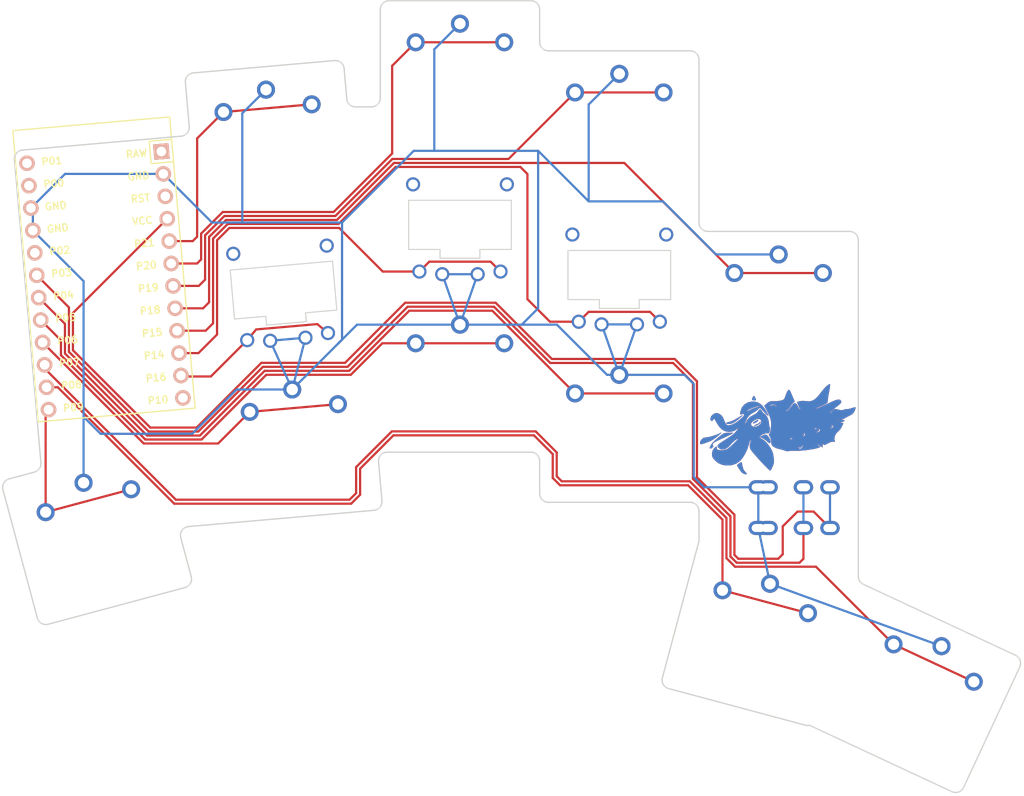
<source format=kicad_pcb>
(kicad_pcb (version 20171130) (host pcbnew "(5.1.9)-1")

  (general
    (thickness 1.6)
    (drawings 56)
    (tracks 221)
    (zones 0)
    (modules 16)
    (nets 23)
  )

  (page A3)
  (title_block
    (title KEYBOARD_NAME_HERE)
    (rev VERSION_HERE)
    (company YOUR_NAME_HERE)
  )

  (layers
    (0 F.Cu signal)
    (31 B.Cu signal)
    (32 B.Adhes user)
    (33 F.Adhes user)
    (34 B.Paste user)
    (35 F.Paste user)
    (36 B.SilkS user)
    (37 F.SilkS user)
    (38 B.Mask user)
    (39 F.Mask user)
    (40 Dwgs.User user)
    (41 Cmts.User user)
    (42 Eco1.User user)
    (43 Eco2.User user)
    (44 Edge.Cuts user)
    (45 Margin user)
    (46 B.CrtYd user)
    (47 F.CrtYd user)
    (48 B.Fab user)
    (49 F.Fab user)
  )

  (setup
    (last_trace_width 0.25)
    (trace_clearance 0.2)
    (zone_clearance 0.508)
    (zone_45_only no)
    (trace_min 0.2)
    (via_size 0.8)
    (via_drill 0.4)
    (via_min_size 0.4)
    (via_min_drill 0.3)
    (uvia_size 0.3)
    (uvia_drill 0.1)
    (uvias_allowed no)
    (uvia_min_size 0.2)
    (uvia_min_drill 0.1)
    (edge_width 0.05)
    (segment_width 0.2)
    (pcb_text_width 0.3)
    (pcb_text_size 1.5 1.5)
    (mod_edge_width 0.12)
    (mod_text_size 1 1)
    (mod_text_width 0.15)
    (pad_size 1.6 1.6)
    (pad_drill 1.1)
    (pad_to_mask_clearance 0.05)
    (aux_axis_origin 0 0)
    (visible_elements 7FFFF7FF)
    (pcbplotparams
      (layerselection 0x010fc_ffffffff)
      (usegerberextensions false)
      (usegerberattributes true)
      (usegerberadvancedattributes true)
      (creategerberjobfile true)
      (excludeedgelayer true)
      (linewidth 0.100000)
      (plotframeref false)
      (viasonmask false)
      (mode 1)
      (useauxorigin false)
      (hpglpennumber 1)
      (hpglpenspeed 20)
      (hpglpendiameter 15.000000)
      (psnegative false)
      (psa4output false)
      (plotreference true)
      (plotvalue true)
      (plotinvisibletext false)
      (padsonsilk false)
      (subtractmaskfromsilk false)
      (outputformat 1)
      (mirror false)
      (drillshape 1)
      (scaleselection 1)
      (outputdirectory ""))
  )

  (net 0 "")
  (net 1 P9)
  (net 2 GND)
  (net 3 P6)
  (net 4 P21)
  (net 5 P5)
  (net 6 P14)
  (net 7 P20)
  (net 8 P4)
  (net 9 P15)
  (net 10 P19)
  (net 11 P18)
  (net 12 P8)
  (net 13 P7)
  (net 14 RAW)
  (net 15 RST)
  (net 16 VCC)
  (net 17 P16)
  (net 18 P10)
  (net 19 P1)
  (net 20 P0)
  (net 21 P2)
  (net 22 P3)

  (net_class Default "This is the default net class."
    (clearance 0.2)
    (trace_width 0.25)
    (via_dia 0.8)
    (via_drill 0.4)
    (uvia_dia 0.3)
    (uvia_drill 0.1)
    (add_net GND)
    (add_net P0)
    (add_net P1)
    (add_net P10)
    (add_net P14)
    (add_net P15)
    (add_net P16)
    (add_net P18)
    (add_net P19)
    (add_net P2)
    (add_net P20)
    (add_net P21)
    (add_net P3)
    (add_net P4)
    (add_net P5)
    (add_net P6)
    (add_net P7)
    (add_net P8)
    (add_net P9)
    (add_net RAW)
    (add_net RST)
    (add_net VCC)
  )

  (module "Kicad:flam test filled" (layer F.Cu) (tedit 0) (tstamp 60DB4CCE)
    (at 85.316651 -27.85905 350)
    (fp_text reference G*** (at 0 0 170) (layer F.SilkS) hide
      (effects (font (size 1.524 1.524) (thickness 0.3)))
    )
    (fp_text value LOGO (at 0.75 0 170) (layer F.SilkS) hide
      (effects (font (size 1.524 1.524) (thickness 0.3)))
    )
    (fp_poly (pts (xy -3.232242 4.672018) (xy -3.152798 4.872136) (xy -3.094461 5.02669) (xy -2.907309 5.385122)
      (xy -2.698974 5.577024) (xy -2.505953 5.709901) (xy -2.47575 5.796725) (xy -2.608394 5.838064)
      (xy -2.712492 5.842) (xy -2.906498 5.803824) (xy -3.114326 5.672335) (xy -3.347492 5.453229)
      (xy -3.542781 5.243288) (xy -3.679273 5.079355) (xy -3.725333 5.002321) (xy -3.673146 4.911515)
      (xy -3.550845 4.778442) (xy -3.409818 4.651441) (xy -3.301453 4.578854) (xy -3.275022 4.578722)
      (xy -3.232242 4.672018)) (layer F.Cu) (width 0.01))
    (fp_poly (pts (xy -2.674926 -2.395941) (xy -2.229454 -2.217519) (xy -1.802776 -1.885928) (xy -1.546298 -1.596583)
      (xy -1.374347 -1.366867) (xy -1.258913 -1.195006) (xy -1.224678 -1.117786) (xy -1.224874 -1.11757)
      (xy -1.310814 -1.137898) (xy -1.481158 -1.234613) (xy -1.689824 -1.376178) (xy -1.890731 -1.531058)
      (xy -2.037798 -1.667715) (xy -2.05083 -1.682824) (xy -2.226395 -1.804467) (xy -2.39146 -1.772065)
      (xy -2.497073 -1.610538) (xy -2.592347 -1.474384) (xy -2.778785 -1.302706) (xy -2.886649 -1.222135)
      (xy -3.275597 -0.864852) (xy -3.52681 -0.43825) (xy -3.626197 0.031834) (xy -3.626434 0.134438)
      (xy -3.617205 0.368286) (xy -3.608304 0.440393) (xy -3.595338 0.358285) (xy -3.581362 0.211667)
      (xy -3.549472 0.072819) (xy -2.988482 0.072819) (xy -2.96065 0.234142) (xy -2.914784 0.290453)
      (xy -2.690793 0.410961) (xy -2.419075 0.370651) (xy -2.145825 0.207358) (xy -1.933469 -0.019985)
      (xy -1.861904 -0.254021) (xy -1.939232 -0.463579) (xy -1.964266 -0.491067) (xy -2.159278 -0.586033)
      (xy -2.40181 -0.523765) (xy -2.620079 -0.371868) (xy -2.877547 -0.123369) (xy -2.988482 0.072819)
      (xy -3.549472 0.072819) (xy -3.477944 -0.238605) (xy -3.246154 -0.601295) (xy -2.895413 -0.889929)
      (xy -2.608929 -1.116754) (xy -2.457955 -1.347646) (xy -2.43568 -1.418167) (xy -2.340434 -1.631218)
      (xy -2.210598 -1.679354) (xy -2.055302 -1.561252) (xy -1.997452 -1.481667) (xy -1.861446 -1.329535)
      (xy -1.740228 -1.27) (xy -1.557573 -1.196187) (xy -1.358112 -1.003103) (xy -1.174974 -0.73328)
      (xy -1.041289 -0.429248) (xy -1.016547 -0.340947) (xy -0.944585 -0.089549) (xy -0.872582 0.08638)
      (xy -0.838159 0.132258) (xy -0.789543 0.239629) (xy -0.763425 0.447901) (xy -0.762 0.512997)
      (xy -0.774941 0.730177) (xy -0.831834 0.825764) (xy -0.954828 0.846667) (xy -1.173167 0.899056)
      (xy -1.414923 1.030535) (xy -1.627714 1.202565) (xy -1.759155 1.37661) (xy -1.778 1.452252)
      (xy -1.704261 1.511412) (xy -1.518343 1.584323) (xy -1.418166 1.6137) (xy -1.149186 1.726338)
      (xy -0.854688 1.93705) (xy -0.539215 2.230797) (xy -0.259299 2.527814) (xy -0.071223 2.780213)
      (xy 0.064425 3.05037) (xy 0.174067 3.359652) (xy 0.273322 3.691326) (xy 0.319201 3.930277)
      (xy 0.317156 4.142565) (xy 0.272639 4.394252) (xy 0.263033 4.437708) (xy 0.193353 4.702133)
      (xy 0.123682 4.892316) (xy 0.083338 4.953821) (xy -0.008329 4.922044) (xy -0.205369 4.801754)
      (xy -0.482513 4.612172) (xy -0.814491 4.372516) (xy -1.176032 4.102006) (xy -1.541866 3.81986)
      (xy -1.886723 3.545298) (xy -2.185334 3.297538) (xy -2.412427 3.095801) (xy -2.542734 2.959305)
      (xy -2.54729 2.953095) (xy -2.659168 2.74547) (xy -2.701134 2.501039) (xy -2.695846 2.248866)
      (xy -2.688451 2.00439) (xy -2.699719 1.852614) (xy -2.718076 1.82554) (xy -2.748964 1.919386)
      (xy -2.783061 2.137446) (xy -2.813553 2.434898) (xy -2.816648 2.473818) (xy -2.901553 3.038488)
      (xy -3.059428 3.607356) (xy -3.27053 4.121969) (xy -3.504421 4.510019) (xy -3.86463 4.854771)
      (xy -4.318737 5.098574) (xy -4.825225 5.233435) (xy -5.342581 5.251364) (xy -5.829289 5.144367)
      (xy -6.10059 5.009794) (xy -6.408934 4.795808) (xy -6.596984 4.607823) (xy -6.698592 4.401755)
      (xy -6.743058 4.173154) (xy -6.724118 3.828555) (xy -6.607143 3.572976) (xy -6.476315 3.414586)
      (xy -6.360586 3.347373) (xy -6.296944 3.379922) (xy -6.31623 3.505452) (xy -6.297251 3.616189)
      (xy -6.158512 3.671334) (xy -5.938541 3.675454) (xy -5.675866 3.633112) (xy -5.409015 3.548874)
      (xy -5.176515 3.427305) (xy -5.092034 3.360405) (xy -4.95102 3.207993) (xy -4.76604 2.980113)
      (xy -4.565471 2.715615) (xy -4.377691 2.453348) (xy -4.231077 2.232162) (xy -4.154007 2.090906)
      (xy -4.148666 2.068908) (xy -4.192619 2.05211) (xy -4.305963 2.142371) (xy -4.460927 2.308068)
      (xy -4.629736 2.517574) (xy -4.784621 2.739268) (xy -4.876668 2.897886) (xy -5.098707 3.217508)
      (xy -5.370525 3.438554) (xy -5.659678 3.549857) (xy -5.933723 3.540252) (xy -6.16022 3.398573)
      (xy -6.197603 3.352521) (xy -6.251602 3.269904) (xy -6.267559 3.193228) (xy -6.229322 3.099911)
      (xy -6.120736 2.967374) (xy -5.925647 2.773038) (xy -5.627902 2.494321) (xy -5.496923 2.373095)
      (xy -5.10011 1.9978) (xy -4.812851 1.702311) (xy -4.613659 1.459186) (xy -4.481046 1.240985)
      (xy -4.393524 1.020267) (xy -4.367966 0.931333) (xy -4.334726 0.794984) (xy -4.353885 0.79839)
      (xy -4.44065 0.945387) (xy -4.443495 0.950371) (xy -4.643128 1.191883) (xy -4.940787 1.359069)
      (xy -5.247341 1.449276) (xy -5.665363 1.472769) (xy -6.072131 1.344902) (xy -6.476867 1.060503)
      (xy -6.888798 0.6144) (xy -7.00269 0.465231) (xy -7.126885 0.304345) (xy -7.189926 0.27043)
      (xy -7.23095 0.354018) (xy -7.246471 0.406266) (xy -7.345487 0.551357) (xy -7.477476 0.56187)
      (xy -7.582763 0.444968) (xy -7.604149 0.363336) (xy -7.564626 0.072848) (xy -7.376969 -0.194242)
      (xy -7.232183 -0.308585) (xy -7.060163 -0.39358) (xy -6.879632 -0.396584) (xy -6.68862 -0.348656)
      (xy -6.483895 -0.263501) (xy -6.313945 -0.122716) (xy -6.135671 0.114233) (xy -6.045424 0.256263)
      (xy -5.839453 0.558817) (xy -5.661232 0.718556) (xy -5.470311 0.747656) (xy -5.226243 0.658293)
      (xy -5.045105 0.557402) (xy -4.846187 0.422246) (xy -4.643273 0.241651) (xy -4.409227 -0.012333)
      (xy -4.116911 -0.367658) (xy -3.986716 -0.532755) (xy -3.926616 -0.686574) (xy -3.966386 -0.803976)
      (xy -4.070539 -0.836123) (xy -4.1656 -0.778933) (xy -4.296872 -0.686132) (xy -4.372492 -0.738186)
      (xy -4.401591 -0.944356) (xy -4.402666 -1.019373) (xy -4.373981 -1.194981) (xy -3.705096 -1.194981)
      (xy -3.695222 -1.188378) (xy -3.590316 -1.236697) (xy -3.416819 -1.361024) (xy -3.356555 -1.410397)
      (xy -3.117416 -1.580674) (xy -2.813602 -1.756615) (xy -2.667 -1.828853) (xy -2.456679 -1.933529)
      (xy -2.347374 -2.00572) (xy -2.352314 -2.027123) (xy -2.509362 -1.987279) (xy -2.755603 -1.876816)
      (xy -3.041536 -1.722259) (xy -3.317659 -1.550135) (xy -3.513666 -1.404823) (xy -3.655974 -1.271267)
      (xy -3.705096 -1.194981) (xy -4.373981 -1.194981) (xy -4.325737 -1.490313) (xy -4.106332 -1.885919)
      (xy -3.76153 -2.187574) (xy -3.308408 -2.376662) (xy -3.123967 -2.413311) (xy -2.674926 -2.395941)) (layer F.Cu) (width 0.01))
    (fp_poly (pts (xy -4.849244 1.548949) (xy -5.020451 1.695542) (xy -5.294972 1.903378) (xy -5.659916 2.162115)
      (xy -6.0325 2.414946) (xy -6.433638 2.693733) (xy -6.696288 2.904404) (xy -6.832118 3.05712)
      (xy -6.858 3.133683) (xy -6.821112 3.27069) (xy -6.770354 3.302) (xy -6.727543 3.35297)
      (xy -6.771882 3.468958) (xy -6.871454 3.594579) (xy -6.982648 3.670382) (xy -7.093412 3.659097)
      (xy -7.112 3.592957) (xy -7.044565 3.304437) (xy -6.847855 2.931799) (xy -6.530263 2.489523)
      (xy -6.338113 2.257639) (xy -6.082081 1.968257) (xy -5.893526 1.783953) (xy -5.734563 1.677242)
      (xy -5.567311 1.620639) (xy -5.426632 1.59634) (xy -5.151142 1.549733) (xy -4.923494 1.497932)
      (xy -4.868333 1.480865) (xy -4.794241 1.473943) (xy -4.849244 1.548949)) (layer F.Cu) (width 0.01))
    (fp_poly (pts (xy -6.136713 1.764455) (xy -6.280411 1.950325) (xy -6.434666 2.141325) (xy -6.804196 2.547636)
      (xy -7.190436 2.858968) (xy -7.503423 3.050411) (xy -7.815587 3.223442) (xy -8.012348 3.326242)
      (xy -8.126157 3.371122) (xy -8.189462 3.370396) (xy -8.234714 3.336374) (xy -8.240889 3.330222)
      (xy -8.292681 3.173261) (xy -8.240893 2.964097) (xy -8.115641 2.754448) (xy -7.947037 2.596034)
      (xy -7.780774 2.54) (xy -7.60362 2.498175) (xy -7.329025 2.387626) (xy -7.002282 2.230739)
      (xy -6.66868 2.049903) (xy -6.373511 1.867506) (xy -6.265333 1.790913) (xy -6.135859 1.698582)
      (xy -6.090757 1.685152) (xy -6.136713 1.764455)) (layer F.Cu) (width 0.01))
    (fp_poly (pts (xy 5.047361 -5.762985) (xy 5.067157 -5.548264) (xy 5.076158 -5.231321) (xy 5.073508 -4.8895)
      (xy 5.069795 -4.494355) (xy 5.076264 -4.154424) (xy 5.091552 -3.909861) (xy 5.110193 -3.807551)
      (xy 5.097826 -3.710206) (xy 4.973684 -3.57611) (xy 4.721056 -3.389067) (xy 4.586066 -3.299551)
      (xy 4.211217 -3.055509) (xy 3.964967 -2.8933) (xy 3.83383 -2.802644) (xy 3.804317 -2.77326)
      (xy 3.862941 -2.794867) (xy 3.996215 -2.857184) (xy 4.021667 -2.869339) (xy 4.222024 -2.982664)
      (xy 4.517728 -3.17184) (xy 4.869057 -3.41059) (xy 5.236289 -3.672639) (xy 5.238961 -3.674595)
      (xy 5.682386 -3.986553) (xy 6.018814 -4.190131) (xy 6.265948 -4.291512) (xy 6.441488 -4.296877)
      (xy 6.563134 -4.212409) (xy 6.602784 -4.150939) (xy 6.629848 -4.055926) (xy 6.597659 -3.942127)
      (xy 6.488958 -3.78087) (xy 6.286485 -3.543481) (xy 6.140096 -3.382269) (xy 5.902202 -3.108343)
      (xy 5.717266 -2.86735) (xy 5.610683 -2.693888) (xy 5.594684 -2.639163) (xy 5.60915 -2.549208)
      (xy 5.64864 -2.623471) (xy 5.64909 -2.624667) (xy 5.730009 -2.78188) (xy 5.85677 -2.980192)
      (xy 5.969765 -3.11666) (xy 6.095488 -3.174715) (xy 6.296753 -3.174091) (xy 6.428825 -3.15991)
      (xy 6.746854 -3.147333) (xy 6.968442 -3.207038) (xy 7.037633 -3.248885) (xy 7.242315 -3.352672)
      (xy 7.398567 -3.386667) (xy 7.566422 -3.428081) (xy 7.804472 -3.533061) (xy 7.924774 -3.598804)
      (xy 8.139901 -3.707789) (xy 8.290672 -3.7525) (xy 8.329452 -3.741861) (xy 8.336816 -3.623304)
      (xy 8.303734 -3.409928) (xy 8.284267 -3.326565) (xy 8.185198 -3.072709) (xy 8.007103 -2.861061)
      (xy 7.802361 -2.700039) (xy 7.570098 -2.527581) (xy 7.390355 -2.381109) (xy 7.323667 -2.316521)
      (xy 7.178815 -2.222517) (xy 7.027334 -2.17652) (xy 6.911405 -2.151107) (xy 6.949237 -2.136444)
      (xy 7.090834 -2.128197) (xy 7.303055 -2.092557) (xy 7.352793 -2.020523) (xy 7.238748 -1.927592)
      (xy 7.112 -1.875354) (xy 6.915295 -1.793967) (xy 6.869016 -1.746015) (xy 6.976287 -1.742523)
      (xy 7.079076 -1.759077) (xy 7.234271 -1.771121) (xy 7.266911 -1.702695) (xy 7.25243 -1.641502)
      (xy 7.196553 -1.43774) (xy 7.147268 -1.241234) (xy 7.0467 -1.005146) (xy 6.893108 -0.788536)
      (xy 6.670778 -0.463257) (xy 6.567666 -0.118411) (xy 6.59831 0.196486) (xy 6.601459 0.204983)
      (xy 6.670853 0.402039) (xy 6.661984 0.487273) (xy 6.555632 0.507565) (xy 6.477244 0.508)
      (xy 6.278326 0.568519) (xy 6.028143 0.72938) (xy 5.92319 0.817546) (xy 5.692472 1.000771)
      (xy 5.540467 1.048134) (xy 5.444044 0.959057) (xy 5.394732 0.804333) (xy 5.379439 0.774384)
      (xy 5.383344 0.88767) (xy 5.39354 1.000098) (xy 5.430622 1.365197) (xy 5.174849 1.232932)
      (xy 4.967976 1.142796) (xy 4.814859 1.104459) (xy 4.809038 1.104485) (xy 4.799825 1.134064)
      (xy 4.919516 1.201874) (xy 4.952137 1.21623) (xy 5.205273 1.324157) (xy 4.99447 1.45978)
      (xy 4.750706 1.583827) (xy 4.387967 1.728909) (xy 3.952766 1.880182) (xy 3.491616 2.022803)
      (xy 3.051031 2.14193) (xy 2.677523 2.222719) (xy 2.54 2.24304) (xy 2.216642 2.292015)
      (xy 1.933372 2.355786) (xy 1.778 2.40943) (xy 1.511474 2.46975) (xy 1.354667 2.450321)
      (xy 1.145265 2.41179) (xy 0.853466 2.385099) (xy 0.701373 2.379106) (xy 0.378956 2.346389)
      (xy 0.074576 2.273447) (xy -0.029798 2.232593) (xy -0.231251 2.106242) (xy -0.329802 1.935565)
      (xy -0.364548 1.757479) (xy -0.386035 1.693883) (xy 2.630053 1.693883) (xy 2.651514 1.738184)
      (xy 2.698534 1.799167) (xy 2.874504 1.93143) (xy 3.048009 1.923001) (xy 3.168999 1.78008)
      (xy 3.181654 1.7393) (xy 3.205874 1.536902) (xy 3.189951 1.4218) (xy 3.157453 1.412493)
      (xy 3.13956 1.541124) (xy 3.139351 1.547824) (xy 3.078366 1.760221) (xy 2.934725 1.843183)
      (xy 2.744347 1.777565) (xy 2.729422 1.766305) (xy 2.630053 1.693883) (xy -0.386035 1.693883)
      (xy -0.488356 1.391049) (xy -0.644051 1.175886) (xy -0.735465 1.063836) (xy 1.582253 1.063836)
      (xy 1.603389 1.098022) (xy 1.608667 1.098122) (xy 1.791481 1.054346) (xy 1.860215 1.019307)
      (xy 1.955398 0.936433) (xy 1.921455 0.908208) (xy 1.791605 0.941138) (xy 1.693334 0.986622)
      (xy 1.582253 1.063836) (xy -0.735465 1.063836) (xy -0.766731 1.025512) (xy -0.795624 0.939313)
      (xy -0.77784 0.931333) (xy -0.717874 0.854338) (xy -0.685013 0.64976) (xy -0.682059 0.492225)
      (xy 2.977224 0.492225) (xy 3.016467 0.501316) (xy 3.1475 0.448916) (xy 3.208011 0.392233)
      (xy 3.253683 0.26901) (xy 3.173998 0.168502) (xy 3.044845 0.103458) (xy 2.98951 0.114935)
      (xy 2.999818 0.165038) (xy 3.033889 0.169333) (xy 3.119518 0.227962) (xy 3.119712 0.348426)
      (xy 3.036546 0.447596) (xy 3.026834 0.451927) (xy 2.977224 0.492225) (xy -0.682059 0.492225)
      (xy -0.679526 0.357209) (xy -0.701682 0.016296) (xy -0.715665 -0.081357) (xy 4.275667 -0.081357)
      (xy 4.595467 -0.262065) (xy 4.790949 -0.388325) (xy 4.852622 -0.4826) (xy 4.817933 -0.560054)
      (xy 4.686049 -0.660843) (xy 4.625133 -0.676037) (xy 4.600888 -0.640367) (xy 4.656667 -0.592537)
      (xy 4.718713 -0.52157) (xy 4.671629 -0.426905) (xy 4.529667 -0.295845) (xy 4.275667 -0.081357)
      (xy -0.715665 -0.081357) (xy -0.751751 -0.333369) (xy -0.768677 -0.417588) (xy -0.807371 -0.534922)
      (xy 4.095576 -0.534922) (xy 4.148667 -0.515247) (xy 4.329409 -0.555227) (xy 4.402667 -0.592667)
      (xy 4.469164 -0.656159) (xy 4.407607 -0.664175) (xy 4.249933 -0.616716) (xy 4.191 -0.592667)
      (xy 4.095576 -0.534922) (xy -0.807371 -0.534922) (xy -0.871673 -0.729901) (xy -0.949268 -0.871209)
      (xy 5.864067 -0.871209) (xy 5.985451 -0.927008) (xy 6.154236 -1.034048) (xy 6.229132 -1.110588)
      (xy 6.218563 -1.221837) (xy 6.102567 -1.319323) (xy 5.969 -1.350796) (xy 5.95977 -1.31665)
      (xy 6.034974 -1.261834) (xy 6.128932 -1.190406) (xy 6.106689 -1.113437) (xy 5.992641 -1.005628)
      (xy 5.865194 -0.891397) (xy 5.864067 -0.871209) (xy -0.949268 -0.871209) (xy -1.062632 -1.077654)
      (xy -1.358121 -1.49314) (xy -1.856221 -2.14277) (xy -1.834757 -2.169871) (xy -1.309381 -2.169871)
      (xy -1.216533 -2.218533) (xy -1.131989 -2.27823) (xy -0.932022 -2.400789) (xy -0.784331 -2.415866)
      (xy -0.693055 -2.379081) (xy -0.528543 -2.306774) (xy -0.450066 -2.28939) (xy -0.465391 -2.325409)
      (xy -0.594987 -2.408725) (xy -0.614093 -2.41923) (xy -0.867129 -2.491584) (xy -1.097727 -2.408353)
      (xy -1.276963 -2.232106) (xy -1.309381 -2.169871) (xy -1.834757 -2.169871) (xy -1.6079 -2.456301)
      (xy -1.421804 -2.657763) (xy -1.227581 -2.764346) (xy -0.946086 -2.818787) (xy -0.933873 -2.82025)
      (xy -0.586101 -2.888103) (xy -0.231498 -2.996789) (xy -0.133405 -3.036444) (xy 0.095263 -3.150202)
      (xy 0.214628 -3.269596) (xy 0.27261 -3.45898) (xy 0.295128 -3.611943) (xy 0.365822 -4.00197)
      (xy 0.456222 -4.270212) (xy 0.558598 -4.395866) (xy 0.5889 -4.402667) (xy 0.687057 -4.337123)
      (xy 0.808488 -4.178522) (xy 0.813784 -4.169834) (xy 0.946562 -3.957681) (xy 1.120262 -3.690044)
      (xy 1.19872 -3.571877) (xy 1.443301 -3.206753) (xy 1.277838 -2.996401) (xy 1.136341 -2.756514)
      (xy 1.057687 -2.537056) (xy 0.950368 -2.303395) (xy 0.786415 -2.117699) (xy 0.663238 -2.004067)
      (xy 0.644716 -1.948451) (xy 0.652793 -1.947334) (xy 0.794202 -2.020642) (xy 0.821198 -2.052242)
      (xy 6.556055 -2.052242) (xy 6.639278 -2.038684) (xy 6.749092 -2.054251) (xy 6.750403 -2.083153)
      (xy 6.637086 -2.103364) (xy 6.588125 -2.089837) (xy 6.556055 -2.052242) (xy 0.821198 -2.052242)
      (xy 0.958496 -2.212949) (xy 1.11437 -2.482824) (xy 1.187015 -2.654299) (xy 1.33322 -2.929948)
      (xy 1.501876 -3.041437) (xy 1.682809 -2.987106) (xy 1.865845 -2.765295) (xy 1.865994 -2.765041)
      (xy 2.011993 -2.563538) (xy 2.155635 -2.433965) (xy 2.184069 -2.420354) (xy 2.27994 -2.394629)
      (xy 2.234138 -2.44674) (xy 2.198434 -2.476292) (xy 2.073933 -2.615608) (xy 1.925537 -2.830429)
      (xy 1.887612 -2.893355) (xy 1.706689 -3.204377) (xy 1.987973 -3.337855) (xy 2.254545 -3.422137)
      (xy 2.573623 -3.468335) (xy 2.662834 -3.471333) (xy 3.037565 -3.506349) (xy 3.350622 -3.624691)
      (xy 3.626002 -3.846305) (xy 3.887698 -4.191136) (xy 4.159706 -4.679127) (xy 4.190758 -4.741333)
      (xy 4.407658 -5.14144) (xy 4.624623 -5.474578) (xy 4.821637 -5.714139) (xy 4.978685 -5.833515)
      (xy 5.018698 -5.842) (xy 5.047361 -5.762985)) (layer F.Cu) (width 0.01))
    (fp_poly (pts (xy -0.906923 1.125651) (xy -0.704627 1.310439) (xy -0.526108 1.535812) (xy -0.447672 1.730701)
      (xy -0.461478 1.866778) (xy -0.559686 1.915717) (xy -0.734455 1.84919) (xy -0.833515 1.776101)
      (xy -1.046209 1.646431) (xy -1.321432 1.534526) (xy -1.382969 1.516379) (xy -1.733909 1.42188)
      (xy -1.480788 1.219361) (xy -1.261114 1.068476) (xy -1.086972 1.035228) (xy -0.906923 1.125651)) (layer F.Cu) (width 0.01))
    (fp_poly (pts (xy -4.074709 -0.648417) (xy -4.113311 -0.592667) (xy -4.485154 -0.110788) (xy -4.808003 0.238418)
      (xy -5.043621 0.427013) (xy -5.259478 0.527182) (xy -5.485229 0.583872) (xy -5.668196 0.589852)
      (xy -5.755697 0.537887) (xy -5.757333 0.525008) (xy -5.685972 0.454956) (xy -5.509925 0.368656)
      (xy -5.466121 0.352047) (xy -5.243159 0.237715) (xy -4.96857 0.051265) (xy -4.767621 -0.110783)
      (xy -4.524097 -0.32099) (xy -4.308188 -0.501277) (xy -4.191 -0.593988) (xy -4.075947 -0.673826)
      (xy -4.074709 -0.648417)) (layer F.Cu) (width 0.01))
    (fp_poly (pts (xy -3.100732 -2.948718) (xy -3.044092 -2.877402) (xy -2.912214 -2.682259) (xy -2.906797 -2.579915)
      (xy -3.035214 -2.542785) (xy -3.13428 -2.54) (xy -3.309664 -2.555009) (xy -3.358256 -2.632661)
      (xy -3.334036 -2.772833) (xy -3.271741 -2.983703) (xy -3.204403 -3.038569) (xy -3.100732 -2.948718)) (layer F.Cu) (width 0.01))
    (fp_poly (pts (xy -1.953541 -0.254917) (xy -1.953063 -0.245956) (xy -2.025859 -0.06289) (xy -2.246196 0.133409)
      (xy -2.455333 0.256982) (xy -2.596321 0.324051) (xy -2.610403 0.302657) (xy -2.553521 0.228807)
      (xy -2.387301 0.090085) (xy -2.290461 0.043749) (xy -2.137807 -0.066097) (xy -2.049837 -0.192363)
      (xy -1.980673 -0.303028) (xy -1.953541 -0.254917)) (layer F.Cu) (width 0.01))
    (fp_poly (pts (xy -2.249867 -0.443565) (xy -2.261054 -0.34025) (xy -2.335574 -0.226561) (xy -2.474941 -0.104056)
      (xy -2.630232 -0.004728) (xy -2.752523 0.039428) (xy -2.794 0.008269) (xy -2.735161 -0.08783)
      (xy -2.594275 -0.234004) (xy -2.424783 -0.378761) (xy -2.315062 -0.453188) (xy -2.249867 -0.443565)) (layer F.Cu) (width 0.01))
    (fp_poly (pts (xy -3.232242 4.672018) (xy -3.152798 4.872136) (xy -3.094461 5.02669) (xy -2.907309 5.385122)
      (xy -2.698974 5.577024) (xy -2.505953 5.709901) (xy -2.47575 5.796725) (xy -2.608394 5.838064)
      (xy -2.712492 5.842) (xy -2.906498 5.803824) (xy -3.114326 5.672335) (xy -3.347492 5.453229)
      (xy -3.542781 5.243288) (xy -3.679273 5.079355) (xy -3.725333 5.002321) (xy -3.673146 4.911515)
      (xy -3.550845 4.778442) (xy -3.409818 4.651441) (xy -3.301453 4.578854) (xy -3.275022 4.578722)
      (xy -3.232242 4.672018)) (layer F.Mask) (width 0.01))
    (fp_poly (pts (xy -2.674926 -2.395941) (xy -2.229454 -2.217519) (xy -1.802776 -1.885928) (xy -1.546298 -1.596583)
      (xy -1.374347 -1.366867) (xy -1.258913 -1.195006) (xy -1.224678 -1.117786) (xy -1.224874 -1.11757)
      (xy -1.310814 -1.137898) (xy -1.481158 -1.234613) (xy -1.689824 -1.376178) (xy -1.890731 -1.531058)
      (xy -2.037798 -1.667715) (xy -2.05083 -1.682824) (xy -2.226395 -1.804467) (xy -2.39146 -1.772065)
      (xy -2.497073 -1.610538) (xy -2.592347 -1.474384) (xy -2.778785 -1.302706) (xy -2.886649 -1.222135)
      (xy -3.275597 -0.864852) (xy -3.52681 -0.43825) (xy -3.626197 0.031834) (xy -3.626434 0.134438)
      (xy -3.617205 0.368286) (xy -3.608304 0.440393) (xy -3.595338 0.358285) (xy -3.581362 0.211667)
      (xy -3.549472 0.072819) (xy -2.988482 0.072819) (xy -2.96065 0.234142) (xy -2.914784 0.290453)
      (xy -2.690793 0.410961) (xy -2.419075 0.370651) (xy -2.145825 0.207358) (xy -1.933469 -0.019985)
      (xy -1.861904 -0.254021) (xy -1.939232 -0.463579) (xy -1.964266 -0.491067) (xy -2.159278 -0.586033)
      (xy -2.40181 -0.523765) (xy -2.620079 -0.371868) (xy -2.877547 -0.123369) (xy -2.988482 0.072819)
      (xy -3.549472 0.072819) (xy -3.477944 -0.238605) (xy -3.246154 -0.601295) (xy -2.895413 -0.889929)
      (xy -2.608929 -1.116754) (xy -2.457955 -1.347646) (xy -2.43568 -1.418167) (xy -2.340434 -1.631218)
      (xy -2.210598 -1.679354) (xy -2.055302 -1.561252) (xy -1.997452 -1.481667) (xy -1.861446 -1.329535)
      (xy -1.740228 -1.27) (xy -1.557573 -1.196187) (xy -1.358112 -1.003103) (xy -1.174974 -0.73328)
      (xy -1.041289 -0.429248) (xy -1.016547 -0.340947) (xy -0.944585 -0.089549) (xy -0.872582 0.08638)
      (xy -0.838159 0.132258) (xy -0.789543 0.239629) (xy -0.763425 0.447901) (xy -0.762 0.512997)
      (xy -0.774941 0.730177) (xy -0.831834 0.825764) (xy -0.954828 0.846667) (xy -1.173167 0.899056)
      (xy -1.414923 1.030535) (xy -1.627714 1.202565) (xy -1.759155 1.37661) (xy -1.778 1.452252)
      (xy -1.704261 1.511412) (xy -1.518343 1.584323) (xy -1.418166 1.6137) (xy -1.149186 1.726338)
      (xy -0.854688 1.93705) (xy -0.539215 2.230797) (xy -0.259299 2.527814) (xy -0.071223 2.780213)
      (xy 0.064425 3.05037) (xy 0.174067 3.359652) (xy 0.273322 3.691326) (xy 0.319201 3.930277)
      (xy 0.317156 4.142565) (xy 0.272639 4.394252) (xy 0.263033 4.437708) (xy 0.193353 4.702133)
      (xy 0.123682 4.892316) (xy 0.083338 4.953821) (xy -0.008329 4.922044) (xy -0.205369 4.801754)
      (xy -0.482513 4.612172) (xy -0.814491 4.372516) (xy -1.176032 4.102006) (xy -1.541866 3.81986)
      (xy -1.886723 3.545298) (xy -2.185334 3.297538) (xy -2.412427 3.095801) (xy -2.542734 2.959305)
      (xy -2.54729 2.953095) (xy -2.659168 2.74547) (xy -2.701134 2.501039) (xy -2.695846 2.248866)
      (xy -2.688451 2.00439) (xy -2.699719 1.852614) (xy -2.718076 1.82554) (xy -2.748964 1.919386)
      (xy -2.783061 2.137446) (xy -2.813553 2.434898) (xy -2.816648 2.473818) (xy -2.901553 3.038488)
      (xy -3.059428 3.607356) (xy -3.27053 4.121969) (xy -3.504421 4.510019) (xy -3.86463 4.854771)
      (xy -4.318737 5.098574) (xy -4.825225 5.233435) (xy -5.342581 5.251364) (xy -5.829289 5.144367)
      (xy -6.10059 5.009794) (xy -6.408934 4.795808) (xy -6.596984 4.607823) (xy -6.698592 4.401755)
      (xy -6.743058 4.173154) (xy -6.724118 3.828555) (xy -6.607143 3.572976) (xy -6.476315 3.414586)
      (xy -6.360586 3.347373) (xy -6.296944 3.379922) (xy -6.31623 3.505452) (xy -6.297251 3.616189)
      (xy -6.158512 3.671334) (xy -5.938541 3.675454) (xy -5.675866 3.633112) (xy -5.409015 3.548874)
      (xy -5.176515 3.427305) (xy -5.092034 3.360405) (xy -4.95102 3.207993) (xy -4.76604 2.980113)
      (xy -4.565471 2.715615) (xy -4.377691 2.453348) (xy -4.231077 2.232162) (xy -4.154007 2.090906)
      (xy -4.148666 2.068908) (xy -4.192619 2.05211) (xy -4.305963 2.142371) (xy -4.460927 2.308068)
      (xy -4.629736 2.517574) (xy -4.784621 2.739268) (xy -4.876668 2.897886) (xy -5.098707 3.217508)
      (xy -5.370525 3.438554) (xy -5.659678 3.549857) (xy -5.933723 3.540252) (xy -6.16022 3.398573)
      (xy -6.197603 3.352521) (xy -6.251602 3.269904) (xy -6.267559 3.193228) (xy -6.229322 3.099911)
      (xy -6.120736 2.967374) (xy -5.925647 2.773038) (xy -5.627902 2.494321) (xy -5.496923 2.373095)
      (xy -5.10011 1.9978) (xy -4.812851 1.702311) (xy -4.613659 1.459186) (xy -4.481046 1.240985)
      (xy -4.393524 1.020267) (xy -4.367966 0.931333) (xy -4.334726 0.794984) (xy -4.353885 0.79839)
      (xy -4.44065 0.945387) (xy -4.443495 0.950371) (xy -4.643128 1.191883) (xy -4.940787 1.359069)
      (xy -5.247341 1.449276) (xy -5.665363 1.472769) (xy -6.072131 1.344902) (xy -6.476867 1.060503)
      (xy -6.888798 0.6144) (xy -7.00269 0.465231) (xy -7.126885 0.304345) (xy -7.189926 0.27043)
      (xy -7.23095 0.354018) (xy -7.246471 0.406266) (xy -7.345487 0.551357) (xy -7.477476 0.56187)
      (xy -7.582763 0.444968) (xy -7.604149 0.363336) (xy -7.564626 0.072848) (xy -7.376969 -0.194242)
      (xy -7.232183 -0.308585) (xy -7.060163 -0.39358) (xy -6.879632 -0.396584) (xy -6.68862 -0.348656)
      (xy -6.483895 -0.263501) (xy -6.313945 -0.122716) (xy -6.135671 0.114233) (xy -6.045424 0.256263)
      (xy -5.839453 0.558817) (xy -5.661232 0.718556) (xy -5.470311 0.747656) (xy -5.226243 0.658293)
      (xy -5.045105 0.557402) (xy -4.846187 0.422246) (xy -4.643273 0.241651) (xy -4.409227 -0.012333)
      (xy -4.116911 -0.367658) (xy -3.986716 -0.532755) (xy -3.926616 -0.686574) (xy -3.966386 -0.803976)
      (xy -4.070539 -0.836123) (xy -4.1656 -0.778933) (xy -4.296872 -0.686132) (xy -4.372492 -0.738186)
      (xy -4.401591 -0.944356) (xy -4.402666 -1.019373) (xy -4.373981 -1.194981) (xy -3.705096 -1.194981)
      (xy -3.695222 -1.188378) (xy -3.590316 -1.236697) (xy -3.416819 -1.361024) (xy -3.356555 -1.410397)
      (xy -3.117416 -1.580674) (xy -2.813602 -1.756615) (xy -2.667 -1.828853) (xy -2.456679 -1.933529)
      (xy -2.347374 -2.00572) (xy -2.352314 -2.027123) (xy -2.509362 -1.987279) (xy -2.755603 -1.876816)
      (xy -3.041536 -1.722259) (xy -3.317659 -1.550135) (xy -3.513666 -1.404823) (xy -3.655974 -1.271267)
      (xy -3.705096 -1.194981) (xy -4.373981 -1.194981) (xy -4.325737 -1.490313) (xy -4.106332 -1.885919)
      (xy -3.76153 -2.187574) (xy -3.308408 -2.376662) (xy -3.123967 -2.413311) (xy -2.674926 -2.395941)) (layer F.Mask) (width 0.01))
    (fp_poly (pts (xy -4.849244 1.548949) (xy -5.020451 1.695542) (xy -5.294972 1.903378) (xy -5.659916 2.162115)
      (xy -6.0325 2.414946) (xy -6.433638 2.693733) (xy -6.696288 2.904404) (xy -6.832118 3.05712)
      (xy -6.858 3.133683) (xy -6.821112 3.27069) (xy -6.770354 3.302) (xy -6.727543 3.35297)
      (xy -6.771882 3.468958) (xy -6.871454 3.594579) (xy -6.982648 3.670382) (xy -7.093412 3.659097)
      (xy -7.112 3.592957) (xy -7.044565 3.304437) (xy -6.847855 2.931799) (xy -6.530263 2.489523)
      (xy -6.338113 2.257639) (xy -6.082081 1.968257) (xy -5.893526 1.783953) (xy -5.734563 1.677242)
      (xy -5.567311 1.620639) (xy -5.426632 1.59634) (xy -5.151142 1.549733) (xy -4.923494 1.497932)
      (xy -4.868333 1.480865) (xy -4.794241 1.473943) (xy -4.849244 1.548949)) (layer F.Mask) (width 0.01))
    (fp_poly (pts (xy -6.136713 1.764455) (xy -6.280411 1.950325) (xy -6.434666 2.141325) (xy -6.804196 2.547636)
      (xy -7.190436 2.858968) (xy -7.503423 3.050411) (xy -7.815587 3.223442) (xy -8.012348 3.326242)
      (xy -8.126157 3.371122) (xy -8.189462 3.370396) (xy -8.234714 3.336374) (xy -8.240889 3.330222)
      (xy -8.292681 3.173261) (xy -8.240893 2.964097) (xy -8.115641 2.754448) (xy -7.947037 2.596034)
      (xy -7.780774 2.54) (xy -7.60362 2.498175) (xy -7.329025 2.387626) (xy -7.002282 2.230739)
      (xy -6.66868 2.049903) (xy -6.373511 1.867506) (xy -6.265333 1.790913) (xy -6.135859 1.698582)
      (xy -6.090757 1.685152) (xy -6.136713 1.764455)) (layer F.Mask) (width 0.01))
    (fp_poly (pts (xy 5.047361 -5.762985) (xy 5.067157 -5.548264) (xy 5.076158 -5.231321) (xy 5.073508 -4.8895)
      (xy 5.069795 -4.494355) (xy 5.076264 -4.154424) (xy 5.091552 -3.909861) (xy 5.110193 -3.807551)
      (xy 5.097826 -3.710206) (xy 4.973684 -3.57611) (xy 4.721056 -3.389067) (xy 4.586066 -3.299551)
      (xy 4.211217 -3.055509) (xy 3.964967 -2.8933) (xy 3.83383 -2.802644) (xy 3.804317 -2.77326)
      (xy 3.862941 -2.794867) (xy 3.996215 -2.857184) (xy 4.021667 -2.869339) (xy 4.222024 -2.982664)
      (xy 4.517728 -3.17184) (xy 4.869057 -3.41059) (xy 5.236289 -3.672639) (xy 5.238961 -3.674595)
      (xy 5.682386 -3.986553) (xy 6.018814 -4.190131) (xy 6.265948 -4.291512) (xy 6.441488 -4.296877)
      (xy 6.563134 -4.212409) (xy 6.602784 -4.150939) (xy 6.629848 -4.055926) (xy 6.597659 -3.942127)
      (xy 6.488958 -3.78087) (xy 6.286485 -3.543481) (xy 6.140096 -3.382269) (xy 5.902202 -3.108343)
      (xy 5.717266 -2.86735) (xy 5.610683 -2.693888) (xy 5.594684 -2.639163) (xy 5.60915 -2.549208)
      (xy 5.64864 -2.623471) (xy 5.64909 -2.624667) (xy 5.730009 -2.78188) (xy 5.85677 -2.980192)
      (xy 5.969765 -3.11666) (xy 6.095488 -3.174715) (xy 6.296753 -3.174091) (xy 6.428825 -3.15991)
      (xy 6.746854 -3.147333) (xy 6.968442 -3.207038) (xy 7.037633 -3.248885) (xy 7.242315 -3.352672)
      (xy 7.398567 -3.386667) (xy 7.566422 -3.428081) (xy 7.804472 -3.533061) (xy 7.924774 -3.598804)
      (xy 8.139901 -3.707789) (xy 8.290672 -3.7525) (xy 8.329452 -3.741861) (xy 8.336816 -3.623304)
      (xy 8.303734 -3.409928) (xy 8.284267 -3.326565) (xy 8.185198 -3.072709) (xy 8.007103 -2.861061)
      (xy 7.802361 -2.700039) (xy 7.570098 -2.527581) (xy 7.390355 -2.381109) (xy 7.323667 -2.316521)
      (xy 7.178815 -2.222517) (xy 7.027334 -2.17652) (xy 6.911405 -2.151107) (xy 6.949237 -2.136444)
      (xy 7.090834 -2.128197) (xy 7.303055 -2.092557) (xy 7.352793 -2.020523) (xy 7.238748 -1.927592)
      (xy 7.112 -1.875354) (xy 6.915295 -1.793967) (xy 6.869016 -1.746015) (xy 6.976287 -1.742523)
      (xy 7.079076 -1.759077) (xy 7.234271 -1.771121) (xy 7.266911 -1.702695) (xy 7.25243 -1.641502)
      (xy 7.196553 -1.43774) (xy 7.147268 -1.241234) (xy 7.0467 -1.005146) (xy 6.893108 -0.788536)
      (xy 6.670778 -0.463257) (xy 6.567666 -0.118411) (xy 6.59831 0.196486) (xy 6.601459 0.204983)
      (xy 6.670853 0.402039) (xy 6.661984 0.487273) (xy 6.555632 0.507565) (xy 6.477244 0.508)
      (xy 6.278326 0.568519) (xy 6.028143 0.72938) (xy 5.92319 0.817546) (xy 5.692472 1.000771)
      (xy 5.540467 1.048134) (xy 5.444044 0.959057) (xy 5.394732 0.804333) (xy 5.379439 0.774384)
      (xy 5.383344 0.88767) (xy 5.39354 1.000098) (xy 5.430622 1.365197) (xy 5.174849 1.232932)
      (xy 4.967976 1.142796) (xy 4.814859 1.104459) (xy 4.809038 1.104485) (xy 4.799825 1.134064)
      (xy 4.919516 1.201874) (xy 4.952137 1.21623) (xy 5.205273 1.324157) (xy 4.99447 1.45978)
      (xy 4.750706 1.583827) (xy 4.387967 1.728909) (xy 3.952766 1.880182) (xy 3.491616 2.022803)
      (xy 3.051031 2.14193) (xy 2.677523 2.222719) (xy 2.54 2.24304) (xy 2.216642 2.292015)
      (xy 1.933372 2.355786) (xy 1.778 2.40943) (xy 1.511474 2.46975) (xy 1.354667 2.450321)
      (xy 1.145265 2.41179) (xy 0.853466 2.385099) (xy 0.701373 2.379106) (xy 0.378956 2.346389)
      (xy 0.074576 2.273447) (xy -0.029798 2.232593) (xy -0.231251 2.106242) (xy -0.329802 1.935565)
      (xy -0.364548 1.757479) (xy -0.386035 1.693883) (xy 2.630053 1.693883) (xy 2.651514 1.738184)
      (xy 2.698534 1.799167) (xy 2.874504 1.93143) (xy 3.048009 1.923001) (xy 3.168999 1.78008)
      (xy 3.181654 1.7393) (xy 3.205874 1.536902) (xy 3.189951 1.4218) (xy 3.157453 1.412493)
      (xy 3.13956 1.541124) (xy 3.139351 1.547824) (xy 3.078366 1.760221) (xy 2.934725 1.843183)
      (xy 2.744347 1.777565) (xy 2.729422 1.766305) (xy 2.630053 1.693883) (xy -0.386035 1.693883)
      (xy -0.488356 1.391049) (xy -0.644051 1.175886) (xy -0.735465 1.063836) (xy 1.582253 1.063836)
      (xy 1.603389 1.098022) (xy 1.608667 1.098122) (xy 1.791481 1.054346) (xy 1.860215 1.019307)
      (xy 1.955398 0.936433) (xy 1.921455 0.908208) (xy 1.791605 0.941138) (xy 1.693334 0.986622)
      (xy 1.582253 1.063836) (xy -0.735465 1.063836) (xy -0.766731 1.025512) (xy -0.795624 0.939313)
      (xy -0.77784 0.931333) (xy -0.717874 0.854338) (xy -0.685013 0.64976) (xy -0.682059 0.492225)
      (xy 2.977224 0.492225) (xy 3.016467 0.501316) (xy 3.1475 0.448916) (xy 3.208011 0.392233)
      (xy 3.253683 0.26901) (xy 3.173998 0.168502) (xy 3.044845 0.103458) (xy 2.98951 0.114935)
      (xy 2.999818 0.165038) (xy 3.033889 0.169333) (xy 3.119518 0.227962) (xy 3.119712 0.348426)
      (xy 3.036546 0.447596) (xy 3.026834 0.451927) (xy 2.977224 0.492225) (xy -0.682059 0.492225)
      (xy -0.679526 0.357209) (xy -0.701682 0.016296) (xy -0.715665 -0.081357) (xy 4.275667 -0.081357)
      (xy 4.595467 -0.262065) (xy 4.790949 -0.388325) (xy 4.852622 -0.4826) (xy 4.817933 -0.560054)
      (xy 4.686049 -0.660843) (xy 4.625133 -0.676037) (xy 4.600888 -0.640367) (xy 4.656667 -0.592537)
      (xy 4.718713 -0.52157) (xy 4.671629 -0.426905) (xy 4.529667 -0.295845) (xy 4.275667 -0.081357)
      (xy -0.715665 -0.081357) (xy -0.751751 -0.333369) (xy -0.768677 -0.417588) (xy -0.807371 -0.534922)
      (xy 4.095576 -0.534922) (xy 4.148667 -0.515247) (xy 4.329409 -0.555227) (xy 4.402667 -0.592667)
      (xy 4.469164 -0.656159) (xy 4.407607 -0.664175) (xy 4.249933 -0.616716) (xy 4.191 -0.592667)
      (xy 4.095576 -0.534922) (xy -0.807371 -0.534922) (xy -0.871673 -0.729901) (xy -0.949268 -0.871209)
      (xy 5.864067 -0.871209) (xy 5.985451 -0.927008) (xy 6.154236 -1.034048) (xy 6.229132 -1.110588)
      (xy 6.218563 -1.221837) (xy 6.102567 -1.319323) (xy 5.969 -1.350796) (xy 5.95977 -1.31665)
      (xy 6.034974 -1.261834) (xy 6.128932 -1.190406) (xy 6.106689 -1.113437) (xy 5.992641 -1.005628)
      (xy 5.865194 -0.891397) (xy 5.864067 -0.871209) (xy -0.949268 -0.871209) (xy -1.062632 -1.077654)
      (xy -1.358121 -1.49314) (xy -1.856221 -2.14277) (xy -1.834757 -2.169871) (xy -1.309381 -2.169871)
      (xy -1.216533 -2.218533) (xy -1.131989 -2.27823) (xy -0.932022 -2.400789) (xy -0.784331 -2.415866)
      (xy -0.693055 -2.379081) (xy -0.528543 -2.306774) (xy -0.450066 -2.28939) (xy -0.465391 -2.325409)
      (xy -0.594987 -2.408725) (xy -0.614093 -2.41923) (xy -0.867129 -2.491584) (xy -1.097727 -2.408353)
      (xy -1.276963 -2.232106) (xy -1.309381 -2.169871) (xy -1.834757 -2.169871) (xy -1.6079 -2.456301)
      (xy -1.421804 -2.657763) (xy -1.227581 -2.764346) (xy -0.946086 -2.818787) (xy -0.933873 -2.82025)
      (xy -0.586101 -2.888103) (xy -0.231498 -2.996789) (xy -0.133405 -3.036444) (xy 0.095263 -3.150202)
      (xy 0.214628 -3.269596) (xy 0.27261 -3.45898) (xy 0.295128 -3.611943) (xy 0.365822 -4.00197)
      (xy 0.456222 -4.270212) (xy 0.558598 -4.395866) (xy 0.5889 -4.402667) (xy 0.687057 -4.337123)
      (xy 0.808488 -4.178522) (xy 0.813784 -4.169834) (xy 0.946562 -3.957681) (xy 1.120262 -3.690044)
      (xy 1.19872 -3.571877) (xy 1.443301 -3.206753) (xy 1.277838 -2.996401) (xy 1.136341 -2.756514)
      (xy 1.057687 -2.537056) (xy 0.950368 -2.303395) (xy 0.786415 -2.117699) (xy 0.663238 -2.004067)
      (xy 0.644716 -1.948451) (xy 0.652793 -1.947334) (xy 0.794202 -2.020642) (xy 0.821198 -2.052242)
      (xy 6.556055 -2.052242) (xy 6.639278 -2.038684) (xy 6.749092 -2.054251) (xy 6.750403 -2.083153)
      (xy 6.637086 -2.103364) (xy 6.588125 -2.089837) (xy 6.556055 -2.052242) (xy 0.821198 -2.052242)
      (xy 0.958496 -2.212949) (xy 1.11437 -2.482824) (xy 1.187015 -2.654299) (xy 1.33322 -2.929948)
      (xy 1.501876 -3.041437) (xy 1.682809 -2.987106) (xy 1.865845 -2.765295) (xy 1.865994 -2.765041)
      (xy 2.011993 -2.563538) (xy 2.155635 -2.433965) (xy 2.184069 -2.420354) (xy 2.27994 -2.394629)
      (xy 2.234138 -2.44674) (xy 2.198434 -2.476292) (xy 2.073933 -2.615608) (xy 1.925537 -2.830429)
      (xy 1.887612 -2.893355) (xy 1.706689 -3.204377) (xy 1.987973 -3.337855) (xy 2.254545 -3.422137)
      (xy 2.573623 -3.468335) (xy 2.662834 -3.471333) (xy 3.037565 -3.506349) (xy 3.350622 -3.624691)
      (xy 3.626002 -3.846305) (xy 3.887698 -4.191136) (xy 4.159706 -4.679127) (xy 4.190758 -4.741333)
      (xy 4.407658 -5.14144) (xy 4.624623 -5.474578) (xy 4.821637 -5.714139) (xy 4.978685 -5.833515)
      (xy 5.018698 -5.842) (xy 5.047361 -5.762985)) (layer F.Mask) (width 0.01))
    (fp_poly (pts (xy -0.906923 1.125651) (xy -0.704627 1.310439) (xy -0.526108 1.535812) (xy -0.447672 1.730701)
      (xy -0.461478 1.866778) (xy -0.559686 1.915717) (xy -0.734455 1.84919) (xy -0.833515 1.776101)
      (xy -1.046209 1.646431) (xy -1.321432 1.534526) (xy -1.382969 1.516379) (xy -1.733909 1.42188)
      (xy -1.480788 1.219361) (xy -1.261114 1.068476) (xy -1.086972 1.035228) (xy -0.906923 1.125651)) (layer F.Mask) (width 0.01))
    (fp_poly (pts (xy -4.074709 -0.648417) (xy -4.113311 -0.592667) (xy -4.485154 -0.110788) (xy -4.808003 0.238418)
      (xy -5.043621 0.427013) (xy -5.259478 0.527182) (xy -5.485229 0.583872) (xy -5.668196 0.589852)
      (xy -5.755697 0.537887) (xy -5.757333 0.525008) (xy -5.685972 0.454956) (xy -5.509925 0.368656)
      (xy -5.466121 0.352047) (xy -5.243159 0.237715) (xy -4.96857 0.051265) (xy -4.767621 -0.110783)
      (xy -4.524097 -0.32099) (xy -4.308188 -0.501277) (xy -4.191 -0.593988) (xy -4.075947 -0.673826)
      (xy -4.074709 -0.648417)) (layer F.Mask) (width 0.01))
    (fp_poly (pts (xy -3.100732 -2.948718) (xy -3.044092 -2.877402) (xy -2.912214 -2.682259) (xy -2.906797 -2.579915)
      (xy -3.035214 -2.542785) (xy -3.13428 -2.54) (xy -3.309664 -2.555009) (xy -3.358256 -2.632661)
      (xy -3.334036 -2.772833) (xy -3.271741 -2.983703) (xy -3.204403 -3.038569) (xy -3.100732 -2.948718)) (layer F.Mask) (width 0.01))
    (fp_poly (pts (xy -1.953541 -0.254917) (xy -1.953063 -0.245956) (xy -2.025859 -0.06289) (xy -2.246196 0.133409)
      (xy -2.455333 0.256982) (xy -2.596321 0.324051) (xy -2.610403 0.302657) (xy -2.553521 0.228807)
      (xy -2.387301 0.090085) (xy -2.290461 0.043749) (xy -2.137807 -0.066097) (xy -2.049837 -0.192363)
      (xy -1.980673 -0.303028) (xy -1.953541 -0.254917)) (layer F.Mask) (width 0.01))
    (fp_poly (pts (xy -2.249867 -0.443565) (xy -2.261054 -0.34025) (xy -2.335574 -0.226561) (xy -2.474941 -0.104056)
      (xy -2.630232 -0.004728) (xy -2.752523 0.039428) (xy -2.794 0.008269) (xy -2.735161 -0.08783)
      (xy -2.594275 -0.234004) (xy -2.424783 -0.378761) (xy -2.315062 -0.453188) (xy -2.249867 -0.443565)) (layer F.Mask) (width 0.01))
    (fp_poly (pts (xy -3.232242 4.672018) (xy -3.152798 4.872136) (xy -3.094461 5.02669) (xy -2.907309 5.385122)
      (xy -2.698974 5.577024) (xy -2.505953 5.709901) (xy -2.47575 5.796725) (xy -2.608394 5.838064)
      (xy -2.712492 5.842) (xy -2.906498 5.803824) (xy -3.114326 5.672335) (xy -3.347492 5.453229)
      (xy -3.542781 5.243288) (xy -3.679273 5.079355) (xy -3.725333 5.002321) (xy -3.673146 4.911515)
      (xy -3.550845 4.778442) (xy -3.409818 4.651441) (xy -3.301453 4.578854) (xy -3.275022 4.578722)
      (xy -3.232242 4.672018)) (layer B.Cu) (width 0.01))
    (fp_poly (pts (xy -2.674926 -2.395941) (xy -2.229454 -2.217519) (xy -1.802776 -1.885928) (xy -1.546298 -1.596583)
      (xy -1.374347 -1.366867) (xy -1.258913 -1.195006) (xy -1.224678 -1.117786) (xy -1.224874 -1.11757)
      (xy -1.310814 -1.137898) (xy -1.481158 -1.234613) (xy -1.689824 -1.376178) (xy -1.890731 -1.531058)
      (xy -2.037798 -1.667715) (xy -2.05083 -1.682824) (xy -2.226395 -1.804467) (xy -2.39146 -1.772065)
      (xy -2.497073 -1.610538) (xy -2.592347 -1.474384) (xy -2.778785 -1.302706) (xy -2.886649 -1.222135)
      (xy -3.275597 -0.864852) (xy -3.52681 -0.43825) (xy -3.626197 0.031834) (xy -3.626434 0.134438)
      (xy -3.617205 0.368286) (xy -3.608304 0.440393) (xy -3.595338 0.358285) (xy -3.581362 0.211667)
      (xy -3.549472 0.072819) (xy -2.988482 0.072819) (xy -2.96065 0.234142) (xy -2.914784 0.290453)
      (xy -2.690793 0.410961) (xy -2.419075 0.370651) (xy -2.145825 0.207358) (xy -1.933469 -0.019985)
      (xy -1.861904 -0.254021) (xy -1.939232 -0.463579) (xy -1.964266 -0.491067) (xy -2.159278 -0.586033)
      (xy -2.40181 -0.523765) (xy -2.620079 -0.371868) (xy -2.877547 -0.123369) (xy -2.988482 0.072819)
      (xy -3.549472 0.072819) (xy -3.477944 -0.238605) (xy -3.246154 -0.601295) (xy -2.895413 -0.889929)
      (xy -2.608929 -1.116754) (xy -2.457955 -1.347646) (xy -2.43568 -1.418167) (xy -2.340434 -1.631218)
      (xy -2.210598 -1.679354) (xy -2.055302 -1.561252) (xy -1.997452 -1.481667) (xy -1.861446 -1.329535)
      (xy -1.740228 -1.27) (xy -1.557573 -1.196187) (xy -1.358112 -1.003103) (xy -1.174974 -0.73328)
      (xy -1.041289 -0.429248) (xy -1.016547 -0.340947) (xy -0.944585 -0.089549) (xy -0.872582 0.08638)
      (xy -0.838159 0.132258) (xy -0.789543 0.239629) (xy -0.763425 0.447901) (xy -0.762 0.512997)
      (xy -0.774941 0.730177) (xy -0.831834 0.825764) (xy -0.954828 0.846667) (xy -1.173167 0.899056)
      (xy -1.414923 1.030535) (xy -1.627714 1.202565) (xy -1.759155 1.37661) (xy -1.778 1.452252)
      (xy -1.704261 1.511412) (xy -1.518343 1.584323) (xy -1.418166 1.6137) (xy -1.149186 1.726338)
      (xy -0.854688 1.93705) (xy -0.539215 2.230797) (xy -0.259299 2.527814) (xy -0.071223 2.780213)
      (xy 0.064425 3.05037) (xy 0.174067 3.359652) (xy 0.273322 3.691326) (xy 0.319201 3.930277)
      (xy 0.317156 4.142565) (xy 0.272639 4.394252) (xy 0.263033 4.437708) (xy 0.193353 4.702133)
      (xy 0.123682 4.892316) (xy 0.083338 4.953821) (xy -0.008329 4.922044) (xy -0.205369 4.801754)
      (xy -0.482513 4.612172) (xy -0.814491 4.372516) (xy -1.176032 4.102006) (xy -1.541866 3.81986)
      (xy -1.886723 3.545298) (xy -2.185334 3.297538) (xy -2.412427 3.095801) (xy -2.542734 2.959305)
      (xy -2.54729 2.953095) (xy -2.659168 2.74547) (xy -2.701134 2.501039) (xy -2.695846 2.248866)
      (xy -2.688451 2.00439) (xy -2.699719 1.852614) (xy -2.718076 1.82554) (xy -2.748964 1.919386)
      (xy -2.783061 2.137446) (xy -2.813553 2.434898) (xy -2.816648 2.473818) (xy -2.901553 3.038488)
      (xy -3.059428 3.607356) (xy -3.27053 4.121969) (xy -3.504421 4.510019) (xy -3.86463 4.854771)
      (xy -4.318737 5.098574) (xy -4.825225 5.233435) (xy -5.342581 5.251364) (xy -5.829289 5.144367)
      (xy -6.10059 5.009794) (xy -6.408934 4.795808) (xy -6.596984 4.607823) (xy -6.698592 4.401755)
      (xy -6.743058 4.173154) (xy -6.724118 3.828555) (xy -6.607143 3.572976) (xy -6.476315 3.414586)
      (xy -6.360586 3.347373) (xy -6.296944 3.379922) (xy -6.31623 3.505452) (xy -6.297251 3.616189)
      (xy -6.158512 3.671334) (xy -5.938541 3.675454) (xy -5.675866 3.633112) (xy -5.409015 3.548874)
      (xy -5.176515 3.427305) (xy -5.092034 3.360405) (xy -4.95102 3.207993) (xy -4.76604 2.980113)
      (xy -4.565471 2.715615) (xy -4.377691 2.453348) (xy -4.231077 2.232162) (xy -4.154007 2.090906)
      (xy -4.148666 2.068908) (xy -4.192619 2.05211) (xy -4.305963 2.142371) (xy -4.460927 2.308068)
      (xy -4.629736 2.517574) (xy -4.784621 2.739268) (xy -4.876668 2.897886) (xy -5.098707 3.217508)
      (xy -5.370525 3.438554) (xy -5.659678 3.549857) (xy -5.933723 3.540252) (xy -6.16022 3.398573)
      (xy -6.197603 3.352521) (xy -6.251602 3.269904) (xy -6.267559 3.193228) (xy -6.229322 3.099911)
      (xy -6.120736 2.967374) (xy -5.925647 2.773038) (xy -5.627902 2.494321) (xy -5.496923 2.373095)
      (xy -5.10011 1.9978) (xy -4.812851 1.702311) (xy -4.613659 1.459186) (xy -4.481046 1.240985)
      (xy -4.393524 1.020267) (xy -4.367966 0.931333) (xy -4.334726 0.794984) (xy -4.353885 0.79839)
      (xy -4.44065 0.945387) (xy -4.443495 0.950371) (xy -4.643128 1.191883) (xy -4.940787 1.359069)
      (xy -5.247341 1.449276) (xy -5.665363 1.472769) (xy -6.072131 1.344902) (xy -6.476867 1.060503)
      (xy -6.888798 0.6144) (xy -7.00269 0.465231) (xy -7.126885 0.304345) (xy -7.189926 0.27043)
      (xy -7.23095 0.354018) (xy -7.246471 0.406266) (xy -7.345487 0.551357) (xy -7.477476 0.56187)
      (xy -7.582763 0.444968) (xy -7.604149 0.363336) (xy -7.564626 0.072848) (xy -7.376969 -0.194242)
      (xy -7.232183 -0.308585) (xy -7.060163 -0.39358) (xy -6.879632 -0.396584) (xy -6.68862 -0.348656)
      (xy -6.483895 -0.263501) (xy -6.313945 -0.122716) (xy -6.135671 0.114233) (xy -6.045424 0.256263)
      (xy -5.839453 0.558817) (xy -5.661232 0.718556) (xy -5.470311 0.747656) (xy -5.226243 0.658293)
      (xy -5.045105 0.557402) (xy -4.846187 0.422246) (xy -4.643273 0.241651) (xy -4.409227 -0.012333)
      (xy -4.116911 -0.367658) (xy -3.986716 -0.532755) (xy -3.926616 -0.686574) (xy -3.966386 -0.803976)
      (xy -4.070539 -0.836123) (xy -4.1656 -0.778933) (xy -4.296872 -0.686132) (xy -4.372492 -0.738186)
      (xy -4.401591 -0.944356) (xy -4.402666 -1.019373) (xy -4.373981 -1.194981) (xy -3.705096 -1.194981)
      (xy -3.695222 -1.188378) (xy -3.590316 -1.236697) (xy -3.416819 -1.361024) (xy -3.356555 -1.410397)
      (xy -3.117416 -1.580674) (xy -2.813602 -1.756615) (xy -2.667 -1.828853) (xy -2.456679 -1.933529)
      (xy -2.347374 -2.00572) (xy -2.352314 -2.027123) (xy -2.509362 -1.987279) (xy -2.755603 -1.876816)
      (xy -3.041536 -1.722259) (xy -3.317659 -1.550135) (xy -3.513666 -1.404823) (xy -3.655974 -1.271267)
      (xy -3.705096 -1.194981) (xy -4.373981 -1.194981) (xy -4.325737 -1.490313) (xy -4.106332 -1.885919)
      (xy -3.76153 -2.187574) (xy -3.308408 -2.376662) (xy -3.123967 -2.413311) (xy -2.674926 -2.395941)) (layer B.Cu) (width 0.01))
    (fp_poly (pts (xy -4.849244 1.548949) (xy -5.020451 1.695542) (xy -5.294972 1.903378) (xy -5.659916 2.162115)
      (xy -6.0325 2.414946) (xy -6.433638 2.693733) (xy -6.696288 2.904404) (xy -6.832118 3.05712)
      (xy -6.858 3.133683) (xy -6.821112 3.27069) (xy -6.770354 3.302) (xy -6.727543 3.35297)
      (xy -6.771882 3.468958) (xy -6.871454 3.594579) (xy -6.982648 3.670382) (xy -7.093412 3.659097)
      (xy -7.112 3.592957) (xy -7.044565 3.304437) (xy -6.847855 2.931799) (xy -6.530263 2.489523)
      (xy -6.338113 2.257639) (xy -6.082081 1.968257) (xy -5.893526 1.783953) (xy -5.734563 1.677242)
      (xy -5.567311 1.620639) (xy -5.426632 1.59634) (xy -5.151142 1.549733) (xy -4.923494 1.497932)
      (xy -4.868333 1.480865) (xy -4.794241 1.473943) (xy -4.849244 1.548949)) (layer B.Cu) (width 0.01))
    (fp_poly (pts (xy -6.136713 1.764455) (xy -6.280411 1.950325) (xy -6.434666 2.141325) (xy -6.804196 2.547636)
      (xy -7.190436 2.858968) (xy -7.503423 3.050411) (xy -7.815587 3.223442) (xy -8.012348 3.326242)
      (xy -8.126157 3.371122) (xy -8.189462 3.370396) (xy -8.234714 3.336374) (xy -8.240889 3.330222)
      (xy -8.292681 3.173261) (xy -8.240893 2.964097) (xy -8.115641 2.754448) (xy -7.947037 2.596034)
      (xy -7.780774 2.54) (xy -7.60362 2.498175) (xy -7.329025 2.387626) (xy -7.002282 2.230739)
      (xy -6.66868 2.049903) (xy -6.373511 1.867506) (xy -6.265333 1.790913) (xy -6.135859 1.698582)
      (xy -6.090757 1.685152) (xy -6.136713 1.764455)) (layer B.Cu) (width 0.01))
    (fp_poly (pts (xy 5.047361 -5.762985) (xy 5.067157 -5.548264) (xy 5.076158 -5.231321) (xy 5.073508 -4.8895)
      (xy 5.069795 -4.494355) (xy 5.076264 -4.154424) (xy 5.091552 -3.909861) (xy 5.110193 -3.807551)
      (xy 5.097826 -3.710206) (xy 4.973684 -3.57611) (xy 4.721056 -3.389067) (xy 4.586066 -3.299551)
      (xy 4.211217 -3.055509) (xy 3.964967 -2.8933) (xy 3.83383 -2.802644) (xy 3.804317 -2.77326)
      (xy 3.862941 -2.794867) (xy 3.996215 -2.857184) (xy 4.021667 -2.869339) (xy 4.222024 -2.982664)
      (xy 4.517728 -3.17184) (xy 4.869057 -3.41059) (xy 5.236289 -3.672639) (xy 5.238961 -3.674595)
      (xy 5.682386 -3.986553) (xy 6.018814 -4.190131) (xy 6.265948 -4.291512) (xy 6.441488 -4.296877)
      (xy 6.563134 -4.212409) (xy 6.602784 -4.150939) (xy 6.629848 -4.055926) (xy 6.597659 -3.942127)
      (xy 6.488958 -3.78087) (xy 6.286485 -3.543481) (xy 6.140096 -3.382269) (xy 5.902202 -3.108343)
      (xy 5.717266 -2.86735) (xy 5.610683 -2.693888) (xy 5.594684 -2.639163) (xy 5.60915 -2.549208)
      (xy 5.64864 -2.623471) (xy 5.64909 -2.624667) (xy 5.730009 -2.78188) (xy 5.85677 -2.980192)
      (xy 5.969765 -3.11666) (xy 6.095488 -3.174715) (xy 6.296753 -3.174091) (xy 6.428825 -3.15991)
      (xy 6.746854 -3.147333) (xy 6.968442 -3.207038) (xy 7.037633 -3.248885) (xy 7.242315 -3.352672)
      (xy 7.398567 -3.386667) (xy 7.566422 -3.428081) (xy 7.804472 -3.533061) (xy 7.924774 -3.598804)
      (xy 8.139901 -3.707789) (xy 8.290672 -3.7525) (xy 8.329452 -3.741861) (xy 8.336816 -3.623304)
      (xy 8.303734 -3.409928) (xy 8.284267 -3.326565) (xy 8.185198 -3.072709) (xy 8.007103 -2.861061)
      (xy 7.802361 -2.700039) (xy 7.570098 -2.527581) (xy 7.390355 -2.381109) (xy 7.323667 -2.316521)
      (xy 7.178815 -2.222517) (xy 7.027334 -2.17652) (xy 6.911405 -2.151107) (xy 6.949237 -2.136444)
      (xy 7.090834 -2.128197) (xy 7.303055 -2.092557) (xy 7.352793 -2.020523) (xy 7.238748 -1.927592)
      (xy 7.112 -1.875354) (xy 6.915295 -1.793967) (xy 6.869016 -1.746015) (xy 6.976287 -1.742523)
      (xy 7.079076 -1.759077) (xy 7.234271 -1.771121) (xy 7.266911 -1.702695) (xy 7.25243 -1.641502)
      (xy 7.196553 -1.43774) (xy 7.147268 -1.241234) (xy 7.0467 -1.005146) (xy 6.893108 -0.788536)
      (xy 6.670778 -0.463257) (xy 6.567666 -0.118411) (xy 6.59831 0.196486) (xy 6.601459 0.204983)
      (xy 6.670853 0.402039) (xy 6.661984 0.487273) (xy 6.555632 0.507565) (xy 6.477244 0.508)
      (xy 6.278326 0.568519) (xy 6.028143 0.72938) (xy 5.92319 0.817546) (xy 5.692472 1.000771)
      (xy 5.540467 1.048134) (xy 5.444044 0.959057) (xy 5.394732 0.804333) (xy 5.379439 0.774384)
      (xy 5.383344 0.88767) (xy 5.39354 1.000098) (xy 5.430622 1.365197) (xy 5.174849 1.232932)
      (xy 4.967976 1.142796) (xy 4.814859 1.104459) (xy 4.809038 1.104485) (xy 4.799825 1.134064)
      (xy 4.919516 1.201874) (xy 4.952137 1.21623) (xy 5.205273 1.324157) (xy 4.99447 1.45978)
      (xy 4.750706 1.583827) (xy 4.387967 1.728909) (xy 3.952766 1.880182) (xy 3.491616 2.022803)
      (xy 3.051031 2.14193) (xy 2.677523 2.222719) (xy 2.54 2.24304) (xy 2.216642 2.292015)
      (xy 1.933372 2.355786) (xy 1.778 2.40943) (xy 1.511474 2.46975) (xy 1.354667 2.450321)
      (xy 1.145265 2.41179) (xy 0.853466 2.385099) (xy 0.701373 2.379106) (xy 0.378956 2.346389)
      (xy 0.074576 2.273447) (xy -0.029798 2.232593) (xy -0.231251 2.106242) (xy -0.329802 1.935565)
      (xy -0.364548 1.757479) (xy -0.386035 1.693883) (xy 2.630053 1.693883) (xy 2.651514 1.738184)
      (xy 2.698534 1.799167) (xy 2.874504 1.93143) (xy 3.048009 1.923001) (xy 3.168999 1.78008)
      (xy 3.181654 1.7393) (xy 3.205874 1.536902) (xy 3.189951 1.4218) (xy 3.157453 1.412493)
      (xy 3.13956 1.541124) (xy 3.139351 1.547824) (xy 3.078366 1.760221) (xy 2.934725 1.843183)
      (xy 2.744347 1.777565) (xy 2.729422 1.766305) (xy 2.630053 1.693883) (xy -0.386035 1.693883)
      (xy -0.488356 1.391049) (xy -0.644051 1.175886) (xy -0.735465 1.063836) (xy 1.582253 1.063836)
      (xy 1.603389 1.098022) (xy 1.608667 1.098122) (xy 1.791481 1.054346) (xy 1.860215 1.019307)
      (xy 1.955398 0.936433) (xy 1.921455 0.908208) (xy 1.791605 0.941138) (xy 1.693334 0.986622)
      (xy 1.582253 1.063836) (xy -0.735465 1.063836) (xy -0.766731 1.025512) (xy -0.795624 0.939313)
      (xy -0.77784 0.931333) (xy -0.717874 0.854338) (xy -0.685013 0.64976) (xy -0.682059 0.492225)
      (xy 2.977224 0.492225) (xy 3.016467 0.501316) (xy 3.1475 0.448916) (xy 3.208011 0.392233)
      (xy 3.253683 0.26901) (xy 3.173998 0.168502) (xy 3.044845 0.103458) (xy 2.98951 0.114935)
      (xy 2.999818 0.165038) (xy 3.033889 0.169333) (xy 3.119518 0.227962) (xy 3.119712 0.348426)
      (xy 3.036546 0.447596) (xy 3.026834 0.451927) (xy 2.977224 0.492225) (xy -0.682059 0.492225)
      (xy -0.679526 0.357209) (xy -0.701682 0.016296) (xy -0.715665 -0.081357) (xy 4.275667 -0.081357)
      (xy 4.595467 -0.262065) (xy 4.790949 -0.388325) (xy 4.852622 -0.4826) (xy 4.817933 -0.560054)
      (xy 4.686049 -0.660843) (xy 4.625133 -0.676037) (xy 4.600888 -0.640367) (xy 4.656667 -0.592537)
      (xy 4.718713 -0.52157) (xy 4.671629 -0.426905) (xy 4.529667 -0.295845) (xy 4.275667 -0.081357)
      (xy -0.715665 -0.081357) (xy -0.751751 -0.333369) (xy -0.768677 -0.417588) (xy -0.807371 -0.534922)
      (xy 4.095576 -0.534922) (xy 4.148667 -0.515247) (xy 4.329409 -0.555227) (xy 4.402667 -0.592667)
      (xy 4.469164 -0.656159) (xy 4.407607 -0.664175) (xy 4.249933 -0.616716) (xy 4.191 -0.592667)
      (xy 4.095576 -0.534922) (xy -0.807371 -0.534922) (xy -0.871673 -0.729901) (xy -0.949268 -0.871209)
      (xy 5.864067 -0.871209) (xy 5.985451 -0.927008) (xy 6.154236 -1.034048) (xy 6.229132 -1.110588)
      (xy 6.218563 -1.221837) (xy 6.102567 -1.319323) (xy 5.969 -1.350796) (xy 5.95977 -1.31665)
      (xy 6.034974 -1.261834) (xy 6.128932 -1.190406) (xy 6.106689 -1.113437) (xy 5.992641 -1.005628)
      (xy 5.865194 -0.891397) (xy 5.864067 -0.871209) (xy -0.949268 -0.871209) (xy -1.062632 -1.077654)
      (xy -1.358121 -1.49314) (xy -1.856221 -2.14277) (xy -1.834757 -2.169871) (xy -1.309381 -2.169871)
      (xy -1.216533 -2.218533) (xy -1.131989 -2.27823) (xy -0.932022 -2.400789) (xy -0.784331 -2.415866)
      (xy -0.693055 -2.379081) (xy -0.528543 -2.306774) (xy -0.450066 -2.28939) (xy -0.465391 -2.325409)
      (xy -0.594987 -2.408725) (xy -0.614093 -2.41923) (xy -0.867129 -2.491584) (xy -1.097727 -2.408353)
      (xy -1.276963 -2.232106) (xy -1.309381 -2.169871) (xy -1.834757 -2.169871) (xy -1.6079 -2.456301)
      (xy -1.421804 -2.657763) (xy -1.227581 -2.764346) (xy -0.946086 -2.818787) (xy -0.933873 -2.82025)
      (xy -0.586101 -2.888103) (xy -0.231498 -2.996789) (xy -0.133405 -3.036444) (xy 0.095263 -3.150202)
      (xy 0.214628 -3.269596) (xy 0.27261 -3.45898) (xy 0.295128 -3.611943) (xy 0.365822 -4.00197)
      (xy 0.456222 -4.270212) (xy 0.558598 -4.395866) (xy 0.5889 -4.402667) (xy 0.687057 -4.337123)
      (xy 0.808488 -4.178522) (xy 0.813784 -4.169834) (xy 0.946562 -3.957681) (xy 1.120262 -3.690044)
      (xy 1.19872 -3.571877) (xy 1.443301 -3.206753) (xy 1.277838 -2.996401) (xy 1.136341 -2.756514)
      (xy 1.057687 -2.537056) (xy 0.950368 -2.303395) (xy 0.786415 -2.117699) (xy 0.663238 -2.004067)
      (xy 0.644716 -1.948451) (xy 0.652793 -1.947334) (xy 0.794202 -2.020642) (xy 0.821198 -2.052242)
      (xy 6.556055 -2.052242) (xy 6.639278 -2.038684) (xy 6.749092 -2.054251) (xy 6.750403 -2.083153)
      (xy 6.637086 -2.103364) (xy 6.588125 -2.089837) (xy 6.556055 -2.052242) (xy 0.821198 -2.052242)
      (xy 0.958496 -2.212949) (xy 1.11437 -2.482824) (xy 1.187015 -2.654299) (xy 1.33322 -2.929948)
      (xy 1.501876 -3.041437) (xy 1.682809 -2.987106) (xy 1.865845 -2.765295) (xy 1.865994 -2.765041)
      (xy 2.011993 -2.563538) (xy 2.155635 -2.433965) (xy 2.184069 -2.420354) (xy 2.27994 -2.394629)
      (xy 2.234138 -2.44674) (xy 2.198434 -2.476292) (xy 2.073933 -2.615608) (xy 1.925537 -2.830429)
      (xy 1.887612 -2.893355) (xy 1.706689 -3.204377) (xy 1.987973 -3.337855) (xy 2.254545 -3.422137)
      (xy 2.573623 -3.468335) (xy 2.662834 -3.471333) (xy 3.037565 -3.506349) (xy 3.350622 -3.624691)
      (xy 3.626002 -3.846305) (xy 3.887698 -4.191136) (xy 4.159706 -4.679127) (xy 4.190758 -4.741333)
      (xy 4.407658 -5.14144) (xy 4.624623 -5.474578) (xy 4.821637 -5.714139) (xy 4.978685 -5.833515)
      (xy 5.018698 -5.842) (xy 5.047361 -5.762985)) (layer B.Cu) (width 0.01))
    (fp_poly (pts (xy -0.906923 1.125651) (xy -0.704627 1.310439) (xy -0.526108 1.535812) (xy -0.447672 1.730701)
      (xy -0.461478 1.866778) (xy -0.559686 1.915717) (xy -0.734455 1.84919) (xy -0.833515 1.776101)
      (xy -1.046209 1.646431) (xy -1.321432 1.534526) (xy -1.382969 1.516379) (xy -1.733909 1.42188)
      (xy -1.480788 1.219361) (xy -1.261114 1.068476) (xy -1.086972 1.035228) (xy -0.906923 1.125651)) (layer B.Cu) (width 0.01))
    (fp_poly (pts (xy -4.074709 -0.648417) (xy -4.113311 -0.592667) (xy -4.485154 -0.110788) (xy -4.808003 0.238418)
      (xy -5.043621 0.427013) (xy -5.259478 0.527182) (xy -5.485229 0.583872) (xy -5.668196 0.589852)
      (xy -5.755697 0.537887) (xy -5.757333 0.525008) (xy -5.685972 0.454956) (xy -5.509925 0.368656)
      (xy -5.466121 0.352047) (xy -5.243159 0.237715) (xy -4.96857 0.051265) (xy -4.767621 -0.110783)
      (xy -4.524097 -0.32099) (xy -4.308188 -0.501277) (xy -4.191 -0.593988) (xy -4.075947 -0.673826)
      (xy -4.074709 -0.648417)) (layer B.Cu) (width 0.01))
    (fp_poly (pts (xy -3.100732 -2.948718) (xy -3.044092 -2.877402) (xy -2.912214 -2.682259) (xy -2.906797 -2.579915)
      (xy -3.035214 -2.542785) (xy -3.13428 -2.54) (xy -3.309664 -2.555009) (xy -3.358256 -2.632661)
      (xy -3.334036 -2.772833) (xy -3.271741 -2.983703) (xy -3.204403 -3.038569) (xy -3.100732 -2.948718)) (layer B.Cu) (width 0.01))
    (fp_poly (pts (xy -1.953541 -0.254917) (xy -1.953063 -0.245956) (xy -2.025859 -0.06289) (xy -2.246196 0.133409)
      (xy -2.455333 0.256982) (xy -2.596321 0.324051) (xy -2.610403 0.302657) (xy -2.553521 0.228807)
      (xy -2.387301 0.090085) (xy -2.290461 0.043749) (xy -2.137807 -0.066097) (xy -2.049837 -0.192363)
      (xy -1.980673 -0.303028) (xy -1.953541 -0.254917)) (layer B.Cu) (width 0.01))
    (fp_poly (pts (xy -2.249867 -0.443565) (xy -2.261054 -0.34025) (xy -2.335574 -0.226561) (xy -2.474941 -0.104056)
      (xy -2.630232 -0.004728) (xy -2.752523 0.039428) (xy -2.794 0.008269) (xy -2.735161 -0.08783)
      (xy -2.594275 -0.234004) (xy -2.424783 -0.378761) (xy -2.315062 -0.453188) (xy -2.249867 -0.443565)) (layer B.Cu) (width 0.01))
    (fp_poly (pts (xy -3.232242 4.672018) (xy -3.152798 4.872136) (xy -3.094461 5.02669) (xy -2.907309 5.385122)
      (xy -2.698974 5.577024) (xy -2.505953 5.709901) (xy -2.47575 5.796725) (xy -2.608394 5.838064)
      (xy -2.712492 5.842) (xy -2.906498 5.803824) (xy -3.114326 5.672335) (xy -3.347492 5.453229)
      (xy -3.542781 5.243288) (xy -3.679273 5.079355) (xy -3.725333 5.002321) (xy -3.673146 4.911515)
      (xy -3.550845 4.778442) (xy -3.409818 4.651441) (xy -3.301453 4.578854) (xy -3.275022 4.578722)
      (xy -3.232242 4.672018)) (layer B.Mask) (width 0.01))
    (fp_poly (pts (xy -2.674926 -2.395941) (xy -2.229454 -2.217519) (xy -1.802776 -1.885928) (xy -1.546298 -1.596583)
      (xy -1.374347 -1.366867) (xy -1.258913 -1.195006) (xy -1.224678 -1.117786) (xy -1.224874 -1.11757)
      (xy -1.310814 -1.137898) (xy -1.481158 -1.234613) (xy -1.689824 -1.376178) (xy -1.890731 -1.531058)
      (xy -2.037798 -1.667715) (xy -2.05083 -1.682824) (xy -2.226395 -1.804467) (xy -2.39146 -1.772065)
      (xy -2.497073 -1.610538) (xy -2.592347 -1.474384) (xy -2.778785 -1.302706) (xy -2.886649 -1.222135)
      (xy -3.275597 -0.864852) (xy -3.52681 -0.43825) (xy -3.626197 0.031834) (xy -3.626434 0.134438)
      (xy -3.617205 0.368286) (xy -3.608304 0.440393) (xy -3.595338 0.358285) (xy -3.581362 0.211667)
      (xy -3.549472 0.072819) (xy -2.988482 0.072819) (xy -2.96065 0.234142) (xy -2.914784 0.290453)
      (xy -2.690793 0.410961) (xy -2.419075 0.370651) (xy -2.145825 0.207358) (xy -1.933469 -0.019985)
      (xy -1.861904 -0.254021) (xy -1.939232 -0.463579) (xy -1.964266 -0.491067) (xy -2.159278 -0.586033)
      (xy -2.40181 -0.523765) (xy -2.620079 -0.371868) (xy -2.877547 -0.123369) (xy -2.988482 0.072819)
      (xy -3.549472 0.072819) (xy -3.477944 -0.238605) (xy -3.246154 -0.601295) (xy -2.895413 -0.889929)
      (xy -2.608929 -1.116754) (xy -2.457955 -1.347646) (xy -2.43568 -1.418167) (xy -2.340434 -1.631218)
      (xy -2.210598 -1.679354) (xy -2.055302 -1.561252) (xy -1.997452 -1.481667) (xy -1.861446 -1.329535)
      (xy -1.740228 -1.27) (xy -1.557573 -1.196187) (xy -1.358112 -1.003103) (xy -1.174974 -0.73328)
      (xy -1.041289 -0.429248) (xy -1.016547 -0.340947) (xy -0.944585 -0.089549) (xy -0.872582 0.08638)
      (xy -0.838159 0.132258) (xy -0.789543 0.239629) (xy -0.763425 0.447901) (xy -0.762 0.512997)
      (xy -0.774941 0.730177) (xy -0.831834 0.825764) (xy -0.954828 0.846667) (xy -1.173167 0.899056)
      (xy -1.414923 1.030535) (xy -1.627714 1.202565) (xy -1.759155 1.37661) (xy -1.778 1.452252)
      (xy -1.704261 1.511412) (xy -1.518343 1.584323) (xy -1.418166 1.6137) (xy -1.149186 1.726338)
      (xy -0.854688 1.93705) (xy -0.539215 2.230797) (xy -0.259299 2.527814) (xy -0.071223 2.780213)
      (xy 0.064425 3.05037) (xy 0.174067 3.359652) (xy 0.273322 3.691326) (xy 0.319201 3.930277)
      (xy 0.317156 4.142565) (xy 0.272639 4.394252) (xy 0.263033 4.437708) (xy 0.193353 4.702133)
      (xy 0.123682 4.892316) (xy 0.083338 4.953821) (xy -0.008329 4.922044) (xy -0.205369 4.801754)
      (xy -0.482513 4.612172) (xy -0.814491 4.372516) (xy -1.176032 4.102006) (xy -1.541866 3.81986)
      (xy -1.886723 3.545298) (xy -2.185334 3.297538) (xy -2.412427 3.095801) (xy -2.542734 2.959305)
      (xy -2.54729 2.953095) (xy -2.659168 2.74547) (xy -2.701134 2.501039) (xy -2.695846 2.248866)
      (xy -2.688451 2.00439) (xy -2.699719 1.852614) (xy -2.718076 1.82554) (xy -2.748964 1.919386)
      (xy -2.783061 2.137446) (xy -2.813553 2.434898) (xy -2.816648 2.473818) (xy -2.901553 3.038488)
      (xy -3.059428 3.607356) (xy -3.27053 4.121969) (xy -3.504421 4.510019) (xy -3.86463 4.854771)
      (xy -4.318737 5.098574) (xy -4.825225 5.233435) (xy -5.342581 5.251364) (xy -5.829289 5.144367)
      (xy -6.10059 5.009794) (xy -6.408934 4.795808) (xy -6.596984 4.607823) (xy -6.698592 4.401755)
      (xy -6.743058 4.173154) (xy -6.724118 3.828555) (xy -6.607143 3.572976) (xy -6.476315 3.414586)
      (xy -6.360586 3.347373) (xy -6.296944 3.379922) (xy -6.31623 3.505452) (xy -6.297251 3.616189)
      (xy -6.158512 3.671334) (xy -5.938541 3.675454) (xy -5.675866 3.633112) (xy -5.409015 3.548874)
      (xy -5.176515 3.427305) (xy -5.092034 3.360405) (xy -4.95102 3.207993) (xy -4.76604 2.980113)
      (xy -4.565471 2.715615) (xy -4.377691 2.453348) (xy -4.231077 2.232162) (xy -4.154007 2.090906)
      (xy -4.148666 2.068908) (xy -4.192619 2.05211) (xy -4.305963 2.142371) (xy -4.460927 2.308068)
      (xy -4.629736 2.517574) (xy -4.784621 2.739268) (xy -4.876668 2.897886) (xy -5.098707 3.217508)
      (xy -5.370525 3.438554) (xy -5.659678 3.549857) (xy -5.933723 3.540252) (xy -6.16022 3.398573)
      (xy -6.197603 3.352521) (xy -6.251602 3.269904) (xy -6.267559 3.193228) (xy -6.229322 3.099911)
      (xy -6.120736 2.967374) (xy -5.925647 2.773038) (xy -5.627902 2.494321) (xy -5.496923 2.373095)
      (xy -5.10011 1.9978) (xy -4.812851 1.702311) (xy -4.613659 1.459186) (xy -4.481046 1.240985)
      (xy -4.393524 1.020267) (xy -4.367966 0.931333) (xy -4.334726 0.794984) (xy -4.353885 0.79839)
      (xy -4.44065 0.945387) (xy -4.443495 0.950371) (xy -4.643128 1.191883) (xy -4.940787 1.359069)
      (xy -5.247341 1.449276) (xy -5.665363 1.472769) (xy -6.072131 1.344902) (xy -6.476867 1.060503)
      (xy -6.888798 0.6144) (xy -7.00269 0.465231) (xy -7.126885 0.304345) (xy -7.189926 0.27043)
      (xy -7.23095 0.354018) (xy -7.246471 0.406266) (xy -7.345487 0.551357) (xy -7.477476 0.56187)
      (xy -7.582763 0.444968) (xy -7.604149 0.363336) (xy -7.564626 0.072848) (xy -7.376969 -0.194242)
      (xy -7.232183 -0.308585) (xy -7.060163 -0.39358) (xy -6.879632 -0.396584) (xy -6.68862 -0.348656)
      (xy -6.483895 -0.263501) (xy -6.313945 -0.122716) (xy -6.135671 0.114233) (xy -6.045424 0.256263)
      (xy -5.839453 0.558817) (xy -5.661232 0.718556) (xy -5.470311 0.747656) (xy -5.226243 0.658293)
      (xy -5.045105 0.557402) (xy -4.846187 0.422246) (xy -4.643273 0.241651) (xy -4.409227 -0.012333)
      (xy -4.116911 -0.367658) (xy -3.986716 -0.532755) (xy -3.926616 -0.686574) (xy -3.966386 -0.803976)
      (xy -4.070539 -0.836123) (xy -4.1656 -0.778933) (xy -4.296872 -0.686132) (xy -4.372492 -0.738186)
      (xy -4.401591 -0.944356) (xy -4.402666 -1.019373) (xy -4.373981 -1.194981) (xy -3.705096 -1.194981)
      (xy -3.695222 -1.188378) (xy -3.590316 -1.236697) (xy -3.416819 -1.361024) (xy -3.356555 -1.410397)
      (xy -3.117416 -1.580674) (xy -2.813602 -1.756615) (xy -2.667 -1.828853) (xy -2.456679 -1.933529)
      (xy -2.347374 -2.00572) (xy -2.352314 -2.027123) (xy -2.509362 -1.987279) (xy -2.755603 -1.876816)
      (xy -3.041536 -1.722259) (xy -3.317659 -1.550135) (xy -3.513666 -1.404823) (xy -3.655974 -1.271267)
      (xy -3.705096 -1.194981) (xy -4.373981 -1.194981) (xy -4.325737 -1.490313) (xy -4.106332 -1.885919)
      (xy -3.76153 -2.187574) (xy -3.308408 -2.376662) (xy -3.123967 -2.413311) (xy -2.674926 -2.395941)) (layer B.Mask) (width 0.01))
    (fp_poly (pts (xy -4.849244 1.548949) (xy -5.020451 1.695542) (xy -5.294972 1.903378) (xy -5.659916 2.162115)
      (xy -6.0325 2.414946) (xy -6.433638 2.693733) (xy -6.696288 2.904404) (xy -6.832118 3.05712)
      (xy -6.858 3.133683) (xy -6.821112 3.27069) (xy -6.770354 3.302) (xy -6.727543 3.35297)
      (xy -6.771882 3.468958) (xy -6.871454 3.594579) (xy -6.982648 3.670382) (xy -7.093412 3.659097)
      (xy -7.112 3.592957) (xy -7.044565 3.304437) (xy -6.847855 2.931799) (xy -6.530263 2.489523)
      (xy -6.338113 2.257639) (xy -6.082081 1.968257) (xy -5.893526 1.783953) (xy -5.734563 1.677242)
      (xy -5.567311 1.620639) (xy -5.426632 1.59634) (xy -5.151142 1.549733) (xy -4.923494 1.497932)
      (xy -4.868333 1.480865) (xy -4.794241 1.473943) (xy -4.849244 1.548949)) (layer B.Mask) (width 0.01))
    (fp_poly (pts (xy -6.136713 1.764455) (xy -6.280411 1.950325) (xy -6.434666 2.141325) (xy -6.804196 2.547636)
      (xy -7.190436 2.858968) (xy -7.503423 3.050411) (xy -7.815587 3.223442) (xy -8.012348 3.326242)
      (xy -8.126157 3.371122) (xy -8.189462 3.370396) (xy -8.234714 3.336374) (xy -8.240889 3.330222)
      (xy -8.292681 3.173261) (xy -8.240893 2.964097) (xy -8.115641 2.754448) (xy -7.947037 2.596034)
      (xy -7.780774 2.54) (xy -7.60362 2.498175) (xy -7.329025 2.387626) (xy -7.002282 2.230739)
      (xy -6.66868 2.049903) (xy -6.373511 1.867506) (xy -6.265333 1.790913) (xy -6.135859 1.698582)
      (xy -6.090757 1.685152) (xy -6.136713 1.764455)) (layer B.Mask) (width 0.01))
    (fp_poly (pts (xy 5.047361 -5.762985) (xy 5.067157 -5.548264) (xy 5.076158 -5.231321) (xy 5.073508 -4.8895)
      (xy 5.069795 -4.494355) (xy 5.076264 -4.154424) (xy 5.091552 -3.909861) (xy 5.110193 -3.807551)
      (xy 5.097826 -3.710206) (xy 4.973684 -3.57611) (xy 4.721056 -3.389067) (xy 4.586066 -3.299551)
      (xy 4.211217 -3.055509) (xy 3.964967 -2.8933) (xy 3.83383 -2.802644) (xy 3.804317 -2.77326)
      (xy 3.862941 -2.794867) (xy 3.996215 -2.857184) (xy 4.021667 -2.869339) (xy 4.222024 -2.982664)
      (xy 4.517728 -3.17184) (xy 4.869057 -3.41059) (xy 5.236289 -3.672639) (xy 5.238961 -3.674595)
      (xy 5.682386 -3.986553) (xy 6.018814 -4.190131) (xy 6.265948 -4.291512) (xy 6.441488 -4.296877)
      (xy 6.563134 -4.212409) (xy 6.602784 -4.150939) (xy 6.629848 -4.055926) (xy 6.597659 -3.942127)
      (xy 6.488958 -3.78087) (xy 6.286485 -3.543481) (xy 6.140096 -3.382269) (xy 5.902202 -3.108343)
      (xy 5.717266 -2.86735) (xy 5.610683 -2.693888) (xy 5.594684 -2.639163) (xy 5.60915 -2.549208)
      (xy 5.64864 -2.623471) (xy 5.64909 -2.624667) (xy 5.730009 -2.78188) (xy 5.85677 -2.980192)
      (xy 5.969765 -3.11666) (xy 6.095488 -3.174715) (xy 6.296753 -3.174091) (xy 6.428825 -3.15991)
      (xy 6.746854 -3.147333) (xy 6.968442 -3.207038) (xy 7.037633 -3.248885) (xy 7.242315 -3.352672)
      (xy 7.398567 -3.386667) (xy 7.566422 -3.428081) (xy 7.804472 -3.533061) (xy 7.924774 -3.598804)
      (xy 8.139901 -3.707789) (xy 8.290672 -3.7525) (xy 8.329452 -3.741861) (xy 8.336816 -3.623304)
      (xy 8.303734 -3.409928) (xy 8.284267 -3.326565) (xy 8.185198 -3.072709) (xy 8.007103 -2.861061)
      (xy 7.802361 -2.700039) (xy 7.570098 -2.527581) (xy 7.390355 -2.381109) (xy 7.323667 -2.316521)
      (xy 7.178815 -2.222517) (xy 7.027334 -2.17652) (xy 6.911405 -2.151107) (xy 6.949237 -2.136444)
      (xy 7.090834 -2.128197) (xy 7.303055 -2.092557) (xy 7.352793 -2.020523) (xy 7.238748 -1.927592)
      (xy 7.112 -1.875354) (xy 6.915295 -1.793967) (xy 6.869016 -1.746015) (xy 6.976287 -1.742523)
      (xy 7.079076 -1.759077) (xy 7.234271 -1.771121) (xy 7.266911 -1.702695) (xy 7.25243 -1.641502)
      (xy 7.196553 -1.43774) (xy 7.147268 -1.241234) (xy 7.0467 -1.005146) (xy 6.893108 -0.788536)
      (xy 6.670778 -0.463257) (xy 6.567666 -0.118411) (xy 6.59831 0.196486) (xy 6.601459 0.204983)
      (xy 6.670853 0.402039) (xy 6.661984 0.487273) (xy 6.555632 0.507565) (xy 6.477244 0.508)
      (xy 6.278326 0.568519) (xy 6.028143 0.72938) (xy 5.92319 0.817546) (xy 5.692472 1.000771)
      (xy 5.540467 1.048134) (xy 5.444044 0.959057) (xy 5.394732 0.804333) (xy 5.379439 0.774384)
      (xy 5.383344 0.88767) (xy 5.39354 1.000098) (xy 5.430622 1.365197) (xy 5.174849 1.232932)
      (xy 4.967976 1.142796) (xy 4.814859 1.104459) (xy 4.809038 1.104485) (xy 4.799825 1.134064)
      (xy 4.919516 1.201874) (xy 4.952137 1.21623) (xy 5.205273 1.324157) (xy 4.99447 1.45978)
      (xy 4.750706 1.583827) (xy 4.387967 1.728909) (xy 3.952766 1.880182) (xy 3.491616 2.022803)
      (xy 3.051031 2.14193) (xy 2.677523 2.222719) (xy 2.54 2.24304) (xy 2.216642 2.292015)
      (xy 1.933372 2.355786) (xy 1.778 2.40943) (xy 1.511474 2.46975) (xy 1.354667 2.450321)
      (xy 1.145265 2.41179) (xy 0.853466 2.385099) (xy 0.701373 2.379106) (xy 0.378956 2.346389)
      (xy 0.074576 2.273447) (xy -0.029798 2.232593) (xy -0.231251 2.106242) (xy -0.329802 1.935565)
      (xy -0.364548 1.757479) (xy -0.386035 1.693883) (xy 2.630053 1.693883) (xy 2.651514 1.738184)
      (xy 2.698534 1.799167) (xy 2.874504 1.93143) (xy 3.048009 1.923001) (xy 3.168999 1.78008)
      (xy 3.181654 1.7393) (xy 3.205874 1.536902) (xy 3.189951 1.4218) (xy 3.157453 1.412493)
      (xy 3.13956 1.541124) (xy 3.139351 1.547824) (xy 3.078366 1.760221) (xy 2.934725 1.843183)
      (xy 2.744347 1.777565) (xy 2.729422 1.766305) (xy 2.630053 1.693883) (xy -0.386035 1.693883)
      (xy -0.488356 1.391049) (xy -0.644051 1.175886) (xy -0.735465 1.063836) (xy 1.582253 1.063836)
      (xy 1.603389 1.098022) (xy 1.608667 1.098122) (xy 1.791481 1.054346) (xy 1.860215 1.019307)
      (xy 1.955398 0.936433) (xy 1.921455 0.908208) (xy 1.791605 0.941138) (xy 1.693334 0.986622)
      (xy 1.582253 1.063836) (xy -0.735465 1.063836) (xy -0.766731 1.025512) (xy -0.795624 0.939313)
      (xy -0.77784 0.931333) (xy -0.717874 0.854338) (xy -0.685013 0.64976) (xy -0.682059 0.492225)
      (xy 2.977224 0.492225) (xy 3.016467 0.501316) (xy 3.1475 0.448916) (xy 3.208011 0.392233)
      (xy 3.253683 0.26901) (xy 3.173998 0.168502) (xy 3.044845 0.103458) (xy 2.98951 0.114935)
      (xy 2.999818 0.165038) (xy 3.033889 0.169333) (xy 3.119518 0.227962) (xy 3.119712 0.348426)
      (xy 3.036546 0.447596) (xy 3.026834 0.451927) (xy 2.977224 0.492225) (xy -0.682059 0.492225)
      (xy -0.679526 0.357209) (xy -0.701682 0.016296) (xy -0.715665 -0.081357) (xy 4.275667 -0.081357)
      (xy 4.595467 -0.262065) (xy 4.790949 -0.388325) (xy 4.852622 -0.4826) (xy 4.817933 -0.560054)
      (xy 4.686049 -0.660843) (xy 4.625133 -0.676037) (xy 4.600888 -0.640367) (xy 4.656667 -0.592537)
      (xy 4.718713 -0.52157) (xy 4.671629 -0.426905) (xy 4.529667 -0.295845) (xy 4.275667 -0.081357)
      (xy -0.715665 -0.081357) (xy -0.751751 -0.333369) (xy -0.768677 -0.417588) (xy -0.807371 -0.534922)
      (xy 4.095576 -0.534922) (xy 4.148667 -0.515247) (xy 4.329409 -0.555227) (xy 4.402667 -0.592667)
      (xy 4.469164 -0.656159) (xy 4.407607 -0.664175) (xy 4.249933 -0.616716) (xy 4.191 -0.592667)
      (xy 4.095576 -0.534922) (xy -0.807371 -0.534922) (xy -0.871673 -0.729901) (xy -0.949268 -0.871209)
      (xy 5.864067 -0.871209) (xy 5.985451 -0.927008) (xy 6.154236 -1.034048) (xy 6.229132 -1.110588)
      (xy 6.218563 -1.221837) (xy 6.102567 -1.319323) (xy 5.969 -1.350796) (xy 5.95977 -1.31665)
      (xy 6.034974 -1.261834) (xy 6.128932 -1.190406) (xy 6.106689 -1.113437) (xy 5.992641 -1.005628)
      (xy 5.865194 -0.891397) (xy 5.864067 -0.871209) (xy -0.949268 -0.871209) (xy -1.062632 -1.077654)
      (xy -1.358121 -1.49314) (xy -1.856221 -2.14277) (xy -1.834757 -2.169871) (xy -1.309381 -2.169871)
      (xy -1.216533 -2.218533) (xy -1.131989 -2.27823) (xy -0.932022 -2.400789) (xy -0.784331 -2.415866)
      (xy -0.693055 -2.379081) (xy -0.528543 -2.306774) (xy -0.450066 -2.28939) (xy -0.465391 -2.325409)
      (xy -0.594987 -2.408725) (xy -0.614093 -2.41923) (xy -0.867129 -2.491584) (xy -1.097727 -2.408353)
      (xy -1.276963 -2.232106) (xy -1.309381 -2.169871) (xy -1.834757 -2.169871) (xy -1.6079 -2.456301)
      (xy -1.421804 -2.657763) (xy -1.227581 -2.764346) (xy -0.946086 -2.818787) (xy -0.933873 -2.82025)
      (xy -0.586101 -2.888103) (xy -0.231498 -2.996789) (xy -0.133405 -3.036444) (xy 0.095263 -3.150202)
      (xy 0.214628 -3.269596) (xy 0.27261 -3.45898) (xy 0.295128 -3.611943) (xy 0.365822 -4.00197)
      (xy 0.456222 -4.270212) (xy 0.558598 -4.395866) (xy 0.5889 -4.402667) (xy 0.687057 -4.337123)
      (xy 0.808488 -4.178522) (xy 0.813784 -4.169834) (xy 0.946562 -3.957681) (xy 1.120262 -3.690044)
      (xy 1.19872 -3.571877) (xy 1.443301 -3.206753) (xy 1.277838 -2.996401) (xy 1.136341 -2.756514)
      (xy 1.057687 -2.537056) (xy 0.950368 -2.303395) (xy 0.786415 -2.117699) (xy 0.663238 -2.004067)
      (xy 0.644716 -1.948451) (xy 0.652793 -1.947334) (xy 0.794202 -2.020642) (xy 0.821198 -2.052242)
      (xy 6.556055 -2.052242) (xy 6.639278 -2.038684) (xy 6.749092 -2.054251) (xy 6.750403 -2.083153)
      (xy 6.637086 -2.103364) (xy 6.588125 -2.089837) (xy 6.556055 -2.052242) (xy 0.821198 -2.052242)
      (xy 0.958496 -2.212949) (xy 1.11437 -2.482824) (xy 1.187015 -2.654299) (xy 1.33322 -2.929948)
      (xy 1.501876 -3.041437) (xy 1.682809 -2.987106) (xy 1.865845 -2.765295) (xy 1.865994 -2.765041)
      (xy 2.011993 -2.563538) (xy 2.155635 -2.433965) (xy 2.184069 -2.420354) (xy 2.27994 -2.394629)
      (xy 2.234138 -2.44674) (xy 2.198434 -2.476292) (xy 2.073933 -2.615608) (xy 1.925537 -2.830429)
      (xy 1.887612 -2.893355) (xy 1.706689 -3.204377) (xy 1.987973 -3.337855) (xy 2.254545 -3.422137)
      (xy 2.573623 -3.468335) (xy 2.662834 -3.471333) (xy 3.037565 -3.506349) (xy 3.350622 -3.624691)
      (xy 3.626002 -3.846305) (xy 3.887698 -4.191136) (xy 4.159706 -4.679127) (xy 4.190758 -4.741333)
      (xy 4.407658 -5.14144) (xy 4.624623 -5.474578) (xy 4.821637 -5.714139) (xy 4.978685 -5.833515)
      (xy 5.018698 -5.842) (xy 5.047361 -5.762985)) (layer B.Mask) (width 0.01))
    (fp_poly (pts (xy -0.906923 1.125651) (xy -0.704627 1.310439) (xy -0.526108 1.535812) (xy -0.447672 1.730701)
      (xy -0.461478 1.866778) (xy -0.559686 1.915717) (xy -0.734455 1.84919) (xy -0.833515 1.776101)
      (xy -1.046209 1.646431) (xy -1.321432 1.534526) (xy -1.382969 1.516379) (xy -1.733909 1.42188)
      (xy -1.480788 1.219361) (xy -1.261114 1.068476) (xy -1.086972 1.035228) (xy -0.906923 1.125651)) (layer B.Mask) (width 0.01))
    (fp_poly (pts (xy -4.074709 -0.648417) (xy -4.113311 -0.592667) (xy -4.485154 -0.110788) (xy -4.808003 0.238418)
      (xy -5.043621 0.427013) (xy -5.259478 0.527182) (xy -5.485229 0.583872) (xy -5.668196 0.589852)
      (xy -5.755697 0.537887) (xy -5.757333 0.525008) (xy -5.685972 0.454956) (xy -5.509925 0.368656)
      (xy -5.466121 0.352047) (xy -5.243159 0.237715) (xy -4.96857 0.051265) (xy -4.767621 -0.110783)
      (xy -4.524097 -0.32099) (xy -4.308188 -0.501277) (xy -4.191 -0.593988) (xy -4.075947 -0.673826)
      (xy -4.074709 -0.648417)) (layer B.Mask) (width 0.01))
    (fp_poly (pts (xy -3.100732 -2.948718) (xy -3.044092 -2.877402) (xy -2.912214 -2.682259) (xy -2.906797 -2.579915)
      (xy -3.035214 -2.542785) (xy -3.13428 -2.54) (xy -3.309664 -2.555009) (xy -3.358256 -2.632661)
      (xy -3.334036 -2.772833) (xy -3.271741 -2.983703) (xy -3.204403 -3.038569) (xy -3.100732 -2.948718)) (layer B.Mask) (width 0.01))
    (fp_poly (pts (xy -1.953541 -0.254917) (xy -1.953063 -0.245956) (xy -2.025859 -0.06289) (xy -2.246196 0.133409)
      (xy -2.455333 0.256982) (xy -2.596321 0.324051) (xy -2.610403 0.302657) (xy -2.553521 0.228807)
      (xy -2.387301 0.090085) (xy -2.290461 0.043749) (xy -2.137807 -0.066097) (xy -2.049837 -0.192363)
      (xy -1.980673 -0.303028) (xy -1.953541 -0.254917)) (layer B.Mask) (width 0.01))
    (fp_poly (pts (xy -2.249867 -0.443565) (xy -2.261054 -0.34025) (xy -2.335574 -0.226561) (xy -2.474941 -0.104056)
      (xy -2.630232 -0.004728) (xy -2.752523 0.039428) (xy -2.794 0.008269) (xy -2.735161 -0.08783)
      (xy -2.594275 -0.234004) (xy -2.424783 -0.378761) (xy -2.315062 -0.453188) (xy -2.249867 -0.443565)) (layer B.Mask) (width 0.01))
  )

  (module PG1350 (layer F.Cu) (tedit 5DD50112) (tstamp 0)
    (at 8.49006 -15.895104 15)
    (fp_text reference S1 (at 0 0) (layer F.SilkS) hide
      (effects (font (size 1.27 1.27) (thickness 0.15)))
    )
    (fp_text value "" (at 0 0) (layer F.SilkS) hide
      (effects (font (size 1.27 1.27) (thickness 0.15)))
    )
    (fp_line (start -9 8.5) (end -9 -8.5) (layer Dwgs.User) (width 0.15))
    (fp_line (start 9 8.5) (end -9 8.5) (layer Dwgs.User) (width 0.15))
    (fp_line (start 9 -8.5) (end 9 8.5) (layer Dwgs.User) (width 0.15))
    (fp_line (start -9 -8.5) (end 9 -8.5) (layer Dwgs.User) (width 0.15))
    (fp_line (start 7 -7) (end 7 -6) (layer Dwgs.User) (width 0.15))
    (fp_line (start 6 7) (end 7 7) (layer Dwgs.User) (width 0.15))
    (fp_line (start 7 -7) (end 6 -7) (layer Dwgs.User) (width 0.15))
    (fp_line (start 7 6) (end 7 7) (layer Dwgs.User) (width 0.15))
    (fp_line (start -7 7) (end -7 6) (layer Dwgs.User) (width 0.15))
    (fp_line (start -6 -7) (end -7 -7) (layer Dwgs.User) (width 0.15))
    (fp_line (start -7 7) (end -6 7) (layer Dwgs.User) (width 0.15))
    (fp_line (start -7 -6) (end -7 -7) (layer Dwgs.User) (width 0.15))
    (pad "" np_thru_hole circle (at 0 0) (size 3.429 3.429) (drill 3.429) (layers *.Cu *.Mask))
    (pad "" np_thru_hole circle (at 5.5 0) (size 1.7018 1.7018) (drill 1.7018) (layers *.Cu *.Mask))
    (pad "" np_thru_hole circle (at -5.5 0) (size 1.7018 1.7018) (drill 1.7018) (layers *.Cu *.Mask))
    (pad 1 thru_hole circle (at 5 -3.8) (size 2.032 2.032) (drill 1.27) (layers *.Cu *.Mask)
      (net 1 P9))
    (pad 2 thru_hole circle (at 0 -5.9) (size 2.032 2.032) (drill 1.27) (layers *.Cu *.Mask)
      (net 2 GND))
    (pad 1 thru_hole circle (at -5 -3.8) (size 2.032 2.032) (drill 1.27) (layers *.Cu *.Mask)
      (net 1 P9))
    (pad 2 thru_hole circle (at 0 -5.9) (size 2.032 2.032) (drill 1.27) (layers *.Cu *.Mask)
      (net 2 GND))
  )

  (module PG1350 (layer F.Cu) (tedit 5DD50112) (tstamp 0)
    (at 31.045492 -26.251132 5)
    (fp_text reference S2 (at 0 0) (layer F.SilkS) hide
      (effects (font (size 1.27 1.27) (thickness 0.15)))
    )
    (fp_text value "" (at 0 0) (layer F.SilkS) hide
      (effects (font (size 1.27 1.27) (thickness 0.15)))
    )
    (fp_line (start -9 8.5) (end -9 -8.5) (layer Dwgs.User) (width 0.15))
    (fp_line (start 9 8.5) (end -9 8.5) (layer Dwgs.User) (width 0.15))
    (fp_line (start 9 -8.5) (end 9 8.5) (layer Dwgs.User) (width 0.15))
    (fp_line (start -9 -8.5) (end 9 -8.5) (layer Dwgs.User) (width 0.15))
    (fp_line (start 7 -7) (end 7 -6) (layer Dwgs.User) (width 0.15))
    (fp_line (start 6 7) (end 7 7) (layer Dwgs.User) (width 0.15))
    (fp_line (start 7 -7) (end 6 -7) (layer Dwgs.User) (width 0.15))
    (fp_line (start 7 6) (end 7 7) (layer Dwgs.User) (width 0.15))
    (fp_line (start -7 7) (end -7 6) (layer Dwgs.User) (width 0.15))
    (fp_line (start -6 -7) (end -7 -7) (layer Dwgs.User) (width 0.15))
    (fp_line (start -7 7) (end -6 7) (layer Dwgs.User) (width 0.15))
    (fp_line (start -7 -6) (end -7 -7) (layer Dwgs.User) (width 0.15))
    (pad "" np_thru_hole circle (at 0 0) (size 3.429 3.429) (drill 3.429) (layers *.Cu *.Mask))
    (pad "" np_thru_hole circle (at 5.5 0) (size 1.7018 1.7018) (drill 1.7018) (layers *.Cu *.Mask))
    (pad "" np_thru_hole circle (at -5.5 0) (size 1.7018 1.7018) (drill 1.7018) (layers *.Cu *.Mask))
    (pad 1 thru_hole circle (at 5 -3.8) (size 2.032 2.032) (drill 1.27) (layers *.Cu *.Mask)
      (net 3 P6))
    (pad 2 thru_hole circle (at 0 -5.9) (size 2.032 2.032) (drill 1.27) (layers *.Cu *.Mask)
      (net 2 GND))
    (pad 1 thru_hole circle (at -5 -3.8) (size 2.032 2.032) (drill 1.27) (layers *.Cu *.Mask)
      (net 3 P6))
    (pad 2 thru_hole circle (at 0 -5.9) (size 2.032 2.032) (drill 1.27) (layers *.Cu *.Mask)
      (net 2 GND))
  )

  (module lib:Kailh_PG1232 (layer F.Cu) (tedit 60DAF113) (tstamp 0)
    (at 29.563845 -43.186443 5)
    (fp_text reference S3 (at 0 0) (layer F.SilkS) hide
      (effects (font (size 1.27 1.27) (thickness 0.15)))
    )
    (fp_text value Kailh_PG1232 (at 0 -7.3) (layer F.Fab)
      (effects (font (size 1 1) (thickness 0.15)))
    )
    (fp_line (start -9 8.5) (end -9 -8.5) (layer Dwgs.User) (width 0.15))
    (fp_line (start 9 8.5) (end -9 8.5) (layer Dwgs.User) (width 0.15))
    (fp_line (start 9 -8.5) (end 9 8.5) (layer Dwgs.User) (width 0.15))
    (fp_line (start -9 -8.5) (end 9 -8.5) (layer Dwgs.User) (width 0.15))
    (fp_line (start -5.8 -2.95) (end 5.8 -2.95) (layer Edge.Cuts) (width 0.12))
    (fp_line (start 5.8 -2.95) (end 5.8 2.6) (layer Edge.Cuts) (width 0.12))
    (fp_line (start -5.8 2.6) (end -5.8 -2.95) (layer Edge.Cuts) (width 0.12))
    (fp_line (start -2.25 2.6) (end -2.25 3.6) (layer Edge.Cuts) (width 0.12))
    (fp_line (start -2.25 3.6) (end 2.25 3.6) (layer Edge.Cuts) (width 0.12))
    (fp_line (start 2.25 3.6) (end 2.25 2.6) (layer Edge.Cuts) (width 0.12))
    (fp_line (start -2.25 2.6) (end -5.8 2.6) (layer Edge.Cuts) (width 0.12))
    (fp_line (start 2.25 2.6) (end 5.8 2.6) (layer Edge.Cuts) (width 0.12))
    (fp_line (start -2.8 -3.2) (end -2.8 -5.35) (layer Dwgs.User) (width 0.15))
    (fp_line (start 2.8 -3.2) (end 2.8 -5.35) (layer Dwgs.User) (width 0.15))
    (fp_line (start -2.8 -3.2) (end 2.8 -3.2) (layer Dwgs.User) (width 0.15))
    (fp_line (start 2.8 -5.35) (end -2.8 -5.35) (layer Dwgs.User) (width 0.15))
    (fp_line (start 7.25 6.75) (end 7.25 5.75) (layer Dwgs.User) (width 0.15))
    (fp_line (start 7.25 6.75) (end 6.25 6.75) (layer Dwgs.User) (width 0.15))
    (fp_line (start 7.25 -6.75) (end 7.25 -5.75) (layer Dwgs.User) (width 0.15))
    (fp_line (start 7.25 -6.75) (end 6.25 -6.75) (layer Dwgs.User) (width 0.15))
    (fp_line (start -7.25 6.75) (end -7.25 5.75) (layer Dwgs.User) (width 0.15))
    (fp_line (start -7.25 6.75) (end -6.25 6.75) (layer Dwgs.User) (width 0.15))
    (fp_line (start -7.25 -6.75) (end -7.25 -5.75) (layer Dwgs.User) (width 0.15))
    (fp_line (start -7.25 -6.75) (end -6.25 -6.75) (layer Dwgs.User) (width 0.15))
    (pad 3 thru_hole circle (at 5.3 -4.75) (size 1.6 1.6) (drill 1.1) (layers *.Cu *.Mask)
      (clearance 0.2))
    (pad 4 thru_hole circle (at -5.3 -4.75) (size 1.6 1.6) (drill 1.1) (layers *.Cu *.Mask)
      (clearance 0.2))
    (pad 1 thru_hole circle (at -4.58 5.1) (size 1.6 1.6) (drill 1.1) (layers *.Cu *.Mask)
      (net 17 P16) (clearance 0.2))
    (pad 2 thru_hole circle (at 2 5.4) (size 1.6 1.6) (drill 1.1) (layers *.Cu *.Mask)
      (net 2 GND) (clearance 0.2))
    (pad 1 thru_hole circle (at 4.58 5.1) (size 1.6 1.6) (drill 1.1) (layers *.Cu *.Mask)
      (net 17 P16) (clearance 0.2))
    (pad 2 thru_hole circle (at -2 5.4) (size 1.6 1.6) (drill 1.1) (layers *.Cu *.Mask)
      (net 2 GND) (clearance 0.2))
  )

  (module PG1350 (layer F.Cu) (tedit 5DD50112) (tstamp 0)
    (at 28.082196 -60.121753 5)
    (fp_text reference S4 (at 0 0) (layer F.SilkS) hide
      (effects (font (size 1.27 1.27) (thickness 0.15)))
    )
    (fp_text value "" (at 0 0) (layer F.SilkS) hide
      (effects (font (size 1.27 1.27) (thickness 0.15)))
    )
    (fp_line (start -9 8.5) (end -9 -8.5) (layer Dwgs.User) (width 0.15))
    (fp_line (start 9 8.5) (end -9 8.5) (layer Dwgs.User) (width 0.15))
    (fp_line (start 9 -8.5) (end 9 8.5) (layer Dwgs.User) (width 0.15))
    (fp_line (start -9 -8.5) (end 9 -8.5) (layer Dwgs.User) (width 0.15))
    (fp_line (start 7 -7) (end 7 -6) (layer Dwgs.User) (width 0.15))
    (fp_line (start 6 7) (end 7 7) (layer Dwgs.User) (width 0.15))
    (fp_line (start 7 -7) (end 6 -7) (layer Dwgs.User) (width 0.15))
    (fp_line (start 7 6) (end 7 7) (layer Dwgs.User) (width 0.15))
    (fp_line (start -7 7) (end -7 6) (layer Dwgs.User) (width 0.15))
    (fp_line (start -6 -7) (end -7 -7) (layer Dwgs.User) (width 0.15))
    (fp_line (start -7 7) (end -6 7) (layer Dwgs.User) (width 0.15))
    (fp_line (start -7 -6) (end -7 -7) (layer Dwgs.User) (width 0.15))
    (pad "" np_thru_hole circle (at 0 0) (size 3.429 3.429) (drill 3.429) (layers *.Cu *.Mask))
    (pad "" np_thru_hole circle (at 5.5 0) (size 1.7018 1.7018) (drill 1.7018) (layers *.Cu *.Mask))
    (pad "" np_thru_hole circle (at -5.5 0) (size 1.7018 1.7018) (drill 1.7018) (layers *.Cu *.Mask))
    (pad 1 thru_hole circle (at 5 -3.8) (size 2.032 2.032) (drill 1.27) (layers *.Cu *.Mask)
      (net 4 P21))
    (pad 2 thru_hole circle (at 0 -5.9) (size 2.032 2.032) (drill 1.27) (layers *.Cu *.Mask)
      (net 2 GND))
    (pad 1 thru_hole circle (at -5 -3.8) (size 2.032 2.032) (drill 1.27) (layers *.Cu *.Mask)
      (net 4 P21))
    (pad 2 thru_hole circle (at 0 -5.9) (size 2.032 2.032) (drill 1.27) (layers *.Cu *.Mask)
      (net 2 GND))
  )

  (module PG1350 (layer F.Cu) (tedit 5DD50112) (tstamp 0)
    (at 49.479308 -33.552195)
    (fp_text reference S5 (at 0 0) (layer F.SilkS) hide
      (effects (font (size 1.27 1.27) (thickness 0.15)))
    )
    (fp_text value "" (at 0 0) (layer F.SilkS) hide
      (effects (font (size 1.27 1.27) (thickness 0.15)))
    )
    (fp_line (start -9 8.5) (end -9 -8.5) (layer Dwgs.User) (width 0.15))
    (fp_line (start 9 8.5) (end -9 8.5) (layer Dwgs.User) (width 0.15))
    (fp_line (start 9 -8.5) (end 9 8.5) (layer Dwgs.User) (width 0.15))
    (fp_line (start -9 -8.5) (end 9 -8.5) (layer Dwgs.User) (width 0.15))
    (fp_line (start 7 -7) (end 7 -6) (layer Dwgs.User) (width 0.15))
    (fp_line (start 6 7) (end 7 7) (layer Dwgs.User) (width 0.15))
    (fp_line (start 7 -7) (end 6 -7) (layer Dwgs.User) (width 0.15))
    (fp_line (start 7 6) (end 7 7) (layer Dwgs.User) (width 0.15))
    (fp_line (start -7 7) (end -7 6) (layer Dwgs.User) (width 0.15))
    (fp_line (start -6 -7) (end -7 -7) (layer Dwgs.User) (width 0.15))
    (fp_line (start -7 7) (end -6 7) (layer Dwgs.User) (width 0.15))
    (fp_line (start -7 -6) (end -7 -7) (layer Dwgs.User) (width 0.15))
    (pad "" np_thru_hole circle (at 0 0) (size 3.429 3.429) (drill 3.429) (layers *.Cu *.Mask))
    (pad "" np_thru_hole circle (at 5.5 0) (size 1.7018 1.7018) (drill 1.7018) (layers *.Cu *.Mask))
    (pad "" np_thru_hole circle (at -5.5 0) (size 1.7018 1.7018) (drill 1.7018) (layers *.Cu *.Mask))
    (pad 1 thru_hole circle (at 5 -3.8) (size 2.032 2.032) (drill 1.27) (layers *.Cu *.Mask)
      (net 5 P5))
    (pad 2 thru_hole circle (at 0 -5.9) (size 2.032 2.032) (drill 1.27) (layers *.Cu *.Mask)
      (net 2 GND))
    (pad 1 thru_hole circle (at -5 -3.8) (size 2.032 2.032) (drill 1.27) (layers *.Cu *.Mask)
      (net 5 P5))
    (pad 2 thru_hole circle (at 0 -5.9) (size 2.032 2.032) (drill 1.27) (layers *.Cu *.Mask)
      (net 2 GND))
  )

  (module lib:Kailh_PG1232 (layer F.Cu) (tedit 5E1ADAC2) (tstamp 0)
    (at 49.479308 -50.552194)
    (fp_text reference S6 (at 0 0) (layer F.SilkS) hide
      (effects (font (size 1.27 1.27) (thickness 0.15)))
    )
    (fp_text value Kailh_PG1232 (at 0 -7.3) (layer F.Fab)
      (effects (font (size 1 1) (thickness 0.15)))
    )
    (fp_line (start -9 8.5) (end -9 -8.5) (layer Dwgs.User) (width 0.15))
    (fp_line (start 9 8.5) (end -9 8.5) (layer Dwgs.User) (width 0.15))
    (fp_line (start 9 -8.5) (end 9 8.5) (layer Dwgs.User) (width 0.15))
    (fp_line (start -9 -8.5) (end 9 -8.5) (layer Dwgs.User) (width 0.15))
    (fp_line (start -5.8 -2.95) (end 5.8 -2.95) (layer Edge.Cuts) (width 0.12))
    (fp_line (start 5.8 -2.95) (end 5.8 2.6) (layer Edge.Cuts) (width 0.12))
    (fp_line (start -5.8 2.6) (end -5.8 -2.95) (layer Edge.Cuts) (width 0.12))
    (fp_line (start -2.25 2.6) (end -2.25 3.6) (layer Edge.Cuts) (width 0.12))
    (fp_line (start -2.25 3.6) (end 2.25 3.6) (layer Edge.Cuts) (width 0.12))
    (fp_line (start 2.25 3.6) (end 2.25 2.6) (layer Edge.Cuts) (width 0.12))
    (fp_line (start -2.25 2.6) (end -5.8 2.6) (layer Edge.Cuts) (width 0.12))
    (fp_line (start 2.25 2.6) (end 5.8 2.6) (layer Edge.Cuts) (width 0.12))
    (fp_line (start -2.8 -3.2) (end -2.8 -5.35) (layer Dwgs.User) (width 0.15))
    (fp_line (start 2.8 -3.2) (end 2.8 -5.35) (layer Dwgs.User) (width 0.15))
    (fp_line (start -2.8 -3.2) (end 2.8 -3.2) (layer Dwgs.User) (width 0.15))
    (fp_line (start 2.8 -5.35) (end -2.8 -5.35) (layer Dwgs.User) (width 0.15))
    (fp_line (start 7.25 6.75) (end 7.25 5.75) (layer Dwgs.User) (width 0.15))
    (fp_line (start 7.25 6.75) (end 6.25 6.75) (layer Dwgs.User) (width 0.15))
    (fp_line (start 7.25 -6.75) (end 7.25 -5.75) (layer Dwgs.User) (width 0.15))
    (fp_line (start 7.25 -6.75) (end 6.25 -6.75) (layer Dwgs.User) (width 0.15))
    (fp_line (start -7.25 6.75) (end -7.25 5.75) (layer Dwgs.User) (width 0.15))
    (fp_line (start -7.25 6.75) (end -6.25 6.75) (layer Dwgs.User) (width 0.15))
    (fp_line (start -7.25 -6.75) (end -7.25 -5.75) (layer Dwgs.User) (width 0.15))
    (fp_line (start -7.25 -6.75) (end -6.25 -6.75) (layer Dwgs.User) (width 0.15))
    (pad 3 thru_hole circle (at 5.3 -4.75) (size 1.6 1.6) (drill 1.1) (layers *.Cu *.Mask)
      (clearance 0.2))
    (pad 4 thru_hole circle (at -5.3 -4.75) (size 1.6 1.6) (drill 1.1) (layers *.Cu *.Mask)
      (clearance 0.2))
    (pad 1 thru_hole circle (at -4.58 5.1) (size 1.6 1.6) (drill 1.1) (layers *.Cu *.Mask)
      (net 6 P14) (clearance 0.2))
    (pad 2 thru_hole circle (at 2 5.4) (size 1.6 1.6) (drill 1.1) (layers *.Cu *.Mask)
      (net 2 GND) (clearance 0.2))
    (pad 1 thru_hole circle (at 4.58 5.1) (size 1.6 1.6) (drill 1.1) (layers *.Cu *.Mask)
      (net 6 P14) (clearance 0.2))
    (pad 2 thru_hole circle (at -2 5.4) (size 1.6 1.6) (drill 1.1) (layers *.Cu *.Mask)
      (net 2 GND) (clearance 0.2))
  )

  (module PG1350 (layer F.Cu) (tedit 5DD50112) (tstamp 0)
    (at 49.47931 -67.552194)
    (fp_text reference S7 (at 0 0) (layer F.SilkS) hide
      (effects (font (size 1.27 1.27) (thickness 0.15)))
    )
    (fp_text value "" (at 0 0) (layer F.SilkS) hide
      (effects (font (size 1.27 1.27) (thickness 0.15)))
    )
    (fp_line (start -9 8.5) (end -9 -8.5) (layer Dwgs.User) (width 0.15))
    (fp_line (start 9 8.5) (end -9 8.5) (layer Dwgs.User) (width 0.15))
    (fp_line (start 9 -8.5) (end 9 8.5) (layer Dwgs.User) (width 0.15))
    (fp_line (start -9 -8.5) (end 9 -8.5) (layer Dwgs.User) (width 0.15))
    (fp_line (start 7 -7) (end 7 -6) (layer Dwgs.User) (width 0.15))
    (fp_line (start 6 7) (end 7 7) (layer Dwgs.User) (width 0.15))
    (fp_line (start 7 -7) (end 6 -7) (layer Dwgs.User) (width 0.15))
    (fp_line (start 7 6) (end 7 7) (layer Dwgs.User) (width 0.15))
    (fp_line (start -7 7) (end -7 6) (layer Dwgs.User) (width 0.15))
    (fp_line (start -6 -7) (end -7 -7) (layer Dwgs.User) (width 0.15))
    (fp_line (start -7 7) (end -6 7) (layer Dwgs.User) (width 0.15))
    (fp_line (start -7 -6) (end -7 -7) (layer Dwgs.User) (width 0.15))
    (pad "" np_thru_hole circle (at 0 0) (size 3.429 3.429) (drill 3.429) (layers *.Cu *.Mask))
    (pad "" np_thru_hole circle (at 5.5 0) (size 1.7018 1.7018) (drill 1.7018) (layers *.Cu *.Mask))
    (pad "" np_thru_hole circle (at -5.5 0) (size 1.7018 1.7018) (drill 1.7018) (layers *.Cu *.Mask))
    (pad 1 thru_hole circle (at 5 -3.8) (size 2.032 2.032) (drill 1.27) (layers *.Cu *.Mask)
      (net 7 P20))
    (pad 2 thru_hole circle (at 0 -5.9) (size 2.032 2.032) (drill 1.27) (layers *.Cu *.Mask)
      (net 2 GND))
    (pad 1 thru_hole circle (at -5 -3.8) (size 2.032 2.032) (drill 1.27) (layers *.Cu *.Mask)
      (net 7 P20))
    (pad 2 thru_hole circle (at 0 -5.9) (size 2.032 2.032) (drill 1.27) (layers *.Cu *.Mask)
      (net 2 GND))
  )

  (module PG1350 (layer F.Cu) (tedit 5DD50112) (tstamp 0)
    (at 67.479308 -27.885528)
    (fp_text reference S8 (at 0 0) (layer F.SilkS) hide
      (effects (font (size 1.27 1.27) (thickness 0.15)))
    )
    (fp_text value "" (at 0 0) (layer F.SilkS) hide
      (effects (font (size 1.27 1.27) (thickness 0.15)))
    )
    (fp_line (start -9 8.5) (end -9 -8.5) (layer Dwgs.User) (width 0.15))
    (fp_line (start 9 8.5) (end -9 8.5) (layer Dwgs.User) (width 0.15))
    (fp_line (start 9 -8.5) (end 9 8.5) (layer Dwgs.User) (width 0.15))
    (fp_line (start -9 -8.5) (end 9 -8.5) (layer Dwgs.User) (width 0.15))
    (fp_line (start 7 -7) (end 7 -6) (layer Dwgs.User) (width 0.15))
    (fp_line (start 6 7) (end 7 7) (layer Dwgs.User) (width 0.15))
    (fp_line (start 7 -7) (end 6 -7) (layer Dwgs.User) (width 0.15))
    (fp_line (start 7 6) (end 7 7) (layer Dwgs.User) (width 0.15))
    (fp_line (start -7 7) (end -7 6) (layer Dwgs.User) (width 0.15))
    (fp_line (start -6 -7) (end -7 -7) (layer Dwgs.User) (width 0.15))
    (fp_line (start -7 7) (end -6 7) (layer Dwgs.User) (width 0.15))
    (fp_line (start -7 -6) (end -7 -7) (layer Dwgs.User) (width 0.15))
    (pad "" np_thru_hole circle (at 0 0) (size 3.429 3.429) (drill 3.429) (layers *.Cu *.Mask))
    (pad "" np_thru_hole circle (at 5.5 0) (size 1.7018 1.7018) (drill 1.7018) (layers *.Cu *.Mask))
    (pad "" np_thru_hole circle (at -5.5 0) (size 1.7018 1.7018) (drill 1.7018) (layers *.Cu *.Mask))
    (pad 1 thru_hole circle (at 5 -3.8) (size 2.032 2.032) (drill 1.27) (layers *.Cu *.Mask)
      (net 8 P4))
    (pad 2 thru_hole circle (at 0 -5.9) (size 2.032 2.032) (drill 1.27) (layers *.Cu *.Mask)
      (net 2 GND))
    (pad 1 thru_hole circle (at -5 -3.8) (size 2.032 2.032) (drill 1.27) (layers *.Cu *.Mask)
      (net 8 P4))
    (pad 2 thru_hole circle (at 0 -5.9) (size 2.032 2.032) (drill 1.27) (layers *.Cu *.Mask)
      (net 2 GND))
  )

  (module lib:Kailh_PG1232 (layer F.Cu) (tedit 5E1ADAC2) (tstamp 0)
    (at 67.479308 -44.885529)
    (fp_text reference S9 (at 0 0) (layer F.SilkS) hide
      (effects (font (size 1.27 1.27) (thickness 0.15)))
    )
    (fp_text value Kailh_PG1232 (at 0 -7.3) (layer F.Fab)
      (effects (font (size 1 1) (thickness 0.15)))
    )
    (fp_line (start -9 8.5) (end -9 -8.5) (layer Dwgs.User) (width 0.15))
    (fp_line (start 9 8.5) (end -9 8.5) (layer Dwgs.User) (width 0.15))
    (fp_line (start 9 -8.5) (end 9 8.5) (layer Dwgs.User) (width 0.15))
    (fp_line (start -9 -8.5) (end 9 -8.5) (layer Dwgs.User) (width 0.15))
    (fp_line (start -5.8 -2.95) (end 5.8 -2.95) (layer Edge.Cuts) (width 0.12))
    (fp_line (start 5.8 -2.95) (end 5.8 2.6) (layer Edge.Cuts) (width 0.12))
    (fp_line (start -5.8 2.6) (end -5.8 -2.95) (layer Edge.Cuts) (width 0.12))
    (fp_line (start -2.25 2.6) (end -2.25 3.6) (layer Edge.Cuts) (width 0.12))
    (fp_line (start -2.25 3.6) (end 2.25 3.6) (layer Edge.Cuts) (width 0.12))
    (fp_line (start 2.25 3.6) (end 2.25 2.6) (layer Edge.Cuts) (width 0.12))
    (fp_line (start -2.25 2.6) (end -5.8 2.6) (layer Edge.Cuts) (width 0.12))
    (fp_line (start 2.25 2.6) (end 5.8 2.6) (layer Edge.Cuts) (width 0.12))
    (fp_line (start -2.8 -3.2) (end -2.8 -5.35) (layer Dwgs.User) (width 0.15))
    (fp_line (start 2.8 -3.2) (end 2.8 -5.35) (layer Dwgs.User) (width 0.15))
    (fp_line (start -2.8 -3.2) (end 2.8 -3.2) (layer Dwgs.User) (width 0.15))
    (fp_line (start 2.8 -5.35) (end -2.8 -5.35) (layer Dwgs.User) (width 0.15))
    (fp_line (start 7.25 6.75) (end 7.25 5.75) (layer Dwgs.User) (width 0.15))
    (fp_line (start 7.25 6.75) (end 6.25 6.75) (layer Dwgs.User) (width 0.15))
    (fp_line (start 7.25 -6.75) (end 7.25 -5.75) (layer Dwgs.User) (width 0.15))
    (fp_line (start 7.25 -6.75) (end 6.25 -6.75) (layer Dwgs.User) (width 0.15))
    (fp_line (start -7.25 6.75) (end -7.25 5.75) (layer Dwgs.User) (width 0.15))
    (fp_line (start -7.25 6.75) (end -6.25 6.75) (layer Dwgs.User) (width 0.15))
    (fp_line (start -7.25 -6.75) (end -7.25 -5.75) (layer Dwgs.User) (width 0.15))
    (fp_line (start -7.25 -6.75) (end -6.25 -6.75) (layer Dwgs.User) (width 0.15))
    (pad 3 thru_hole circle (at 5.3 -4.75) (size 1.6 1.6) (drill 1.1) (layers *.Cu *.Mask)
      (clearance 0.2))
    (pad 4 thru_hole circle (at -5.3 -4.75) (size 1.6 1.6) (drill 1.1) (layers *.Cu *.Mask)
      (clearance 0.2))
    (pad 1 thru_hole circle (at -4.58 5.1) (size 1.6 1.6) (drill 1.1) (layers *.Cu *.Mask)
      (net 9 P15) (clearance 0.2))
    (pad 2 thru_hole circle (at 2 5.4) (size 1.6 1.6) (drill 1.1) (layers *.Cu *.Mask)
      (net 2 GND) (clearance 0.2))
    (pad 1 thru_hole circle (at 4.58 5.1) (size 1.6 1.6) (drill 1.1) (layers *.Cu *.Mask)
      (net 9 P15) (clearance 0.2))
    (pad 2 thru_hole circle (at -2 5.4) (size 1.6 1.6) (drill 1.1) (layers *.Cu *.Mask)
      (net 2 GND) (clearance 0.2))
  )

  (module PG1350 (layer F.Cu) (tedit 5DD50112) (tstamp 0)
    (at 67.479309 -61.885527)
    (fp_text reference S10 (at 0 0) (layer F.SilkS) hide
      (effects (font (size 1.27 1.27) (thickness 0.15)))
    )
    (fp_text value "" (at 0 0) (layer F.SilkS) hide
      (effects (font (size 1.27 1.27) (thickness 0.15)))
    )
    (fp_line (start -9 8.5) (end -9 -8.5) (layer Dwgs.User) (width 0.15))
    (fp_line (start 9 8.5) (end -9 8.5) (layer Dwgs.User) (width 0.15))
    (fp_line (start 9 -8.5) (end 9 8.5) (layer Dwgs.User) (width 0.15))
    (fp_line (start -9 -8.5) (end 9 -8.5) (layer Dwgs.User) (width 0.15))
    (fp_line (start 7 -7) (end 7 -6) (layer Dwgs.User) (width 0.15))
    (fp_line (start 6 7) (end 7 7) (layer Dwgs.User) (width 0.15))
    (fp_line (start 7 -7) (end 6 -7) (layer Dwgs.User) (width 0.15))
    (fp_line (start 7 6) (end 7 7) (layer Dwgs.User) (width 0.15))
    (fp_line (start -7 7) (end -7 6) (layer Dwgs.User) (width 0.15))
    (fp_line (start -6 -7) (end -7 -7) (layer Dwgs.User) (width 0.15))
    (fp_line (start -7 7) (end -6 7) (layer Dwgs.User) (width 0.15))
    (fp_line (start -7 -6) (end -7 -7) (layer Dwgs.User) (width 0.15))
    (pad "" np_thru_hole circle (at 0 0) (size 3.429 3.429) (drill 3.429) (layers *.Cu *.Mask))
    (pad "" np_thru_hole circle (at 5.5 0) (size 1.7018 1.7018) (drill 1.7018) (layers *.Cu *.Mask))
    (pad "" np_thru_hole circle (at -5.5 0) (size 1.7018 1.7018) (drill 1.7018) (layers *.Cu *.Mask))
    (pad 1 thru_hole circle (at 5 -3.8) (size 2.032 2.032) (drill 1.27) (layers *.Cu *.Mask)
      (net 10 P19))
    (pad 2 thru_hole circle (at 0 -5.9) (size 2.032 2.032) (drill 1.27) (layers *.Cu *.Mask)
      (net 2 GND))
    (pad 1 thru_hole circle (at -5 -3.8) (size 2.032 2.032) (drill 1.27) (layers *.Cu *.Mask)
      (net 10 P19))
    (pad 2 thru_hole circle (at 0 -5.9) (size 2.032 2.032) (drill 1.27) (layers *.Cu *.Mask)
      (net 2 GND))
  )

  (module PG1350 (layer F.Cu) (tedit 5DD50112) (tstamp 0)
    (at 85.479308 -41.485527)
    (fp_text reference S11 (at 0 0) (layer F.SilkS) hide
      (effects (font (size 1.27 1.27) (thickness 0.15)))
    )
    (fp_text value "" (at 0 0) (layer F.SilkS) hide
      (effects (font (size 1.27 1.27) (thickness 0.15)))
    )
    (fp_line (start -9 8.5) (end -9 -8.5) (layer Dwgs.User) (width 0.15))
    (fp_line (start 9 8.5) (end -9 8.5) (layer Dwgs.User) (width 0.15))
    (fp_line (start 9 -8.5) (end 9 8.5) (layer Dwgs.User) (width 0.15))
    (fp_line (start -9 -8.5) (end 9 -8.5) (layer Dwgs.User) (width 0.15))
    (fp_line (start 7 -7) (end 7 -6) (layer Dwgs.User) (width 0.15))
    (fp_line (start 6 7) (end 7 7) (layer Dwgs.User) (width 0.15))
    (fp_line (start 7 -7) (end 6 -7) (layer Dwgs.User) (width 0.15))
    (fp_line (start 7 6) (end 7 7) (layer Dwgs.User) (width 0.15))
    (fp_line (start -7 7) (end -7 6) (layer Dwgs.User) (width 0.15))
    (fp_line (start -6 -7) (end -7 -7) (layer Dwgs.User) (width 0.15))
    (fp_line (start -7 7) (end -6 7) (layer Dwgs.User) (width 0.15))
    (fp_line (start -7 -6) (end -7 -7) (layer Dwgs.User) (width 0.15))
    (pad "" np_thru_hole circle (at 0 0) (size 3.429 3.429) (drill 3.429) (layers *.Cu *.Mask))
    (pad "" np_thru_hole circle (at 5.5 0) (size 1.7018 1.7018) (drill 1.7018) (layers *.Cu *.Mask))
    (pad "" np_thru_hole circle (at -5.5 0) (size 1.7018 1.7018) (drill 1.7018) (layers *.Cu *.Mask))
    (pad 1 thru_hole circle (at 5 -3.8) (size 2.032 2.032) (drill 1.27) (layers *.Cu *.Mask)
      (net 11 P18))
    (pad 2 thru_hole circle (at 0 -5.9) (size 2.032 2.032) (drill 1.27) (layers *.Cu *.Mask)
      (net 2 GND))
    (pad 1 thru_hole circle (at -5 -3.8) (size 2.032 2.032) (drill 1.27) (layers *.Cu *.Mask)
      (net 11 P18))
    (pad 2 thru_hole circle (at 0 -5.9) (size 2.032 2.032) (drill 1.27) (layers *.Cu *.Mask)
      (net 2 GND))
  )

  (module PG1350 (layer F.Cu) (tedit 5DD50112) (tstamp 0)
    (at 82.979308 -4.485528 345)
    (fp_text reference S12 (at 0 0) (layer F.SilkS) hide
      (effects (font (size 1.27 1.27) (thickness 0.15)))
    )
    (fp_text value "" (at 0 0) (layer F.SilkS) hide
      (effects (font (size 1.27 1.27) (thickness 0.15)))
    )
    (fp_line (start -9 8.5) (end -9 -8.5) (layer Dwgs.User) (width 0.15))
    (fp_line (start 9 8.5) (end -9 8.5) (layer Dwgs.User) (width 0.15))
    (fp_line (start 9 -8.5) (end 9 8.5) (layer Dwgs.User) (width 0.15))
    (fp_line (start -9 -8.5) (end 9 -8.5) (layer Dwgs.User) (width 0.15))
    (fp_line (start 7 -7) (end 7 -6) (layer Dwgs.User) (width 0.15))
    (fp_line (start 6 7) (end 7 7) (layer Dwgs.User) (width 0.15))
    (fp_line (start 7 -7) (end 6 -7) (layer Dwgs.User) (width 0.15))
    (fp_line (start 7 6) (end 7 7) (layer Dwgs.User) (width 0.15))
    (fp_line (start -7 7) (end -7 6) (layer Dwgs.User) (width 0.15))
    (fp_line (start -6 -7) (end -7 -7) (layer Dwgs.User) (width 0.15))
    (fp_line (start -7 7) (end -6 7) (layer Dwgs.User) (width 0.15))
    (fp_line (start -7 -6) (end -7 -7) (layer Dwgs.User) (width 0.15))
    (pad "" np_thru_hole circle (at 0 0) (size 3.429 3.429) (drill 3.429) (layers *.Cu *.Mask))
    (pad "" np_thru_hole circle (at 5.5 0) (size 1.7018 1.7018) (drill 1.7018) (layers *.Cu *.Mask))
    (pad "" np_thru_hole circle (at -5.5 0) (size 1.7018 1.7018) (drill 1.7018) (layers *.Cu *.Mask))
    (pad 1 thru_hole circle (at 5 -3.8) (size 2.032 2.032) (drill 1.27) (layers *.Cu *.Mask)
      (net 12 P8))
    (pad 2 thru_hole circle (at 0 -5.9) (size 2.032 2.032) (drill 1.27) (layers *.Cu *.Mask)
      (net 2 GND))
    (pad 1 thru_hole circle (at -5 -3.8) (size 2.032 2.032) (drill 1.27) (layers *.Cu *.Mask)
      (net 12 P8))
    (pad 2 thru_hole circle (at 0 -5.9) (size 2.032 2.032) (drill 1.27) (layers *.Cu *.Mask)
      (net 2 GND))
  )

  (module PG1350 (layer F.Cu) (tedit 5DD50112) (tstamp 0)
    (at 101.385504 2.213779 335)
    (fp_text reference S13 (at 0 0) (layer F.SilkS) hide
      (effects (font (size 1.27 1.27) (thickness 0.15)))
    )
    (fp_text value "" (at 0 0) (layer F.SilkS) hide
      (effects (font (size 1.27 1.27) (thickness 0.15)))
    )
    (fp_line (start -9 8.5) (end -9 -8.5) (layer Dwgs.User) (width 0.15))
    (fp_line (start 9 8.5) (end -9 8.5) (layer Dwgs.User) (width 0.15))
    (fp_line (start 9 -8.5) (end 9 8.5) (layer Dwgs.User) (width 0.15))
    (fp_line (start -9 -8.5) (end 9 -8.5) (layer Dwgs.User) (width 0.15))
    (fp_line (start 7 -7) (end 7 -6) (layer Dwgs.User) (width 0.15))
    (fp_line (start 6 7) (end 7 7) (layer Dwgs.User) (width 0.15))
    (fp_line (start 7 -7) (end 6 -7) (layer Dwgs.User) (width 0.15))
    (fp_line (start 7 6) (end 7 7) (layer Dwgs.User) (width 0.15))
    (fp_line (start -7 7) (end -7 6) (layer Dwgs.User) (width 0.15))
    (fp_line (start -6 -7) (end -7 -7) (layer Dwgs.User) (width 0.15))
    (fp_line (start -7 7) (end -6 7) (layer Dwgs.User) (width 0.15))
    (fp_line (start -7 -6) (end -7 -7) (layer Dwgs.User) (width 0.15))
    (pad "" np_thru_hole circle (at 0 0) (size 3.429 3.429) (drill 3.429) (layers *.Cu *.Mask))
    (pad "" np_thru_hole circle (at 5.5 0) (size 1.7018 1.7018) (drill 1.7018) (layers *.Cu *.Mask))
    (pad "" np_thru_hole circle (at -5.5 0) (size 1.7018 1.7018) (drill 1.7018) (layers *.Cu *.Mask))
    (pad 1 thru_hole circle (at 5 -3.8) (size 2.032 2.032) (drill 1.27) (layers *.Cu *.Mask)
      (net 13 P7))
    (pad 2 thru_hole circle (at 0 -5.9) (size 2.032 2.032) (drill 1.27) (layers *.Cu *.Mask)
      (net 2 GND))
    (pad 1 thru_hole circle (at -5 -3.8) (size 2.032 2.032) (drill 1.27) (layers *.Cu *.Mask)
      (net 13 P7))
    (pad 2 thru_hole circle (at 0 -5.9) (size 2.032 2.032) (drill 1.27) (layers *.Cu *.Mask)
      (net 2 GND))
  )

  (module ProMicro (layer F.Cu) (tedit 5B307E4C) (tstamp 0)
    (at 9.378483 -44.431911 275)
    (fp_text reference C1 (at 0 0) (layer F.SilkS) hide
      (effects (font (size 1.27 1.27) (thickness 0.15)))
    )
    (fp_text value "" (at 0 0) (layer F.SilkS) hide
      (effects (font (size 1.27 1.27) (thickness 0.15)))
    )
    (fp_line (start -12.7 -6.35) (end -12.7 -8.89) (layer F.SilkS) (width 0.15))
    (fp_line (start -15.24 -6.35) (end -15.24 -8.89) (layer F.SilkS) (width 0.15))
    (fp_line (start -15.24 -6.35) (end -12.7 -6.35) (layer F.SilkS) (width 0.15))
    (fp_line (start -17.78 -8.89) (end -17.78 8.89) (layer F.SilkS) (width 0.15))
    (fp_line (start 15.24 -8.89) (end -17.78 -8.89) (layer F.SilkS) (width 0.15))
    (fp_line (start 15.24 8.89) (end 15.24 -8.89) (layer F.SilkS) (width 0.15))
    (fp_line (start -17.78 8.89) (end 15.24 8.89) (layer F.SilkS) (width 0.15))
    (fp_line (start -14.224 -3.81) (end -14.224 3.81) (layer Dwgs.User) (width 0.15))
    (fp_line (start -14.224 3.81) (end -19.304 3.81) (layer Dwgs.User) (width 0.15))
    (fp_line (start -19.304 3.81) (end -19.304 -3.81) (layer Dwgs.User) (width 0.15))
    (fp_line (start -19.304 -3.81) (end -14.224 -3.81) (layer Dwgs.User) (width 0.15))
    (fp_text user RAW (at -13.97 -4.8 5) (layer F.SilkS)
      (effects (font (size 0.8 0.8) (thickness 0.15)))
    )
    (fp_text user GND (at -11.43 -4.8 5) (layer F.SilkS)
      (effects (font (size 0.8 0.8) (thickness 0.15)))
    )
    (fp_text user RST (at -8.89 -4.8 5) (layer F.SilkS)
      (effects (font (size 0.8 0.8) (thickness 0.15)))
    )
    (fp_text user VCC (at -6.35 -4.8 5) (layer F.SilkS)
      (effects (font (size 0.8 0.8) (thickness 0.15)))
    )
    (fp_text user P21 (at -3.81 -4.8 5) (layer F.SilkS)
      (effects (font (size 0.8 0.8) (thickness 0.15)))
    )
    (fp_text user P20 (at -1.27 -4.8 5) (layer F.SilkS)
      (effects (font (size 0.8 0.8) (thickness 0.15)))
    )
    (fp_text user P19 (at 1.27 -4.8 5) (layer F.SilkS)
      (effects (font (size 0.8 0.8) (thickness 0.15)))
    )
    (fp_text user P18 (at 3.81 -4.8 5) (layer F.SilkS)
      (effects (font (size 0.8 0.8) (thickness 0.15)))
    )
    (fp_text user P15 (at 6.35 -4.8 5) (layer F.SilkS)
      (effects (font (size 0.8 0.8) (thickness 0.15)))
    )
    (fp_text user P14 (at 8.89 -4.8 5) (layer F.SilkS)
      (effects (font (size 0.8 0.8) (thickness 0.15)))
    )
    (fp_text user P16 (at 11.43 -4.8 5) (layer F.SilkS)
      (effects (font (size 0.8 0.8) (thickness 0.15)))
    )
    (fp_text user P10 (at 13.97 -4.8 5) (layer F.SilkS)
      (effects (font (size 0.8 0.8) (thickness 0.15)))
    )
    (fp_text user P01 (at -13.97 4.8 5) (layer F.SilkS)
      (effects (font (size 0.8 0.8) (thickness 0.15)))
    )
    (fp_text user P00 (at -11.43 4.8 5) (layer F.SilkS)
      (effects (font (size 0.8 0.8) (thickness 0.15)))
    )
    (fp_text user GND (at -8.89 4.8 5) (layer F.SilkS)
      (effects (font (size 0.8 0.8) (thickness 0.15)))
    )
    (fp_text user GND (at -6.35 4.8 5) (layer F.SilkS)
      (effects (font (size 0.8 0.8) (thickness 0.15)))
    )
    (fp_text user P02 (at -3.81 4.8 5) (layer F.SilkS)
      (effects (font (size 0.8 0.8) (thickness 0.15)))
    )
    (fp_text user P03 (at -1.27 4.8 5) (layer F.SilkS)
      (effects (font (size 0.8 0.8) (thickness 0.15)))
    )
    (fp_text user P04 (at 1.27 4.8 5) (layer F.SilkS)
      (effects (font (size 0.8 0.8) (thickness 0.15)))
    )
    (fp_text user P05 (at 3.81 4.8 5) (layer F.SilkS)
      (effects (font (size 0.8 0.8) (thickness 0.15)))
    )
    (fp_text user P06 (at 6.35 4.8 5) (layer F.SilkS)
      (effects (font (size 0.8 0.8) (thickness 0.15)))
    )
    (fp_text user P07 (at 8.89 4.8 5) (layer F.SilkS)
      (effects (font (size 0.8 0.8) (thickness 0.15)))
    )
    (fp_text user P08 (at 11.43 4.8 5) (layer F.SilkS)
      (effects (font (size 0.8 0.8) (thickness 0.15)))
    )
    (fp_text user P09 (at 13.97 4.8 5) (layer F.SilkS)
      (effects (font (size 0.8 0.8) (thickness 0.15)))
    )
    (pad 1 thru_hole rect (at -13.97 -7.62 275) (size 1.7526 1.7526) (drill 1.0922) (layers *.Cu *.SilkS *.Mask)
      (net 14 RAW))
    (pad 2 thru_hole circle (at -11.43 -7.62) (size 1.7526 1.7526) (drill 1.0922) (layers *.Cu *.SilkS *.Mask)
      (net 2 GND))
    (pad 3 thru_hole circle (at -8.89 -7.62) (size 1.7526 1.7526) (drill 1.0922) (layers *.Cu *.SilkS *.Mask)
      (net 15 RST))
    (pad 4 thru_hole circle (at -6.35 -7.62) (size 1.7526 1.7526) (drill 1.0922) (layers *.Cu *.SilkS *.Mask)
      (net 16 VCC))
    (pad 5 thru_hole circle (at -3.81 -7.62) (size 1.7526 1.7526) (drill 1.0922) (layers *.Cu *.SilkS *.Mask)
      (net 4 P21))
    (pad 6 thru_hole circle (at -1.27 -7.62) (size 1.7526 1.7526) (drill 1.0922) (layers *.Cu *.SilkS *.Mask)
      (net 7 P20))
    (pad 7 thru_hole circle (at 1.27 -7.62) (size 1.7526 1.7526) (drill 1.0922) (layers *.Cu *.SilkS *.Mask)
      (net 10 P19))
    (pad 8 thru_hole circle (at 3.81 -7.62) (size 1.7526 1.7526) (drill 1.0922) (layers *.Cu *.SilkS *.Mask)
      (net 11 P18))
    (pad 9 thru_hole circle (at 6.35 -7.62) (size 1.7526 1.7526) (drill 1.0922) (layers *.Cu *.SilkS *.Mask)
      (net 9 P15))
    (pad 10 thru_hole circle (at 8.89 -7.62) (size 1.7526 1.7526) (drill 1.0922) (layers *.Cu *.SilkS *.Mask)
      (net 6 P14))
    (pad 11 thru_hole circle (at 11.43 -7.62) (size 1.7526 1.7526) (drill 1.0922) (layers *.Cu *.SilkS *.Mask)
      (net 17 P16))
    (pad 12 thru_hole circle (at 13.97 -7.62) (size 1.7526 1.7526) (drill 1.0922) (layers *.Cu *.SilkS *.Mask)
      (net 18 P10))
    (pad 13 thru_hole circle (at -13.97 7.62) (size 1.7526 1.7526) (drill 1.0922) (layers *.Cu *.SilkS *.Mask)
      (net 19 P1))
    (pad 14 thru_hole circle (at -11.43 7.62) (size 1.7526 1.7526) (drill 1.0922) (layers *.Cu *.SilkS *.Mask)
      (net 20 P0))
    (pad 15 thru_hole circle (at -8.89 7.62) (size 1.7526 1.7526) (drill 1.0922) (layers *.Cu *.SilkS *.Mask)
      (net 2 GND))
    (pad 16 thru_hole circle (at -6.35 7.62) (size 1.7526 1.7526) (drill 1.0922) (layers *.Cu *.SilkS *.Mask)
      (net 2 GND))
    (pad 17 thru_hole circle (at -3.81 7.62) (size 1.7526 1.7526) (drill 1.0922) (layers *.Cu *.SilkS *.Mask)
      (net 21 P2))
    (pad 18 thru_hole circle (at -1.27 7.62) (size 1.7526 1.7526) (drill 1.0922) (layers *.Cu *.SilkS *.Mask)
      (net 22 P3))
    (pad 19 thru_hole circle (at 1.27 7.62) (size 1.7526 1.7526) (drill 1.0922) (layers *.Cu *.SilkS *.Mask)
      (net 8 P4))
    (pad 20 thru_hole circle (at 3.81 7.62) (size 1.7526 1.7526) (drill 1.0922) (layers *.Cu *.SilkS *.Mask)
      (net 5 P5))
    (pad 21 thru_hole circle (at 6.35 7.62) (size 1.7526 1.7526) (drill 1.0922) (layers *.Cu *.SilkS *.Mask)
      (net 3 P6))
    (pad 22 thru_hole circle (at 8.89 7.62) (size 1.7526 1.7526) (drill 1.0922) (layers *.Cu *.SilkS *.Mask)
      (net 13 P7))
    (pad 23 thru_hole circle (at 11.43 7.62) (size 1.7526 1.7526) (drill 1.0922) (layers *.Cu *.SilkS *.Mask)
      (net 12 P8))
    (pad 24 thru_hole circle (at 13.97 7.62) (size 1.7526 1.7526) (drill 1.0922) (layers *.Cu *.SilkS *.Mask)
      (net 1 P9))
  )

  (module TRRS-PJ-320A-dual (layer F.Cu) (tedit 5970F8E5) (tstamp 0)
    (at 94.47931 -16.485528 270)
    (fp_text reference REF** (at 0 14.2) (layer Dwgs.User)
      (effects (font (size 1 1) (thickness 0.15)))
    )
    (fp_text value TRRS-PJ-320A-dual (at 0 -5.6) (layer F.Fab)
      (effects (font (size 1 1) (thickness 0.15)))
    )
    (fp_line (start 0.75 0) (end -5.35 0) (layer Dwgs.User) (width 0.15))
    (fp_line (start 0.75 12.1) (end -5.35 12.1) (layer Dwgs.User) (width 0.15))
    (fp_line (start 0.75 0) (end 0.75 12.1) (layer Dwgs.User) (width 0.15))
    (fp_line (start -5.35 0) (end -5.35 12.1) (layer Dwgs.User) (width 0.15))
    (fp_line (start 0.5 0) (end 0.5 -2) (layer Dwgs.User) (width 0.15))
    (fp_line (start -5.1 0) (end -5.1 -2) (layer Dwgs.User) (width 0.15))
    (fp_line (start 0.5 -2) (end -5.1 -2) (layer Dwgs.User) (width 0.15))
    (pad "" np_thru_hole circle (at -2.3 8.6) (size 1.5 1.5) (drill 1.5) (layers *.Cu *.Mask))
    (pad "" np_thru_hole circle (at -2.3 1.6) (size 1.5 1.5) (drill 1.5) (layers *.Cu *.Mask))
    (pad 1 thru_hole oval (at 0 11.3 270) (size 1.6 2.2) (drill oval 0.9 1.5) (layers *.Cu *.Mask)
      (net 2 GND))
    (pad 2 thru_hole oval (at -4.6 10.2 270) (size 1.6 2.2) (drill oval 0.9 1.5) (layers *.Cu *.Mask)
      (net 2 GND))
    (pad 3 thru_hole oval (at -4.6 6.2 270) (size 1.6 2.2) (drill oval 0.9 1.5) (layers *.Cu *.Mask)
      (net 22 P3))
    (pad 4 thru_hole oval (at -4.6 3.2 270) (size 1.6 2.2) (drill oval 0.9 1.5) (layers *.Cu *.Mask)
      (net 16 VCC))
    (pad 1 thru_hole oval (at -4.6 11.3 270) (size 1.6 2.2) (drill oval 0.9 1.5) (layers *.Cu *.Mask)
      (net 2 GND))
    (pad 2 thru_hole oval (at 0 10.2 270) (size 1.6 2.2) (drill oval 0.9 1.5) (layers *.Cu *.Mask)
      (net 2 GND))
    (pad 3 thru_hole oval (at 0 6.2 270) (size 1.6 2.2) (drill oval 0.9 1.5) (layers *.Cu *.Mask)
      (net 22 P3))
    (pad 4 thru_hole oval (at 0 3.2 270) (size 1.6 2.2) (drill oval 0.9 1.5) (layers *.Cu *.Mask)
      (net 16 VCC))
  )

  (gr_line (start 2.962616 -5.614183) (end 18.417429 -9.755287) (angle 90) (layer Edge.Cuts) (width 0.15))
  (gr_arc (start 18.158609 -10.721212) (end 18.417429 -9.755287) (angle -90) (layer Edge.Cuts) (width 0.15))
  (gr_line (start 19.124536 -10.980031) (end 17.941787 -15.394107) (angle 90) (layer Edge.Cuts) (width 0.15))
  (gr_line (start 1.407393 -22.797156) (end -1.437307 -22.034922) (angle 90) (layer Edge.Cuts) (width 0.15))
  (gr_arc (start -1.178489 -21.068996) (end -1.437307 -22.034921) (angle -90) (layer Edge.Cuts) (width 0.15))
  (gr_line (start -2.144414 -20.810177) (end 1.737871 -6.321289) (angle 90) (layer Edge.Cuts) (width 0.15))
  (gr_arc (start 2.703796 -6.580109) (end 1.737871 -6.321289) (angle -90) (layer Edge.Cuts) (width 0.15))
  (gr_line (start 18.820559 -16.649121) (end 39.755874 -18.480724) (angle 90) (layer Edge.Cuts) (width 0.15))
  (gr_arc (start 39.668717 -19.476918) (end 39.755874 -18.480724) (angle -90) (layer Edge.Cuts) (width 0.15))
  (gr_line (start 40.664912 -19.564073) (end 40.279877 -23.965039) (angle 90) (layer Edge.Cuts) (width 0.15))
  (gr_line (start -0.851027 -58.092333) (end 2.144767 -23.850238) (angle 90) (layer Edge.Cuts) (width 0.15))
  (gr_line (start 0.058011 -59.175683) (end 17.989516 -60.744487) (angle 90) (layer Edge.Cuts) (width 0.15))
  (gr_line (start 36.692843 -64.965037) (end 36.394281 -68.377613) (angle 90) (layer Edge.Cuts) (width 0.15))
  (gr_arc (start 35.398086 -68.290459) (end 36.394281 -68.377613) (angle -90) (layer Edge.Cuts) (width 0.15))
  (gr_line (start 35.31093 -69.286653) (end 19.371816 -67.892162) (angle 90) (layer Edge.Cuts) (width 0.15))
  (gr_arc (start 19.458971 -66.895966) (end 19.371816 -67.892162) (angle -90) (layer Edge.Cuts) (width 0.15))
  (gr_line (start 18.462777 -66.808811) (end 18.898556 -61.827837) (angle 90) (layer Edge.Cuts) (width 0.15))
  (gr_line (start 41.276073 -25.052195) (end 57.479308 -25.052194) (angle 90) (layer Edge.Cuts) (width 0.15))
  (gr_line (start 37.689038 -64.052195) (end 39.479308 -64.052195) (angle 90) (layer Edge.Cuts) (width 0.15))
  (gr_line (start 58.479309 -71.385528) (end 58.479309 -75.052195) (angle 90) (layer Edge.Cuts) (width 0.15))
  (gr_arc (start 57.479309 -75.052195) (end 58.479309 -75.052195) (angle -90) (layer Edge.Cuts) (width 0.15))
  (gr_line (start 57.479309 -76.052195) (end 41.479309 -76.052194) (angle 90) (layer Edge.Cuts) (width 0.15))
  (gr_arc (start 41.479309 -75.052195) (end 41.479309 -76.052194) (angle -90) (layer Edge.Cuts) (width 0.15))
  (gr_line (start 40.479308 -75.052194) (end 40.479308 -65.052194) (angle 90) (layer Edge.Cuts) (width 0.15))
  (gr_line (start 59.479308 -19.385527) (end 75.479309 -19.385527) (angle 90) (layer Edge.Cuts) (width 0.15))
  (gr_line (start 58.479308 -24.052193) (end 58.479308 -20.385528) (angle 90) (layer Edge.Cuts) (width 0.15))
  (gr_arc (start 59.479308 -20.385527) (end 58.479308 -20.385528) (angle -90) (layer Edge.Cuts) (width 0.15))
  (gr_line (start 77.479308 -49.985528) (end 93.479309 -49.985529) (angle 90) (layer Edge.Cuts) (width 0.15))
  (gr_line (start 76.479308 -50.985527) (end 76.479308 -69.385528) (angle 90) (layer Edge.Cuts) (width 0.15))
  (gr_arc (start 75.479308 -69.385527) (end 76.479308 -69.385528) (angle -90) (layer Edge.Cuts) (width 0.15))
  (gr_line (start 59.479309 -70.385527) (end 75.479308 -70.385527) (angle 90) (layer Edge.Cuts) (width 0.15))
  (gr_line (start 94.479308 -11.022417) (end 94.479308 -48.985528) (angle 90) (layer Edge.Cuts) (width 0.15))
  (gr_arc (start 93.479309 -48.985528) (end 94.479308 -48.985528) (angle -90) (layer Edge.Cuts) (width 0.15))
  (gr_line (start 76.479308 -15.132179) (end 76.479309 -18.385527) (angle 90) (layer Edge.Cuts) (width 0.15))
  (gr_line (start 73.05194 1.654289) (end 88.506754 5.795393) (angle 90) (layer Edge.Cuts) (width 0.15))
  (gr_arc (start 88.765572 4.829468) (end 88.506754 5.795393) (angle -27.25329666) (layer Edge.Cuts) (width 0.15))
  (gr_line (start 72.344834 0.429544) (end 76.445234 -14.873361) (angle 90) (layer Edge.Cuts) (width 0.15))
  (gr_arc (start 73.310759 0.688364) (end 72.344834 0.429544) (angle -90) (layer Edge.Cuts) (width 0.15))
  (gr_line (start 88.977806 5.806687) (end 105.043711 13.298342) (angle 90) (layer Edge.Cuts) (width 0.15))
  (gr_arc (start 105.466329 12.392034) (end 105.043711 13.298342) (angle -90) (layer Edge.Cuts) (width 0.15))
  (gr_line (start 106.372638 12.814651) (end 112.71191 -0.779964) (angle 90) (layer Edge.Cuts) (width 0.15))
  (gr_arc (start 111.805604 -1.202583) (end 112.71191 -0.779964) (angle -90) (layer Edge.Cuts) (width 0.15))
  (gr_line (start 95.05669 -10.116107) (end 112.228221 -2.108891) (angle 90) (layer Edge.Cuts) (width 0.15))
  (gr_arc (start 18.907713 -15.652925) (end 18.820559 -16.649121) (angle -100.0000003) (layer Edge.Cuts) (width 0.15))
  (gr_arc (start 41.276073 -24.052195) (end 41.276073 -25.052195) (angle -94.99999755) (layer Edge.Cuts) (width 0.15))
  (gr_arc (start 57.479308 -24.052194) (end 58.479308 -24.052193) (angle -90) (layer Edge.Cuts) (width 0.15))
  (gr_arc (start 75.479309 -18.385528) (end 76.479309 -18.385527) (angle -90) (layer Edge.Cuts) (width 0.15))
  (gr_arc (start 75.479308 -15.13218) (end 76.445234 -14.873361) (angle -14.99999789) (layer Edge.Cuts) (width 0.15))
  (gr_arc (start 95.479309 -11.022416) (end 94.479308 -11.022417) (angle -64.99999833) (layer Edge.Cuts) (width 0.15))
  (gr_arc (start 77.479308 -50.985528) (end 76.479308 -50.985527) (angle -90) (layer Edge.Cuts) (width 0.15))
  (gr_arc (start 59.479309 -71.385527) (end 58.479309 -71.385528) (angle -90) (layer Edge.Cuts) (width 0.15))
  (gr_arc (start 39.479309 -65.052196) (end 39.479308 -64.052195) (angle -90) (layer Edge.Cuts) (width 0.15))
  (gr_arc (start 37.689038 -65.052195) (end 36.692843 -64.965037) (angle -85.00000245) (layer Edge.Cuts) (width 0.15))
  (gr_arc (start 17.902362 -61.740682) (end 17.989516 -60.744487) (angle -90) (layer Edge.Cuts) (width 0.15))
  (gr_arc (start 0.145169 -58.179489) (end 0.058011 -59.175683) (angle -90) (layer Edge.Cuts) (width 0.15))
  (gr_arc (start 1.148573 -23.763081) (end 1.407393 -22.797156) (angle -79.99999966) (layer Edge.Cuts) (width 0.15))

  (segment (start 2.676919 -18.271527) (end 12.336178 -20.859716) (width 0.25) (layer F.Cu) (net 1))
  (segment (start 2.676918 -29.522817) (end 3.005045 -29.850944) (width 0.25) (layer F.Cu) (net 1))
  (segment (start 2.676918 -18.271527) (end 2.676918 -29.522817) (width 0.25) (layer F.Cu) (net 1))
  (segment (start 65.479308 -39.485528) (end 69.479309 -39.485528) (width 0.25) (layer B.Cu) (net 2))
  (segment (start 47.479309 -45.152194) (end 51.479308 -45.152194) (width 0.25) (layer B.Cu) (net 2))
  (segment (start 28.042096 -37.632679) (end 32.026875 -37.981303) (width 0.25) (layer B.Cu) (net 2))
  (segment (start 30.531273 -32.128682) (end 28.042096 -37.632679) (width 0.25) (layer B.Cu) (net 2))
  (segment (start 30.531273 -32.128682) (end 32.026875 -37.981303) (width 0.25) (layer B.Cu) (net 2))
  (segment (start 49.479308 -39.452194) (end 47.479309 -45.152194) (width 0.25) (layer B.Cu) (net 2))
  (segment (start 49.479308 -39.452194) (end 51.479308 -45.152194) (width 0.25) (layer B.Cu) (net 2))
  (segment (start 65.479308 -39.485528) (end 67.479309 -33.785528) (width 0.25) (layer B.Cu) (net 2))
  (segment (start 67.479309 -33.785528) (end 69.479309 -39.485528) (width 0.25) (layer B.Cu) (net 2))
  (segment (start 83.179308 -16.485527) (end 83.179308 -21.085527) (width 0.25) (layer B.Cu) (net 2))
  (segment (start 84.506341 -10.18449) (end 83.179308 -16.485527) (width 0.25) (layer B.Cu) (net 2))
  (segment (start 103.878951 -3.133437) (end 84.506341 -10.18449) (width 0.25) (layer B.Cu) (net 2))
  (segment (start 85.479308 -47.385527) (end 78.404473 -47.385527) (width 0.25) (layer B.Cu) (net 2))
  (segment (start 78.404473 -47.385527) (end 72.41 -53.38) (width 0.25) (layer B.Cu) (net 2))
  (segment (start 72.41 -53.38) (end 64.02 -53.38) (width 0.25) (layer B.Cu) (net 2))
  (segment (start 64.02 -53.38) (end 58.31 -59.09) (width 0.25) (layer B.Cu) (net 2))
  (segment (start 44.26 -59.09) (end 36.16 -50.99) (width 0.25) (layer B.Cu) (net 2))
  (segment (start 21.465839 -50.99) (end 15.973296 -56.482543) (width 0.25) (layer B.Cu) (net 2))
  (segment (start 4.871253 -56.482543) (end 1.012665 -52.623955) (width 0.25) (layer B.Cu) (net 2))
  (segment (start 15.973296 -56.482543) (end 4.871253 -56.482543) (width 0.25) (layer B.Cu) (net 2))
  (segment (start 1.23404 -52.40258) (end 1.012665 -52.623955) (width 0.25) (layer B.Cu) (net 2))
  (segment (start 1.23404 -50.093621) (end 1.23404 -52.40258) (width 0.25) (layer B.Cu) (net 2))
  (segment (start 24.89 -63.321325) (end 24.89 -50.99) (width 0.25) (layer B.Cu) (net 2))
  (segment (start 27.567977 -65.999302) (end 24.89 -63.321325) (width 0.25) (layer B.Cu) (net 2))
  (segment (start 24.89 -50.99) (end 21.465839 -50.99) (width 0.25) (layer B.Cu) (net 2))
  (segment (start 36.16 -50.99) (end 24.89 -50.99) (width 0.25) (layer B.Cu) (net 2))
  (segment (start 46.58 -70.552884) (end 46.58 -59.09) (width 0.25) (layer B.Cu) (net 2))
  (segment (start 49.47931 -73.452194) (end 46.58 -70.552884) (width 0.25) (layer B.Cu) (net 2))
  (segment (start 46.58 -59.09) (end 44.26 -59.09) (width 0.25) (layer B.Cu) (net 2))
  (segment (start 58.31 -59.09) (end 46.58 -59.09) (width 0.25) (layer B.Cu) (net 2))
  (segment (start 64.02 -64.326218) (end 64.02 -53.38) (width 0.25) (layer B.Cu) (net 2))
  (segment (start 67.479309 -67.785527) (end 64.02 -64.326218) (width 0.25) (layer B.Cu) (net 2))
  (segment (start 49.479308 -39.452195) (end 37.854787 -39.452195) (width 0.25) (layer B.Cu) (net 2))
  (segment (start 66.094472 -33.785528) (end 67.479308 -33.785528) (width 0.25) (layer B.Cu) (net 2))
  (segment (start 60.427805 -39.452195) (end 66.094472 -33.785528) (width 0.25) (layer B.Cu) (net 2))
  (segment (start 6.963028 -44.364633) (end 1.23404 -50.093621) (width 0.25) (layer B.Cu) (net 2))
  (segment (start 30.531273 -32.128681) (end 24.238681 -32.128681) (width 0.25) (layer B.Cu) (net 2))
  (segment (start 24.238681 -32.128681) (end 19.233028 -27.123028) (width 0.25) (layer B.Cu) (net 2))
  (segment (start 6.963028 -21.594066) (end 6.963028 -27.123028) (width 0.25) (layer B.Cu) (net 2))
  (segment (start 9.453028 -27.123028) (end 8.886972 -27.123028) (width 0.25) (layer B.Cu) (net 2))
  (segment (start 6.963028 -29.046972) (end 6.963028 -44.364633) (width 0.25) (layer B.Cu) (net 2))
  (segment (start 8.886972 -27.123028) (end 6.963028 -29.046972) (width 0.25) (layer B.Cu) (net 2))
  (segment (start 6.963028 -27.123028) (end 6.963028 -29.046972) (width 0.25) (layer B.Cu) (net 2))
  (segment (start 19.233028 -27.123028) (end 9.453028 -27.123028) (width 0.25) (layer B.Cu) (net 2))
  (segment (start 58.31 -41.30439) (end 56.457805 -39.452195) (width 0.25) (layer B.Cu) (net 2))
  (segment (start 58.31 -59.09) (end 58.31 -41.30439) (width 0.25) (layer B.Cu) (net 2))
  (segment (start 56.457805 -39.452195) (end 60.427805 -39.452195) (width 0.25) (layer B.Cu) (net 2))
  (segment (start 49.479308 -39.452195) (end 56.457805 -39.452195) (width 0.25) (layer B.Cu) (net 2))
  (segment (start 36.16 -37.757408) (end 35.726296 -37.323704) (width 0.25) (layer B.Cu) (net 2))
  (segment (start 36.16 -50.99) (end 36.16 -37.757408) (width 0.25) (layer B.Cu) (net 2))
  (segment (start 35.726296 -37.323704) (end 30.531273 -32.128681) (width 0.25) (layer B.Cu) (net 2))
  (segment (start 37.854787 -39.452195) (end 35.726296 -37.323704) (width 0.25) (layer B.Cu) (net 2))
  (segment (start 84.27931 -21.085528) (end 77.054472 -21.085528) (width 0.25) (layer B.Cu) (net 2))
  (segment (start 77.054472 -21.085528) (end 75.89 -22.25) (width 0.25) (layer B.Cu) (net 2))
  (segment (start 75.89 -22.25) (end 75.89 -32.74) (width 0.25) (layer B.Cu) (net 2))
  (segment (start 74.844472 -33.785528) (end 67.479308 -33.785528) (width 0.25) (layer B.Cu) (net 2))
  (segment (start 75.89 -32.74) (end 74.844472 -33.785528) (width 0.25) (layer B.Cu) (net 2))
  (segment (start 25.733327 -29.600893) (end 35.695275 -30.472452) (width 0.25) (layer F.Cu) (net 3))
  (segment (start 25.733327 -29.600893) (end 22.162434 -26.03) (width 0.25) (layer F.Cu) (net 3))
  (segment (start 13.752866 -26.03) (end 9.481433 -30.301433) (width 0.25) (layer F.Cu) (net 3))
  (segment (start 22.162434 -26.03) (end 13.752866 -26.03) (width 0.25) (layer F.Cu) (net 3))
  (segment (start 9.481433 -30.301433) (end 2.340918 -37.441948) (width 0.25) (layer F.Cu) (net 3))
  (segment (start 33.362986 -39.518593) (end 34.570911 -38.505024) (width 0.25) (layer F.Cu) (net 17))
  (segment (start 26.459336 -38.914602) (end 33.362986 -39.518593) (width 0.25) (layer F.Cu) (net 17))
  (segment (start 25.445767 -37.706677) (end 26.459336 -38.914602) (width 0.25) (layer F.Cu) (net 17))
  (segment (start 22.770032 -63.471513) (end 32.73198 -64.343071) (width 0.25) (layer F.Cu) (net 4))
  (segment (start 20.389259 -61.090741) (end 22.770031 -63.471514) (width 0.25) (layer F.Cu) (net 4))
  (segment (start 19.78995 -60.491432) (end 20.389259 -61.090741) (width 0.25) (layer F.Cu) (net 4))
  (segment (start 19.29149 -48.89154) (end 19.78995 -49.39) (width 0.25) (layer F.Cu) (net 4))
  (segment (start 19.78995 -49.39) (end 19.78995 -60.491432) (width 0.25) (layer F.Cu) (net 4))
  (segment (start 16.637423 -48.89154) (end 19.29149 -48.89154) (width 0.25) (layer F.Cu) (net 4))
  (segment (start 44.479309 -37.352194) (end 54.479309 -37.352194) (width 0.25) (layer F.Cu) (net 5))
  (segment (start 4.41 -37.681825) (end 2.119543 -39.972282) (width 0.25) (layer F.Cu) (net 5))
  (segment (start 4.41 -36.009276) (end 4.41 -37.681825) (width 0.25) (layer F.Cu) (net 5))
  (segment (start 13.939266 -26.48001) (end 4.41 -36.009276) (width 0.25) (layer F.Cu) (net 5))
  (segment (start 37.15 -33.79) (end 27.6 -33.79) (width 0.25) (layer F.Cu) (net 5))
  (segment (start 27.6 -33.79) (end 20.29001 -26.48001) (width 0.25) (layer F.Cu) (net 5))
  (segment (start 40.712195 -37.352195) (end 37.15 -33.79) (width 0.25) (layer F.Cu) (net 5))
  (segment (start 20.29001 -26.48001) (end 13.939266 -26.48001) (width 0.25) (layer F.Cu) (net 5))
  (segment (start 44.479308 -37.352195) (end 40.712195 -37.352195) (width 0.25) (layer F.Cu) (net 5))
  (segment (start 46.014298 -46.567184) (end 52.944318 -46.567185) (width 0.25) (layer F.Cu) (net 6))
  (segment (start 52.944318 -46.567185) (end 54.059308 -45.452194) (width 0.25) (layer F.Cu) (net 6))
  (segment (start 44.899308 -45.452195) (end 46.014298 -46.567184) (width 0.25) (layer F.Cu) (net 6))
  (segment (start 44.899308 -45.452194) (end 40.757806 -45.452194) (width 0.25) (layer F.Cu) (net 6))
  (segment (start 40.757806 -45.452194) (end 35.83 -50.38) (width 0.25) (layer F.Cu) (net 6))
  (segment (start 35.83 -50.38) (end 23.43 -50.38) (width 0.25) (layer F.Cu) (net 6))
  (segment (start 23.43 -50.38) (end 22.04 -48.99) (width 0.25) (layer F.Cu) (net 6))
  (segment (start 22.04 -48.99) (end 22.04 -38.34) (width 0.25) (layer F.Cu) (net 6))
  (segment (start 19.939867 -36.239867) (end 17.744301 -36.239867) (width 0.25) (layer F.Cu) (net 6))
  (segment (start 22.04 -38.34) (end 19.939867 -36.239867) (width 0.25) (layer F.Cu) (net 6))
  (segment (start 44.479309 -71.352195) (end 54.479307 -71.352195) (width 0.25) (layer F.Cu) (net 7))
  (segment (start 19.781205 -46.361205) (end 16.858799 -46.361205) (width 0.25) (layer F.Cu) (net 7))
  (segment (start 20.23996 -46.81996) (end 19.781205 -46.361205) (width 0.25) (layer F.Cu) (net 7))
  (segment (start 35.210806 -52.180036) (end 22.684396 -52.180036) (width 0.25) (layer F.Cu) (net 7))
  (segment (start 20.23996 -49.7356) (end 20.23996 -46.81996) (width 0.25) (layer F.Cu) (net 7))
  (segment (start 22.684396 -52.180036) (end 20.23996 -49.7356) (width 0.25) (layer F.Cu) (net 7))
  (segment (start 41.82 -58.78923) (end 35.210806 -52.180036) (width 0.25) (layer F.Cu) (net 7))
  (segment (start 41.82 -68.692884) (end 41.82 -58.78923) (width 0.25) (layer F.Cu) (net 7))
  (segment (start 44.47931 -71.352194) (end 41.82 -68.692884) (width 0.25) (layer F.Cu) (net 7))
  (segment (start 62.479309 -31.685527) (end 72.479308 -31.685527) (width 0.25) (layer F.Cu) (net 8))
  (segment (start 4.86001 -36.195676) (end 4.86001 -39.540774) (width 0.25) (layer F.Cu) (net 8))
  (segment (start 14.125666 -26.93002) (end 4.86001 -36.195676) (width 0.25) (layer F.Cu) (net 8))
  (segment (start 36.9636 -34.24001) (end 27.413599 -34.240009) (width 0.25) (layer F.Cu) (net 8))
  (segment (start 43.75359 -41.03) (end 36.9636 -34.24001) (width 0.25) (layer F.Cu) (net 8))
  (segment (start 4.86001 -39.540774) (end 1.898167 -42.502617) (width 0.25) (layer F.Cu) (net 8))
  (segment (start 20.10361 -26.93002) (end 14.125666 -26.93002) (width 0.25) (layer F.Cu) (net 8))
  (segment (start 27.413599 -34.240009) (end 20.10361 -26.93002) (width 0.25) (layer F.Cu) (net 8))
  (segment (start 53.134836 -41.03) (end 43.75359 -41.03) (width 0.25) (layer F.Cu) (net 8))
  (segment (start 62.479308 -31.685528) (end 53.134836 -41.03) (width 0.25) (layer F.Cu) (net 8))
  (segment (start 70.944318 -40.900519) (end 72.05931 -39.785528) (width 0.25) (layer F.Cu) (net 9))
  (segment (start 64.014298 -40.900518) (end 70.944318 -40.900519) (width 0.25) (layer F.Cu) (net 9))
  (segment (start 62.899308 -39.78553) (end 64.014298 -40.900518) (width 0.25) (layer F.Cu) (net 9))
  (segment (start 62.899308 -39.785529) (end 59.644471 -39.785529) (width 0.25) (layer F.Cu) (net 9))
  (segment (start 59.644471 -39.785529) (end 57.1 -42.33) (width 0.25) (layer F.Cu) (net 9))
  (segment (start 57.1 -42.33) (end 57.1 -56.47) (width 0.25) (layer F.Cu) (net 9))
  (segment (start 57.1 -56.47) (end 56.3 -57.27) (width 0.25) (layer F.Cu) (net 9))
  (segment (start 42.21 -57.27) (end 35.77001 -50.83001) (width 0.25) (layer F.Cu) (net 9))
  (segment (start 56.3 -57.27) (end 42.21 -57.27) (width 0.25) (layer F.Cu) (net 9))
  (segment (start 23.243599 -50.830009) (end 21.58999 -49.1764) (width 0.25) (layer F.Cu) (net 9))
  (segment (start 35.77001 -50.83001) (end 23.243599 -50.830009) (width 0.25) (layer F.Cu) (net 9))
  (segment (start 21.58999 -49.1764) (end 21.58999 -39.60999) (width 0.25) (layer F.Cu) (net 9))
  (segment (start 20.750201 -38.770201) (end 17.522926 -38.770201) (width 0.25) (layer F.Cu) (net 9))
  (segment (start 21.58999 -39.60999) (end 20.750201 -38.770201) (width 0.25) (layer F.Cu) (net 9))
  (segment (start 62.479308 -65.685528) (end 72.479308 -65.685528) (width 0.25) (layer F.Cu) (net 10))
  (segment (start 62.479309 -65.685527) (end 54.9638 -58.170018) (width 0.25) (layer F.Cu) (net 10))
  (segment (start 54.9638 -58.170018) (end 41.837198 -58.170018) (width 0.25) (layer F.Cu) (net 10))
  (segment (start 41.837198 -58.170018) (end 35.397208 -51.730028) (width 0.25) (layer F.Cu) (net 10))
  (segment (start 22.870797 -51.730027) (end 20.68997 -49.5492) (width 0.25) (layer F.Cu) (net 10))
  (segment (start 35.397208 -51.730028) (end 22.870797 -51.730027) (width 0.25) (layer F.Cu) (net 10))
  (segment (start 20.68997 -49.5492) (end 20.68997 -44.53997) (width 0.25) (layer F.Cu) (net 10))
  (segment (start 19.98087 -43.83087) (end 17.080174 -43.83087) (width 0.25) (layer F.Cu) (net 10))
  (segment (start 20.68997 -44.53997) (end 19.98087 -43.83087) (width 0.25) (layer F.Cu) (net 10))
  (segment (start 80.479308 -45.285527) (end 90.479308 -45.285528) (width 0.25) (layer F.Cu) (net 11))
  (segment (start 80.479308 -45.285527) (end 68.044825 -57.72001) (width 0.25) (layer F.Cu) (net 11))
  (segment (start 68.044825 -57.72001) (end 42.023599 -57.720009) (width 0.25) (layer F.Cu) (net 11))
  (segment (start 42.023599 -57.720009) (end 35.583608 -51.280018) (width 0.25) (layer F.Cu) (net 11))
  (segment (start 23.057198 -51.280018) (end 21.13998 -49.3628) (width 0.25) (layer F.Cu) (net 11))
  (segment (start 35.583608 -51.280018) (end 23.057198 -51.280018) (width 0.25) (layer F.Cu) (net 11))
  (segment (start 21.13998 -49.3628) (end 21.13998 -41.97998) (width 0.25) (layer F.Cu) (net 11))
  (segment (start 20.460536 -41.300536) (end 17.30155 -41.300536) (width 0.25) (layer F.Cu) (net 11))
  (segment (start 21.13998 -41.97998) (end 20.460536 -41.300536) (width 0.25) (layer F.Cu) (net 11))
  (segment (start 79.133192 -9.450141) (end 88.79245 -6.861951) (width 0.25) (layer F.Cu) (net 12))
  (segment (start 59.96 -22.14) (end 60.79 -21.31) (width 0.25) (layer F.Cu) (net 12))
  (segment (start 57.84 -26.95) (end 59.96 -24.83) (width 0.25) (layer F.Cu) (net 12))
  (segment (start 41.97 -26.95) (end 57.84 -26.95) (width 0.25) (layer F.Cu) (net 12))
  (segment (start 79.133191 -17.426809) (end 79.133191 -9.450141) (width 0.25) (layer F.Cu) (net 12))
  (segment (start 75.25 -21.31) (end 79.133191 -17.426809) (width 0.25) (layer F.Cu) (net 12))
  (segment (start 38.2 -23.18) (end 41.97 -26.95) (width 0.25) (layer F.Cu) (net 12))
  (segment (start 38.2 -20.24) (end 38.2 -23.18) (width 0.25) (layer F.Cu) (net 12))
  (segment (start 37.19 -19.23) (end 38.2 -20.24) (width 0.25) (layer F.Cu) (net 12))
  (segment (start 17.2 -19.23) (end 37.19 -19.23) (width 0.25) (layer F.Cu) (net 12))
  (segment (start 60.79 -21.31) (end 75.25 -21.31) (width 0.25) (layer F.Cu) (net 12))
  (segment (start 4.048721 -32.381279) (end 17.2 -19.23) (width 0.25) (layer F.Cu) (net 12))
  (segment (start 59.96 -24.83) (end 59.96 -22.14) (width 0.25) (layer F.Cu) (net 12))
  (segment (start 2.78367 -32.381279) (end 4.048721 -32.381279) (width 0.25) (layer F.Cu) (net 12))
  (segment (start 98.459913 -3.343282) (end 107.522991 0.882902) (width 0.25) (layer F.Cu) (net 13))
  (segment (start 2.562294 -34.504116) (end 2.562294 -34.911613) (width 0.25) (layer F.Cu) (net 13))
  (segment (start 17.3864 -19.68001) (end 2.562294 -34.504116) (width 0.25) (layer F.Cu) (net 13))
  (segment (start 37.75 -20.42641) (end 37.0036 -19.68001) (width 0.25) (layer F.Cu) (net 13))
  (segment (start 37.0036 -19.68001) (end 17.3864 -19.68001) (width 0.25) (layer F.Cu) (net 13))
  (segment (start 37.75 -22.03998) (end 37.75 -20.42641) (width 0.25) (layer F.Cu) (net 13))
  (segment (start 98.459914 -3.343282) (end 89.693196 -12.11) (width 0.25) (layer F.Cu) (net 13))
  (segment (start 37.74999 -23.3664) (end 37.74999 -22.03999) (width 0.25) (layer F.Cu) (net 13))
  (segment (start 89.693196 -12.11) (end 80.55 -12.11) (width 0.25) (layer F.Cu) (net 13))
  (segment (start 58.0264 -27.40001) (end 41.783599 -27.400009) (width 0.25) (layer F.Cu) (net 13))
  (segment (start 37.74999 -22.03999) (end 37.75 -22.03998) (width 0.25) (layer F.Cu) (net 13))
  (segment (start 80.55 -12.11) (end 79.583201 -13.076799) (width 0.25) (layer F.Cu) (net 13))
  (segment (start 79.583201 -13.076799) (end 79.583201 -17.613209) (width 0.25) (layer F.Cu) (net 13))
  (segment (start 75.4364 -21.76001) (end 60.9764 -21.76001) (width 0.25) (layer F.Cu) (net 13))
  (segment (start 79.583201 -17.613209) (end 75.4364 -21.76001) (width 0.25) (layer F.Cu) (net 13))
  (segment (start 60.9764 -21.76001) (end 60.41001 -22.3264) (width 0.25) (layer F.Cu) (net 13))
  (segment (start 41.783599 -27.400009) (end 37.74999 -23.3664) (width 0.25) (layer F.Cu) (net 13))
  (segment (start 60.41001 -22.3264) (end 60.410009 -25.016401) (width 0.25) (layer F.Cu) (net 13))
  (segment (start 60.410009 -25.016401) (end 58.0264 -27.40001) (width 0.25) (layer F.Cu) (net 13))
  (segment (start 91.279309 -16.485527) (end 91.279309 -21.085527) (width 0.25) (layer B.Cu) (net 16))
  (segment (start 91.27931 -16.485528) (end 89.424838 -18.34) (width 0.25) (layer F.Cu) (net 16))
  (segment (start 89.424838 -18.34) (end 87.61 -18.34) (width 0.25) (layer F.Cu) (net 16))
  (segment (start 87.61 -18.34) (end 85.94 -16.67) (width 0.25) (layer F.Cu) (net 16))
  (segment (start 85.94 -13.52) (end 85.43002 -13.01002) (width 0.25) (layer F.Cu) (net 16))
  (segment (start 85.94 -16.67) (end 85.94 -13.52) (width 0.25) (layer F.Cu) (net 16))
  (segment (start 85.43002 -13.01002) (end 80.9228 -13.01002) (width 0.25) (layer F.Cu) (net 16))
  (segment (start 80.483219 -13.449601) (end 80.483219 -17.986011) (width 0.25) (layer F.Cu) (net 16))
  (segment (start 80.9228 -13.01002) (end 80.483219 -13.449601) (width 0.25) (layer F.Cu) (net 16))
  (segment (start 76.250009 -33.066401) (end 73.739871 -35.576539) (width 0.25) (layer F.Cu) (net 16))
  (segment (start 76.25001 -22.21922) (end 76.250009 -33.066401) (width 0.25) (layer F.Cu) (net 16))
  (segment (start 80.483219 -17.986011) (end 76.25001 -22.21922) (width 0.25) (layer F.Cu) (net 16))
  (segment (start 73.739871 -35.576539) (end 59.861117 -35.576539) (width 0.25) (layer F.Cu) (net 16))
  (segment (start 59.861117 -35.576539) (end 53.507635 -41.930019) (width 0.25) (layer F.Cu) (net 16))
  (segment (start 36.500028 -35.140028) (end 27.040797 -35.140027) (width 0.25) (layer F.Cu) (net 16))
  (segment (start 43.290019 -41.930019) (end 36.500028 -35.140028) (width 0.25) (layer F.Cu) (net 16))
  (segment (start 53.507635 -41.930019) (end 43.290019 -41.930019) (width 0.25) (layer F.Cu) (net 16))
  (segment (start 27.040797 -35.140027) (end 19.73081 -27.83004) (width 0.25) (layer F.Cu) (net 16))
  (segment (start 19.73081 -27.83004) (end 14.498466 -27.83004) (width 0.25) (layer F.Cu) (net 16))
  (segment (start 5.76003 -40.765856) (end 16.416048 -51.421874) (width 0.25) (layer F.Cu) (net 16))
  (segment (start 5.76003 -36.568476) (end 5.76003 -40.765856) (width 0.25) (layer F.Cu) (net 16))
  (segment (start 14.498466 -27.83004) (end 5.76003 -36.568476) (width 0.25) (layer F.Cu) (net 16))
  (segment (start 25.445768 -37.706677) (end 21.339091 -33.6) (width 0.25) (layer F.Cu) (net 17))
  (segment (start 18.075209 -33.6) (end 17.965677 -33.709532) (width 0.25) (layer F.Cu) (net 17))
  (segment (start 21.339091 -33.6) (end 18.075209 -33.6) (width 0.25) (layer F.Cu) (net 17))
  (segment (start 88.279309 -16.485527) (end 88.279307 -21.085527) (width 0.25) (layer B.Cu) (net 22))
  (segment (start 14.312066 -27.38003) (end 5.31002 -36.382076) (width 0.25) (layer F.Cu) (net 22))
  (segment (start 19.91721 -27.38003) (end 14.312066 -27.38003) (width 0.25) (layer F.Cu) (net 22))
  (segment (start 27.227198 -34.690018) (end 19.91721 -27.38003) (width 0.25) (layer F.Cu) (net 22))
  (segment (start 88.27931 -16.485528) (end 88.27931 -13.00932) (width 0.25) (layer F.Cu) (net 22))
  (segment (start 88.27931 -13.00932) (end 87.83 -12.56001) (width 0.25) (layer F.Cu) (net 22))
  (segment (start 87.83 -12.56001) (end 80.7364 -12.56001) (width 0.25) (layer F.Cu) (net 22))
  (segment (start 80.7364 -12.56001) (end 80.033211 -13.263199) (width 0.25) (layer F.Cu) (net 22))
  (segment (start 75.8 -22.03282) (end 75.8 -32.88) (width 0.25) (layer F.Cu) (net 22))
  (segment (start 5.31002 -36.382076) (end 5.31002 -41.399724) (width 0.25) (layer F.Cu) (net 22))
  (segment (start 59.674717 -35.126529) (end 53.321236 -41.48001) (width 0.25) (layer F.Cu) (net 22))
  (segment (start 53.321236 -41.48001) (end 43.567189 -41.480009) (width 0.25) (layer F.Cu) (net 22))
  (segment (start 80.033211 -13.263199) (end 80.03321 -17.79961) (width 0.25) (layer F.Cu) (net 22))
  (segment (start 80.03321 -17.79961) (end 75.8 -22.03282) (width 0.25) (layer F.Cu) (net 22))
  (segment (start 5.31002 -41.399724) (end 1.676792 -45.032952) (width 0.25) (layer F.Cu) (net 22))
  (segment (start 73.553471 -35.126529) (end 59.674717 -35.126529) (width 0.25) (layer F.Cu) (net 22))
  (segment (start 75.8 -32.88) (end 73.553471 -35.126529) (width 0.25) (layer F.Cu) (net 22))
  (segment (start 36.777198 -34.690018) (end 27.227198 -34.690018) (width 0.25) (layer F.Cu) (net 22))
  (segment (start 43.567189 -41.480009) (end 36.777198 -34.690018) (width 0.25) (layer F.Cu) (net 22))

)

</source>
